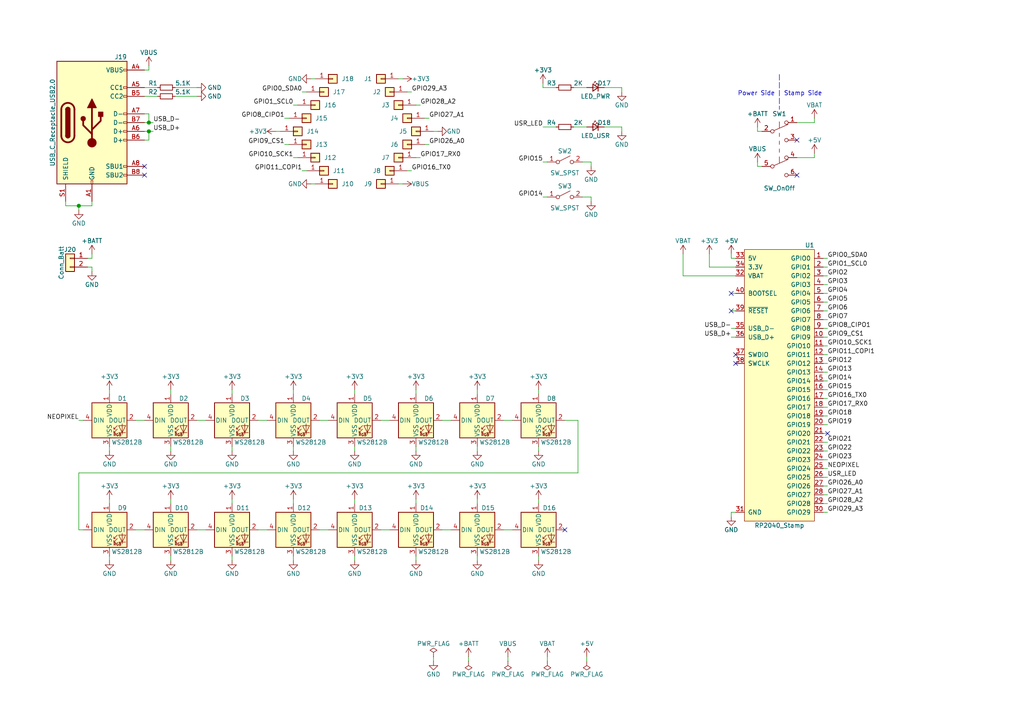
<source format=kicad_sch>
(kicad_sch (version 20211123) (generator eeschema)

  (uuid e63e39d7-6ac0-4ffd-8aa3-1841a4541b55)

  (paper "A4")

  (lib_symbols
    (symbol "Connector:USB_C_Receptacle_USB2.0" (pin_names (offset 1.016)) (in_bom yes) (on_board yes)
      (property "Reference" "J" (id 0) (at -10.16 19.05 0)
        (effects (font (size 1.27 1.27)) (justify left))
      )
      (property "Value" "USB_C_Receptacle_USB2.0" (id 1) (at 19.05 19.05 0)
        (effects (font (size 1.27 1.27)) (justify right))
      )
      (property "Footprint" "" (id 2) (at 3.81 0 0)
        (effects (font (size 1.27 1.27)) hide)
      )
      (property "Datasheet" "https://www.usb.org/sites/default/files/documents/usb_type-c.zip" (id 3) (at 3.81 0 0)
        (effects (font (size 1.27 1.27)) hide)
      )
      (property "ki_keywords" "usb universal serial bus type-C USB2.0" (id 4) (at 0 0 0)
        (effects (font (size 1.27 1.27)) hide)
      )
      (property "ki_description" "USB 2.0-only Type-C Receptacle connector" (id 5) (at 0 0 0)
        (effects (font (size 1.27 1.27)) hide)
      )
      (property "ki_fp_filters" "USB*C*Receptacle*" (id 6) (at 0 0 0)
        (effects (font (size 1.27 1.27)) hide)
      )
      (symbol "USB_C_Receptacle_USB2.0_0_0"
        (rectangle (start -0.254 -17.78) (end 0.254 -16.764)
          (stroke (width 0) (type default) (color 0 0 0 0))
          (fill (type none))
        )
        (rectangle (start 10.16 -14.986) (end 9.144 -15.494)
          (stroke (width 0) (type default) (color 0 0 0 0))
          (fill (type none))
        )
        (rectangle (start 10.16 -12.446) (end 9.144 -12.954)
          (stroke (width 0) (type default) (color 0 0 0 0))
          (fill (type none))
        )
        (rectangle (start 10.16 -4.826) (end 9.144 -5.334)
          (stroke (width 0) (type default) (color 0 0 0 0))
          (fill (type none))
        )
        (rectangle (start 10.16 -2.286) (end 9.144 -2.794)
          (stroke (width 0) (type default) (color 0 0 0 0))
          (fill (type none))
        )
        (rectangle (start 10.16 0.254) (end 9.144 -0.254)
          (stroke (width 0) (type default) (color 0 0 0 0))
          (fill (type none))
        )
        (rectangle (start 10.16 2.794) (end 9.144 2.286)
          (stroke (width 0) (type default) (color 0 0 0 0))
          (fill (type none))
        )
        (rectangle (start 10.16 7.874) (end 9.144 7.366)
          (stroke (width 0) (type default) (color 0 0 0 0))
          (fill (type none))
        )
        (rectangle (start 10.16 10.414) (end 9.144 9.906)
          (stroke (width 0) (type default) (color 0 0 0 0))
          (fill (type none))
        )
        (rectangle (start 10.16 15.494) (end 9.144 14.986)
          (stroke (width 0) (type default) (color 0 0 0 0))
          (fill (type none))
        )
      )
      (symbol "USB_C_Receptacle_USB2.0_0_1"
        (rectangle (start -10.16 17.78) (end 10.16 -17.78)
          (stroke (width 0.254) (type default) (color 0 0 0 0))
          (fill (type background))
        )
        (arc (start -8.89 -3.81) (mid -6.985 -5.715) (end -5.08 -3.81)
          (stroke (width 0.508) (type default) (color 0 0 0 0))
          (fill (type none))
        )
        (arc (start -7.62 -3.81) (mid -6.985 -4.445) (end -6.35 -3.81)
          (stroke (width 0.254) (type default) (color 0 0 0 0))
          (fill (type none))
        )
        (arc (start -7.62 -3.81) (mid -6.985 -4.445) (end -6.35 -3.81)
          (stroke (width 0.254) (type default) (color 0 0 0 0))
          (fill (type outline))
        )
        (rectangle (start -7.62 -3.81) (end -6.35 3.81)
          (stroke (width 0.254) (type default) (color 0 0 0 0))
          (fill (type outline))
        )
        (arc (start -6.35 3.81) (mid -6.985 4.445) (end -7.62 3.81)
          (stroke (width 0.254) (type default) (color 0 0 0 0))
          (fill (type none))
        )
        (arc (start -6.35 3.81) (mid -6.985 4.445) (end -7.62 3.81)
          (stroke (width 0.254) (type default) (color 0 0 0 0))
          (fill (type outline))
        )
        (arc (start -5.08 3.81) (mid -6.985 5.715) (end -8.89 3.81)
          (stroke (width 0.508) (type default) (color 0 0 0 0))
          (fill (type none))
        )
        (circle (center -2.54 1.143) (radius 0.635)
          (stroke (width 0.254) (type default) (color 0 0 0 0))
          (fill (type outline))
        )
        (circle (center 0 -5.842) (radius 1.27)
          (stroke (width 0) (type default) (color 0 0 0 0))
          (fill (type outline))
        )
        (polyline
          (pts
            (xy -8.89 -3.81)
            (xy -8.89 3.81)
          )
          (stroke (width 0.508) (type default) (color 0 0 0 0))
          (fill (type none))
        )
        (polyline
          (pts
            (xy -5.08 3.81)
            (xy -5.08 -3.81)
          )
          (stroke (width 0.508) (type default) (color 0 0 0 0))
          (fill (type none))
        )
        (polyline
          (pts
            (xy 0 -5.842)
            (xy 0 4.318)
          )
          (stroke (width 0.508) (type default) (color 0 0 0 0))
          (fill (type none))
        )
        (polyline
          (pts
            (xy 0 -3.302)
            (xy -2.54 -0.762)
            (xy -2.54 0.508)
          )
          (stroke (width 0.508) (type default) (color 0 0 0 0))
          (fill (type none))
        )
        (polyline
          (pts
            (xy 0 -2.032)
            (xy 2.54 0.508)
            (xy 2.54 1.778)
          )
          (stroke (width 0.508) (type default) (color 0 0 0 0))
          (fill (type none))
        )
        (polyline
          (pts
            (xy -1.27 4.318)
            (xy 0 6.858)
            (xy 1.27 4.318)
            (xy -1.27 4.318)
          )
          (stroke (width 0.254) (type default) (color 0 0 0 0))
          (fill (type outline))
        )
        (rectangle (start 1.905 1.778) (end 3.175 3.048)
          (stroke (width 0.254) (type default) (color 0 0 0 0))
          (fill (type outline))
        )
      )
      (symbol "USB_C_Receptacle_USB2.0_1_1"
        (pin passive line (at 0 -22.86 90) (length 5.08)
          (name "GND" (effects (font (size 1.27 1.27))))
          (number "A1" (effects (font (size 1.27 1.27))))
        )
        (pin passive line (at 0 -22.86 90) (length 5.08) hide
          (name "GND" (effects (font (size 1.27 1.27))))
          (number "A12" (effects (font (size 1.27 1.27))))
        )
        (pin passive line (at 15.24 15.24 180) (length 5.08)
          (name "VBUS" (effects (font (size 1.27 1.27))))
          (number "A4" (effects (font (size 1.27 1.27))))
        )
        (pin bidirectional line (at 15.24 10.16 180) (length 5.08)
          (name "CC1" (effects (font (size 1.27 1.27))))
          (number "A5" (effects (font (size 1.27 1.27))))
        )
        (pin bidirectional line (at 15.24 -2.54 180) (length 5.08)
          (name "D+" (effects (font (size 1.27 1.27))))
          (number "A6" (effects (font (size 1.27 1.27))))
        )
        (pin bidirectional line (at 15.24 2.54 180) (length 5.08)
          (name "D-" (effects (font (size 1.27 1.27))))
          (number "A7" (effects (font (size 1.27 1.27))))
        )
        (pin bidirectional line (at 15.24 -12.7 180) (length 5.08)
          (name "SBU1" (effects (font (size 1.27 1.27))))
          (number "A8" (effects (font (size 1.27 1.27))))
        )
        (pin passive line (at 15.24 15.24 180) (length 5.08) hide
          (name "VBUS" (effects (font (size 1.27 1.27))))
          (number "A9" (effects (font (size 1.27 1.27))))
        )
        (pin passive line (at 0 -22.86 90) (length 5.08) hide
          (name "GND" (effects (font (size 1.27 1.27))))
          (number "B1" (effects (font (size 1.27 1.27))))
        )
        (pin passive line (at 0 -22.86 90) (length 5.08) hide
          (name "GND" (effects (font (size 1.27 1.27))))
          (number "B12" (effects (font (size 1.27 1.27))))
        )
        (pin passive line (at 15.24 15.24 180) (length 5.08) hide
          (name "VBUS" (effects (font (size 1.27 1.27))))
          (number "B4" (effects (font (size 1.27 1.27))))
        )
        (pin bidirectional line (at 15.24 7.62 180) (length 5.08)
          (name "CC2" (effects (font (size 1.27 1.27))))
          (number "B5" (effects (font (size 1.27 1.27))))
        )
        (pin bidirectional line (at 15.24 -5.08 180) (length 5.08)
          (name "D+" (effects (font (size 1.27 1.27))))
          (number "B6" (effects (font (size 1.27 1.27))))
        )
        (pin bidirectional line (at 15.24 0 180) (length 5.08)
          (name "D-" (effects (font (size 1.27 1.27))))
          (number "B7" (effects (font (size 1.27 1.27))))
        )
        (pin bidirectional line (at 15.24 -15.24 180) (length 5.08)
          (name "SBU2" (effects (font (size 1.27 1.27))))
          (number "B8" (effects (font (size 1.27 1.27))))
        )
        (pin passive line (at 15.24 15.24 180) (length 5.08) hide
          (name "VBUS" (effects (font (size 1.27 1.27))))
          (number "B9" (effects (font (size 1.27 1.27))))
        )
        (pin passive line (at -7.62 -22.86 90) (length 5.08)
          (name "SHIELD" (effects (font (size 1.27 1.27))))
          (number "S1" (effects (font (size 1.27 1.27))))
        )
      )
    )
    (symbol "Connector_Generic:Conn_01x01" (pin_names (offset 1.016) hide) (in_bom yes) (on_board yes)
      (property "Reference" "J" (id 0) (at 0 2.54 0)
        (effects (font (size 1.27 1.27)))
      )
      (property "Value" "Conn_01x01" (id 1) (at 0 -2.54 0)
        (effects (font (size 1.27 1.27)))
      )
      (property "Footprint" "" (id 2) (at 0 0 0)
        (effects (font (size 1.27 1.27)) hide)
      )
      (property "Datasheet" "~" (id 3) (at 0 0 0)
        (effects (font (size 1.27 1.27)) hide)
      )
      (property "ki_keywords" "connector" (id 4) (at 0 0 0)
        (effects (font (size 1.27 1.27)) hide)
      )
      (property "ki_description" "Generic connector, single row, 01x01, script generated (kicad-library-utils/schlib/autogen/connector/)" (id 5) (at 0 0 0)
        (effects (font (size 1.27 1.27)) hide)
      )
      (property "ki_fp_filters" "Connector*:*_1x??_*" (id 6) (at 0 0 0)
        (effects (font (size 1.27 1.27)) hide)
      )
      (symbol "Conn_01x01_1_1"
        (rectangle (start -1.27 0.127) (end 0 -0.127)
          (stroke (width 0.1524) (type default) (color 0 0 0 0))
          (fill (type none))
        )
        (rectangle (start -1.27 1.27) (end 1.27 -1.27)
          (stroke (width 0.254) (type default) (color 0 0 0 0))
          (fill (type background))
        )
        (pin passive line (at -5.08 0 0) (length 3.81)
          (name "Pin_1" (effects (font (size 1.27 1.27))))
          (number "1" (effects (font (size 1.27 1.27))))
        )
      )
    )
    (symbol "Connector_Generic:Conn_01x02" (pin_names (offset 1.016) hide) (in_bom yes) (on_board yes)
      (property "Reference" "J" (id 0) (at 0 2.54 0)
        (effects (font (size 1.27 1.27)))
      )
      (property "Value" "Conn_01x02" (id 1) (at 0 -5.08 0)
        (effects (font (size 1.27 1.27)))
      )
      (property "Footprint" "" (id 2) (at 0 0 0)
        (effects (font (size 1.27 1.27)) hide)
      )
      (property "Datasheet" "~" (id 3) (at 0 0 0)
        (effects (font (size 1.27 1.27)) hide)
      )
      (property "ki_keywords" "connector" (id 4) (at 0 0 0)
        (effects (font (size 1.27 1.27)) hide)
      )
      (property "ki_description" "Generic connector, single row, 01x02, script generated (kicad-library-utils/schlib/autogen/connector/)" (id 5) (at 0 0 0)
        (effects (font (size 1.27 1.27)) hide)
      )
      (property "ki_fp_filters" "Connector*:*_1x??_*" (id 6) (at 0 0 0)
        (effects (font (size 1.27 1.27)) hide)
      )
      (symbol "Conn_01x02_1_1"
        (rectangle (start -1.27 -2.413) (end 0 -2.667)
          (stroke (width 0.1524) (type default) (color 0 0 0 0))
          (fill (type none))
        )
        (rectangle (start -1.27 0.127) (end 0 -0.127)
          (stroke (width 0.1524) (type default) (color 0 0 0 0))
          (fill (type none))
        )
        (rectangle (start -1.27 1.27) (end 1.27 -3.81)
          (stroke (width 0.254) (type default) (color 0 0 0 0))
          (fill (type background))
        )
        (pin passive line (at -5.08 0 0) (length 3.81)
          (name "Pin_1" (effects (font (size 1.27 1.27))))
          (number "1" (effects (font (size 1.27 1.27))))
        )
        (pin passive line (at -5.08 -2.54 0) (length 3.81)
          (name "Pin_2" (effects (font (size 1.27 1.27))))
          (number "2" (effects (font (size 1.27 1.27))))
        )
      )
    )
    (symbol "Device:LED_Small" (pin_numbers hide) (pin_names (offset 0.254) hide) (in_bom yes) (on_board yes)
      (property "Reference" "D" (id 0) (at -1.27 3.175 0)
        (effects (font (size 1.27 1.27)) (justify left))
      )
      (property "Value" "LED_Small" (id 1) (at -4.445 -2.54 0)
        (effects (font (size 1.27 1.27)) (justify left))
      )
      (property "Footprint" "" (id 2) (at 0 0 90)
        (effects (font (size 1.27 1.27)) hide)
      )
      (property "Datasheet" "~" (id 3) (at 0 0 90)
        (effects (font (size 1.27 1.27)) hide)
      )
      (property "ki_keywords" "LED diode light-emitting-diode" (id 4) (at 0 0 0)
        (effects (font (size 1.27 1.27)) hide)
      )
      (property "ki_description" "Light emitting diode, small symbol" (id 5) (at 0 0 0)
        (effects (font (size 1.27 1.27)) hide)
      )
      (property "ki_fp_filters" "LED* LED_SMD:* LED_THT:*" (id 6) (at 0 0 0)
        (effects (font (size 1.27 1.27)) hide)
      )
      (symbol "LED_Small_0_1"
        (polyline
          (pts
            (xy -0.762 -1.016)
            (xy -0.762 1.016)
          )
          (stroke (width 0.254) (type default) (color 0 0 0 0))
          (fill (type none))
        )
        (polyline
          (pts
            (xy 1.016 0)
            (xy -0.762 0)
          )
          (stroke (width 0) (type default) (color 0 0 0 0))
          (fill (type none))
        )
        (polyline
          (pts
            (xy 0.762 -1.016)
            (xy -0.762 0)
            (xy 0.762 1.016)
            (xy 0.762 -1.016)
          )
          (stroke (width 0.254) (type default) (color 0 0 0 0))
          (fill (type none))
        )
        (polyline
          (pts
            (xy 0 0.762)
            (xy -0.508 1.27)
            (xy -0.254 1.27)
            (xy -0.508 1.27)
            (xy -0.508 1.016)
          )
          (stroke (width 0) (type default) (color 0 0 0 0))
          (fill (type none))
        )
        (polyline
          (pts
            (xy 0.508 1.27)
            (xy 0 1.778)
            (xy 0.254 1.778)
            (xy 0 1.778)
            (xy 0 1.524)
          )
          (stroke (width 0) (type default) (color 0 0 0 0))
          (fill (type none))
        )
      )
      (symbol "LED_Small_1_1"
        (pin passive line (at -2.54 0 0) (length 1.778)
          (name "K" (effects (font (size 1.27 1.27))))
          (number "1" (effects (font (size 1.27 1.27))))
        )
        (pin passive line (at 2.54 0 180) (length 1.778)
          (name "A" (effects (font (size 1.27 1.27))))
          (number "2" (effects (font (size 1.27 1.27))))
        )
      )
    )
    (symbol "Device:R_Small" (pin_numbers hide) (pin_names (offset 0.254) hide) (in_bom yes) (on_board yes)
      (property "Reference" "R" (id 0) (at 0.762 0.508 0)
        (effects (font (size 1.27 1.27)) (justify left))
      )
      (property "Value" "R_Small" (id 1) (at 0.762 -1.016 0)
        (effects (font (size 1.27 1.27)) (justify left))
      )
      (property "Footprint" "" (id 2) (at 0 0 0)
        (effects (font (size 1.27 1.27)) hide)
      )
      (property "Datasheet" "~" (id 3) (at 0 0 0)
        (effects (font (size 1.27 1.27)) hide)
      )
      (property "ki_keywords" "R resistor" (id 4) (at 0 0 0)
        (effects (font (size 1.27 1.27)) hide)
      )
      (property "ki_description" "Resistor, small symbol" (id 5) (at 0 0 0)
        (effects (font (size 1.27 1.27)) hide)
      )
      (property "ki_fp_filters" "R_*" (id 6) (at 0 0 0)
        (effects (font (size 1.27 1.27)) hide)
      )
      (symbol "R_Small_0_1"
        (rectangle (start -0.762 1.778) (end 0.762 -1.778)
          (stroke (width 0.2032) (type default) (color 0 0 0 0))
          (fill (type none))
        )
      )
      (symbol "R_Small_1_1"
        (pin passive line (at 0 2.54 270) (length 0.762)
          (name "~" (effects (font (size 1.27 1.27))))
          (number "1" (effects (font (size 1.27 1.27))))
        )
        (pin passive line (at 0 -2.54 90) (length 0.762)
          (name "~" (effects (font (size 1.27 1.27))))
          (number "2" (effects (font (size 1.27 1.27))))
        )
      )
    )
    (symbol "LED:WS2812B" (pin_names (offset 0.254)) (in_bom yes) (on_board yes)
      (property "Reference" "D" (id 0) (at 5.08 5.715 0)
        (effects (font (size 1.27 1.27)) (justify right bottom))
      )
      (property "Value" "WS2812B" (id 1) (at 1.27 -5.715 0)
        (effects (font (size 1.27 1.27)) (justify left top))
      )
      (property "Footprint" "LED_SMD:LED_WS2812B_PLCC4_5.0x5.0mm_P3.2mm" (id 2) (at 1.27 -7.62 0)
        (effects (font (size 1.27 1.27)) (justify left top) hide)
      )
      (property "Datasheet" "https://cdn-shop.adafruit.com/datasheets/WS2812B.pdf" (id 3) (at 2.54 -9.525 0)
        (effects (font (size 1.27 1.27)) (justify left top) hide)
      )
      (property "ki_keywords" "RGB LED NeoPixel addressable" (id 4) (at 0 0 0)
        (effects (font (size 1.27 1.27)) hide)
      )
      (property "ki_description" "RGB LED with integrated controller" (id 5) (at 0 0 0)
        (effects (font (size 1.27 1.27)) hide)
      )
      (property "ki_fp_filters" "LED*WS2812*PLCC*5.0x5.0mm*P3.2mm*" (id 6) (at 0 0 0)
        (effects (font (size 1.27 1.27)) hide)
      )
      (symbol "WS2812B_0_0"
        (text "RGB" (at 2.286 -4.191 0)
          (effects (font (size 0.762 0.762)))
        )
      )
      (symbol "WS2812B_0_1"
        (polyline
          (pts
            (xy 1.27 -3.556)
            (xy 1.778 -3.556)
          )
          (stroke (width 0) (type default) (color 0 0 0 0))
          (fill (type none))
        )
        (polyline
          (pts
            (xy 1.27 -2.54)
            (xy 1.778 -2.54)
          )
          (stroke (width 0) (type default) (color 0 0 0 0))
          (fill (type none))
        )
        (polyline
          (pts
            (xy 4.699 -3.556)
            (xy 2.667 -3.556)
          )
          (stroke (width 0) (type default) (color 0 0 0 0))
          (fill (type none))
        )
        (polyline
          (pts
            (xy 2.286 -2.54)
            (xy 1.27 -3.556)
            (xy 1.27 -3.048)
          )
          (stroke (width 0) (type default) (color 0 0 0 0))
          (fill (type none))
        )
        (polyline
          (pts
            (xy 2.286 -1.524)
            (xy 1.27 -2.54)
            (xy 1.27 -2.032)
          )
          (stroke (width 0) (type default) (color 0 0 0 0))
          (fill (type none))
        )
        (polyline
          (pts
            (xy 3.683 -1.016)
            (xy 3.683 -3.556)
            (xy 3.683 -4.064)
          )
          (stroke (width 0) (type default) (color 0 0 0 0))
          (fill (type none))
        )
        (polyline
          (pts
            (xy 4.699 -1.524)
            (xy 2.667 -1.524)
            (xy 3.683 -3.556)
            (xy 4.699 -1.524)
          )
          (stroke (width 0) (type default) (color 0 0 0 0))
          (fill (type none))
        )
        (rectangle (start 5.08 5.08) (end -5.08 -5.08)
          (stroke (width 0.254) (type default) (color 0 0 0 0))
          (fill (type background))
        )
      )
      (symbol "WS2812B_1_1"
        (pin power_in line (at 0 7.62 270) (length 2.54)
          (name "VDD" (effects (font (size 1.27 1.27))))
          (number "1" (effects (font (size 1.27 1.27))))
        )
        (pin output line (at 7.62 0 180) (length 2.54)
          (name "DOUT" (effects (font (size 1.27 1.27))))
          (number "2" (effects (font (size 1.27 1.27))))
        )
        (pin power_in line (at 0 -7.62 90) (length 2.54)
          (name "VSS" (effects (font (size 1.27 1.27))))
          (number "3" (effects (font (size 1.27 1.27))))
        )
        (pin input line (at -7.62 0 0) (length 2.54)
          (name "DIN" (effects (font (size 1.27 1.27))))
          (number "4" (effects (font (size 1.27 1.27))))
        )
      )
    )
    (symbol "RP2040_Stamp:RP2040_Stamp" (pin_names (offset 1.016)) (in_bom yes) (on_board yes)
      (property "Reference" "U" (id 0) (at 0 43.18 0)
        (effects (font (size 1.27 1.27)))
      )
      (property "Value" "RP2040_Stamp" (id 1) (at 0 -38.1 0)
        (effects (font (size 1.27 1.27)))
      )
      (property "Footprint" "" (id 2) (at 33.02 -16.51 0)
        (effects (font (size 1.27 1.27)) hide)
      )
      (property "Datasheet" "" (id 3) (at 33.02 -16.51 0)
        (effects (font (size 1.27 1.27)) hide)
      )
      (symbol "RP2040_Stamp_0_0"
        (pin bidirectional line (at 12.7 39.37 180) (length 2.54)
          (name "GPIO0" (effects (font (size 1.27 1.27))))
          (number "1" (effects (font (size 1.27 1.27))))
        )
        (pin bidirectional line (at 12.7 16.51 180) (length 2.54)
          (name "GPIO9" (effects (font (size 1.27 1.27))))
          (number "10" (effects (font (size 1.27 1.27))))
        )
        (pin bidirectional line (at 12.7 13.97 180) (length 2.54)
          (name "GPIO10" (effects (font (size 1.27 1.27))))
          (number "11" (effects (font (size 1.27 1.27))))
        )
        (pin bidirectional line (at 12.7 11.43 180) (length 2.54)
          (name "GPIO11" (effects (font (size 1.27 1.27))))
          (number "12" (effects (font (size 1.27 1.27))))
        )
        (pin bidirectional line (at 12.7 8.89 180) (length 2.54)
          (name "GPIO12" (effects (font (size 1.27 1.27))))
          (number "13" (effects (font (size 1.27 1.27))))
        )
        (pin bidirectional line (at 12.7 6.35 180) (length 2.54)
          (name "GPIO13" (effects (font (size 1.27 1.27))))
          (number "14" (effects (font (size 1.27 1.27))))
        )
        (pin bidirectional line (at 12.7 3.81 180) (length 2.54)
          (name "GPIO14" (effects (font (size 1.27 1.27))))
          (number "15" (effects (font (size 1.27 1.27))))
        )
        (pin bidirectional line (at 12.7 1.27 180) (length 2.54)
          (name "GPIO15" (effects (font (size 1.27 1.27))))
          (number "16" (effects (font (size 1.27 1.27))))
        )
        (pin bidirectional line (at 12.7 -1.27 180) (length 2.54)
          (name "GPIO16" (effects (font (size 1.27 1.27))))
          (number "17" (effects (font (size 1.27 1.27))))
        )
        (pin bidirectional line (at 12.7 -3.81 180) (length 2.54)
          (name "GPIO17" (effects (font (size 1.27 1.27))))
          (number "18" (effects (font (size 1.27 1.27))))
        )
        (pin bidirectional line (at 12.7 -6.35 180) (length 2.54)
          (name "GPIO18" (effects (font (size 1.27 1.27))))
          (number "19" (effects (font (size 1.27 1.27))))
        )
        (pin bidirectional line (at 12.7 36.83 180) (length 2.54)
          (name "GPIO1" (effects (font (size 1.27 1.27))))
          (number "2" (effects (font (size 1.27 1.27))))
        )
        (pin bidirectional line (at 12.7 -8.89 180) (length 2.54)
          (name "GPIO19" (effects (font (size 1.27 1.27))))
          (number "20" (effects (font (size 1.27 1.27))))
        )
        (pin bidirectional line (at 12.7 -11.43 180) (length 2.54)
          (name "GPIO20" (effects (font (size 1.27 1.27))))
          (number "21" (effects (font (size 1.27 1.27))))
        )
        (pin bidirectional line (at 12.7 -13.97 180) (length 2.54)
          (name "GPIO21" (effects (font (size 1.27 1.27))))
          (number "22" (effects (font (size 1.27 1.27))))
        )
        (pin bidirectional line (at 12.7 -16.51 180) (length 2.54)
          (name "GPIO22" (effects (font (size 1.27 1.27))))
          (number "23" (effects (font (size 1.27 1.27))))
        )
        (pin bidirectional line (at 12.7 -19.05 180) (length 2.54)
          (name "GPIO23" (effects (font (size 1.27 1.27))))
          (number "24" (effects (font (size 1.27 1.27))))
        )
        (pin bidirectional line (at 12.7 -21.59 180) (length 2.54)
          (name "GPIO24" (effects (font (size 1.27 1.27))))
          (number "25" (effects (font (size 1.27 1.27))))
        )
        (pin bidirectional line (at 12.7 -24.13 180) (length 2.54)
          (name "GPIO25" (effects (font (size 1.27 1.27))))
          (number "26" (effects (font (size 1.27 1.27))))
        )
        (pin bidirectional line (at 12.7 -26.67 180) (length 2.54)
          (name "GPIO26" (effects (font (size 1.27 1.27))))
          (number "27" (effects (font (size 1.27 1.27))))
        )
        (pin bidirectional line (at 12.7 -29.21 180) (length 2.54)
          (name "GPIO27" (effects (font (size 1.27 1.27))))
          (number "28" (effects (font (size 1.27 1.27))))
        )
        (pin bidirectional line (at 12.7 -31.75 180) (length 2.54)
          (name "GPIO28" (effects (font (size 1.27 1.27))))
          (number "29" (effects (font (size 1.27 1.27))))
        )
        (pin bidirectional line (at 12.7 34.29 180) (length 2.54)
          (name "GPIO2" (effects (font (size 1.27 1.27))))
          (number "3" (effects (font (size 1.27 1.27))))
        )
        (pin bidirectional line (at 12.7 -34.29 180) (length 2.54)
          (name "GPIO29" (effects (font (size 1.27 1.27))))
          (number "30" (effects (font (size 1.27 1.27))))
        )
        (pin power_in line (at -12.7 -34.29 0) (length 2.54)
          (name "GND" (effects (font (size 1.27 1.27))))
          (number "31" (effects (font (size 1.27 1.27))))
        )
        (pin power_in line (at -12.7 34.29 0) (length 2.54)
          (name "VBAT" (effects (font (size 1.27 1.27))))
          (number "32" (effects (font (size 1.27 1.27))))
        )
        (pin power_in line (at -12.7 39.37 0) (length 2.54)
          (name "5V" (effects (font (size 1.27 1.27))))
          (number "33" (effects (font (size 1.27 1.27))))
        )
        (pin power_out line (at -12.7 36.83 0) (length 2.54)
          (name "3.3V" (effects (font (size 1.27 1.27))))
          (number "34" (effects (font (size 1.27 1.27))))
        )
        (pin bidirectional line (at -12.7 19.05 0) (length 2.54)
          (name "USB_D-" (effects (font (size 1.27 1.27))))
          (number "35" (effects (font (size 1.27 1.27))))
        )
        (pin bidirectional line (at -12.7 16.51 0) (length 2.54)
          (name "USB_D+" (effects (font (size 1.27 1.27))))
          (number "36" (effects (font (size 1.27 1.27))))
        )
        (pin bidirectional line (at -12.7 11.43 0) (length 2.54)
          (name "SWDIO" (effects (font (size 1.27 1.27))))
          (number "37" (effects (font (size 1.27 1.27))))
        )
        (pin input line (at -12.7 8.89 0) (length 2.54)
          (name "SWCLK" (effects (font (size 1.27 1.27))))
          (number "38" (effects (font (size 1.27 1.27))))
        )
        (pin bidirectional line (at -12.7 24.13 0) (length 2.54)
          (name "~{RESET}" (effects (font (size 1.27 1.27))))
          (number "39" (effects (font (size 1.27 1.27))))
        )
        (pin bidirectional line (at 12.7 31.75 180) (length 2.54)
          (name "GPIO3" (effects (font (size 1.27 1.27))))
          (number "4" (effects (font (size 1.27 1.27))))
        )
        (pin input line (at -12.7 29.21 0) (length 2.54)
          (name "BOOTSEL" (effects (font (size 1.27 1.27))))
          (number "40" (effects (font (size 1.27 1.27))))
        )
        (pin bidirectional line (at 12.7 29.21 180) (length 2.54)
          (name "GPIO4" (effects (font (size 1.27 1.27))))
          (number "5" (effects (font (size 1.27 1.27))))
        )
        (pin bidirectional line (at 12.7 26.67 180) (length 2.54)
          (name "GPIO5" (effects (font (size 1.27 1.27))))
          (number "6" (effects (font (size 1.27 1.27))))
        )
        (pin bidirectional line (at 12.7 24.13 180) (length 2.54)
          (name "GPIO6" (effects (font (size 1.27 1.27))))
          (number "7" (effects (font (size 1.27 1.27))))
        )
        (pin bidirectional line (at 12.7 21.59 180) (length 2.54)
          (name "GPIO7" (effects (font (size 1.27 1.27))))
          (number "8" (effects (font (size 1.27 1.27))))
        )
        (pin bidirectional line (at 12.7 19.05 180) (length 2.54)
          (name "GPIO8" (effects (font (size 1.27 1.27))))
          (number "9" (effects (font (size 1.27 1.27))))
        )
      )
      (symbol "RP2040_Stamp_0_1"
        (rectangle (start -10.16 41.91) (end 10.16 -36.83)
          (stroke (width 0) (type default) (color 0 0 0 0))
          (fill (type background))
        )
      )
    )
    (symbol "Switch:SW_Push_DPDT" (pin_names (offset 0) hide) (in_bom yes) (on_board yes)
      (property "Reference" "SW" (id 0) (at 0 8.89 0)
        (effects (font (size 1.27 1.27)))
      )
      (property "Value" "SW_Push_DPDT" (id 1) (at 0 -10.16 0)
        (effects (font (size 1.27 1.27)))
      )
      (property "Footprint" "" (id 2) (at 0 5.08 0)
        (effects (font (size 1.27 1.27)) hide)
      )
      (property "Datasheet" "~" (id 3) (at 0 5.08 0)
        (effects (font (size 1.27 1.27)) hide)
      )
      (property "ki_keywords" "switch dual-pole double-throw spdt ON-ON" (id 4) (at 0 0 0)
        (effects (font (size 1.27 1.27)) hide)
      )
      (property "ki_description" "Momentary Switch, dual pole double throw" (id 5) (at 0 0 0)
        (effects (font (size 1.27 1.27)) hide)
      )
      (symbol "SW_Push_DPDT_0_0"
        (circle (center -2.032 -5.08) (radius 0.508)
          (stroke (width 0) (type default) (color 0 0 0 0))
          (fill (type none))
        )
        (circle (center -2.032 5.08) (radius 0.508)
          (stroke (width 0) (type default) (color 0 0 0 0))
          (fill (type none))
        )
        (circle (center 2.032 -7.62) (radius 0.508)
          (stroke (width 0) (type default) (color 0 0 0 0))
          (fill (type none))
        )
        (circle (center 2.032 2.54) (radius 0.508)
          (stroke (width 0) (type default) (color 0 0 0 0))
          (fill (type none))
        )
      )
      (symbol "SW_Push_DPDT_0_1"
        (polyline
          (pts
            (xy -1.524 -4.826)
            (xy 2.54 -3.048)
          )
          (stroke (width 0) (type default) (color 0 0 0 0))
          (fill (type none))
        )
        (polyline
          (pts
            (xy -1.524 5.334)
            (xy 2.54 7.112)
          )
          (stroke (width 0) (type default) (color 0 0 0 0))
          (fill (type none))
        )
        (polyline
          (pts
            (xy 0 -2.286)
            (xy 0 -4.064)
          )
          (stroke (width 0) (type default) (color 0 0 0 0))
          (fill (type none))
        )
        (polyline
          (pts
            (xy 0 -1.016)
            (xy 0 0)
          )
          (stroke (width 0) (type default) (color 0 0 0 0))
          (fill (type none))
        )
        (polyline
          (pts
            (xy 0 1.27)
            (xy 0 2.286)
          )
          (stroke (width 0) (type default) (color 0 0 0 0))
          (fill (type none))
        )
        (polyline
          (pts
            (xy 0 3.556)
            (xy 0 4.572)
          )
          (stroke (width 0) (type default) (color 0 0 0 0))
          (fill (type none))
        )
        (polyline
          (pts
            (xy 0 7.874)
            (xy 0 6.096)
          )
          (stroke (width 0) (type default) (color 0 0 0 0))
          (fill (type none))
        )
        (circle (center 2.032 -2.54) (radius 0.508)
          (stroke (width 0) (type default) (color 0 0 0 0))
          (fill (type none))
        )
        (circle (center 2.032 7.62) (radius 0.508)
          (stroke (width 0) (type default) (color 0 0 0 0))
          (fill (type none))
        )
      )
      (symbol "SW_Push_DPDT_1_1"
        (pin passive line (at 5.08 7.62 180) (length 2.54)
          (name "A" (effects (font (size 1.27 1.27))))
          (number "1" (effects (font (size 1.27 1.27))))
        )
        (pin passive line (at -5.08 5.08 0) (length 2.54)
          (name "B" (effects (font (size 1.27 1.27))))
          (number "2" (effects (font (size 1.27 1.27))))
        )
        (pin passive line (at 5.08 2.54 180) (length 2.54)
          (name "C" (effects (font (size 1.27 1.27))))
          (number "3" (effects (font (size 1.27 1.27))))
        )
        (pin passive line (at 5.08 -2.54 180) (length 2.54)
          (name "A" (effects (font (size 1.27 1.27))))
          (number "4" (effects (font (size 1.27 1.27))))
        )
        (pin passive line (at -5.08 -5.08 0) (length 2.54)
          (name "B" (effects (font (size 1.27 1.27))))
          (number "5" (effects (font (size 1.27 1.27))))
        )
        (pin passive line (at 5.08 -7.62 180) (length 2.54)
          (name "C" (effects (font (size 1.27 1.27))))
          (number "6" (effects (font (size 1.27 1.27))))
        )
      )
    )
    (symbol "Switch:SW_SPST" (pin_names (offset 0) hide) (in_bom yes) (on_board yes)
      (property "Reference" "SW" (id 0) (at 0 3.175 0)
        (effects (font (size 1.27 1.27)))
      )
      (property "Value" "SW_SPST" (id 1) (at 0 -2.54 0)
        (effects (font (size 1.27 1.27)))
      )
      (property "Footprint" "" (id 2) (at 0 0 0)
        (effects (font (size 1.27 1.27)) hide)
      )
      (property "Datasheet" "~" (id 3) (at 0 0 0)
        (effects (font (size 1.27 1.27)) hide)
      )
      (property "ki_keywords" "switch lever" (id 4) (at 0 0 0)
        (effects (font (size 1.27 1.27)) hide)
      )
      (property "ki_description" "Single Pole Single Throw (SPST) switch" (id 5) (at 0 0 0)
        (effects (font (size 1.27 1.27)) hide)
      )
      (symbol "SW_SPST_0_0"
        (circle (center -2.032 0) (radius 0.508)
          (stroke (width 0) (type default) (color 0 0 0 0))
          (fill (type none))
        )
        (polyline
          (pts
            (xy -1.524 0.254)
            (xy 1.524 1.778)
          )
          (stroke (width 0) (type default) (color 0 0 0 0))
          (fill (type none))
        )
        (circle (center 2.032 0) (radius 0.508)
          (stroke (width 0) (type default) (color 0 0 0 0))
          (fill (type none))
        )
      )
      (symbol "SW_SPST_1_1"
        (pin passive line (at -5.08 0 0) (length 2.54)
          (name "A" (effects (font (size 1.27 1.27))))
          (number "1" (effects (font (size 1.27 1.27))))
        )
        (pin passive line (at 5.08 0 180) (length 2.54)
          (name "B" (effects (font (size 1.27 1.27))))
          (number "2" (effects (font (size 1.27 1.27))))
        )
      )
    )
    (symbol "power:+3.3V" (power) (pin_names (offset 0)) (in_bom yes) (on_board yes)
      (property "Reference" "#PWR" (id 0) (at 0 -3.81 0)
        (effects (font (size 1.27 1.27)) hide)
      )
      (property "Value" "+3.3V" (id 1) (at 0 3.556 0)
        (effects (font (size 1.27 1.27)))
      )
      (property "Footprint" "" (id 2) (at 0 0 0)
        (effects (font (size 1.27 1.27)) hide)
      )
      (property "Datasheet" "" (id 3) (at 0 0 0)
        (effects (font (size 1.27 1.27)) hide)
      )
      (property "ki_keywords" "power-flag" (id 4) (at 0 0 0)
        (effects (font (size 1.27 1.27)) hide)
      )
      (property "ki_description" "Power symbol creates a global label with name \"+3.3V\"" (id 5) (at 0 0 0)
        (effects (font (size 1.27 1.27)) hide)
      )
      (symbol "+3.3V_0_1"
        (polyline
          (pts
            (xy -0.762 1.27)
            (xy 0 2.54)
          )
          (stroke (width 0) (type default) (color 0 0 0 0))
          (fill (type none))
        )
        (polyline
          (pts
            (xy 0 0)
            (xy 0 2.54)
          )
          (stroke (width 0) (type default) (color 0 0 0 0))
          (fill (type none))
        )
        (polyline
          (pts
            (xy 0 2.54)
            (xy 0.762 1.27)
          )
          (stroke (width 0) (type default) (color 0 0 0 0))
          (fill (type none))
        )
      )
      (symbol "+3.3V_1_1"
        (pin power_in line (at 0 0 90) (length 0) hide
          (name "+3V3" (effects (font (size 1.27 1.27))))
          (number "1" (effects (font (size 1.27 1.27))))
        )
      )
    )
    (symbol "power:+5V" (power) (pin_names (offset 0)) (in_bom yes) (on_board yes)
      (property "Reference" "#PWR" (id 0) (at 0 -3.81 0)
        (effects (font (size 1.27 1.27)) hide)
      )
      (property "Value" "+5V" (id 1) (at 0 3.556 0)
        (effects (font (size 1.27 1.27)))
      )
      (property "Footprint" "" (id 2) (at 0 0 0)
        (effects (font (size 1.27 1.27)) hide)
      )
      (property "Datasheet" "" (id 3) (at 0 0 0)
        (effects (font (size 1.27 1.27)) hide)
      )
      (property "ki_keywords" "power-flag" (id 4) (at 0 0 0)
        (effects (font (size 1.27 1.27)) hide)
      )
      (property "ki_description" "Power symbol creates a global label with name \"+5V\"" (id 5) (at 0 0 0)
        (effects (font (size 1.27 1.27)) hide)
      )
      (symbol "+5V_0_1"
        (polyline
          (pts
            (xy -0.762 1.27)
            (xy 0 2.54)
          )
          (stroke (width 0) (type default) (color 0 0 0 0))
          (fill (type none))
        )
        (polyline
          (pts
            (xy 0 0)
            (xy 0 2.54)
          )
          (stroke (width 0) (type default) (color 0 0 0 0))
          (fill (type none))
        )
        (polyline
          (pts
            (xy 0 2.54)
            (xy 0.762 1.27)
          )
          (stroke (width 0) (type default) (color 0 0 0 0))
          (fill (type none))
        )
      )
      (symbol "+5V_1_1"
        (pin power_in line (at 0 0 90) (length 0) hide
          (name "+5V" (effects (font (size 1.27 1.27))))
          (number "1" (effects (font (size 1.27 1.27))))
        )
      )
    )
    (symbol "power:+BATT" (power) (pin_names (offset 0)) (in_bom yes) (on_board yes)
      (property "Reference" "#PWR" (id 0) (at 0 -3.81 0)
        (effects (font (size 1.27 1.27)) hide)
      )
      (property "Value" "+BATT" (id 1) (at 0 3.556 0)
        (effects (font (size 1.27 1.27)))
      )
      (property "Footprint" "" (id 2) (at 0 0 0)
        (effects (font (size 1.27 1.27)) hide)
      )
      (property "Datasheet" "" (id 3) (at 0 0 0)
        (effects (font (size 1.27 1.27)) hide)
      )
      (property "ki_keywords" "power-flag battery" (id 4) (at 0 0 0)
        (effects (font (size 1.27 1.27)) hide)
      )
      (property "ki_description" "Power symbol creates a global label with name \"+BATT\"" (id 5) (at 0 0 0)
        (effects (font (size 1.27 1.27)) hide)
      )
      (symbol "+BATT_0_1"
        (polyline
          (pts
            (xy -0.762 1.27)
            (xy 0 2.54)
          )
          (stroke (width 0) (type default) (color 0 0 0 0))
          (fill (type none))
        )
        (polyline
          (pts
            (xy 0 0)
            (xy 0 2.54)
          )
          (stroke (width 0) (type default) (color 0 0 0 0))
          (fill (type none))
        )
        (polyline
          (pts
            (xy 0 2.54)
            (xy 0.762 1.27)
          )
          (stroke (width 0) (type default) (color 0 0 0 0))
          (fill (type none))
        )
      )
      (symbol "+BATT_1_1"
        (pin power_in line (at 0 0 90) (length 0) hide
          (name "+BATT" (effects (font (size 1.27 1.27))))
          (number "1" (effects (font (size 1.27 1.27))))
        )
      )
    )
    (symbol "power:GND" (power) (pin_names (offset 0)) (in_bom yes) (on_board yes)
      (property "Reference" "#PWR" (id 0) (at 0 -6.35 0)
        (effects (font (size 1.27 1.27)) hide)
      )
      (property "Value" "GND" (id 1) (at 0 -3.81 0)
        (effects (font (size 1.27 1.27)))
      )
      (property "Footprint" "" (id 2) (at 0 0 0)
        (effects (font (size 1.27 1.27)) hide)
      )
      (property "Datasheet" "" (id 3) (at 0 0 0)
        (effects (font (size 1.27 1.27)) hide)
      )
      (property "ki_keywords" "power-flag" (id 4) (at 0 0 0)
        (effects (font (size 1.27 1.27)) hide)
      )
      (property "ki_description" "Power symbol creates a global label with name \"GND\" , ground" (id 5) (at 0 0 0)
        (effects (font (size 1.27 1.27)) hide)
      )
      (symbol "GND_0_1"
        (polyline
          (pts
            (xy 0 0)
            (xy 0 -1.27)
            (xy 1.27 -1.27)
            (xy 0 -2.54)
            (xy -1.27 -1.27)
            (xy 0 -1.27)
          )
          (stroke (width 0) (type default) (color 0 0 0 0))
          (fill (type none))
        )
      )
      (symbol "GND_1_1"
        (pin power_in line (at 0 0 270) (length 0) hide
          (name "GND" (effects (font (size 1.27 1.27))))
          (number "1" (effects (font (size 1.27 1.27))))
        )
      )
    )
    (symbol "power:PWR_FLAG" (power) (pin_numbers hide) (pin_names (offset 0) hide) (in_bom yes) (on_board yes)
      (property "Reference" "#FLG" (id 0) (at 0 1.905 0)
        (effects (font (size 1.27 1.27)) hide)
      )
      (property "Value" "PWR_FLAG" (id 1) (at 0 3.81 0)
        (effects (font (size 1.27 1.27)))
      )
      (property "Footprint" "" (id 2) (at 0 0 0)
        (effects (font (size 1.27 1.27)) hide)
      )
      (property "Datasheet" "~" (id 3) (at 0 0 0)
        (effects (font (size 1.27 1.27)) hide)
      )
      (property "ki_keywords" "power-flag" (id 4) (at 0 0 0)
        (effects (font (size 1.27 1.27)) hide)
      )
      (property "ki_description" "Special symbol for telling ERC where power comes from" (id 5) (at 0 0 0)
        (effects (font (size 1.27 1.27)) hide)
      )
      (symbol "PWR_FLAG_0_0"
        (pin power_out line (at 0 0 90) (length 0)
          (name "pwr" (effects (font (size 1.27 1.27))))
          (number "1" (effects (font (size 1.27 1.27))))
        )
      )
      (symbol "PWR_FLAG_0_1"
        (polyline
          (pts
            (xy 0 0)
            (xy 0 1.27)
            (xy -1.016 1.905)
            (xy 0 2.54)
            (xy 1.016 1.905)
            (xy 0 1.27)
          )
          (stroke (width 0) (type default) (color 0 0 0 0))
          (fill (type none))
        )
      )
    )
    (symbol "power:VBUS" (power) (pin_names (offset 0)) (in_bom yes) (on_board yes)
      (property "Reference" "#PWR" (id 0) (at 0 -3.81 0)
        (effects (font (size 1.27 1.27)) hide)
      )
      (property "Value" "VBUS" (id 1) (at 0 3.81 0)
        (effects (font (size 1.27 1.27)))
      )
      (property "Footprint" "" (id 2) (at 0 0 0)
        (effects (font (size 1.27 1.27)) hide)
      )
      (property "Datasheet" "" (id 3) (at 0 0 0)
        (effects (font (size 1.27 1.27)) hide)
      )
      (property "ki_keywords" "power-flag" (id 4) (at 0 0 0)
        (effects (font (size 1.27 1.27)) hide)
      )
      (property "ki_description" "Power symbol creates a global label with name \"VBUS\"" (id 5) (at 0 0 0)
        (effects (font (size 1.27 1.27)) hide)
      )
      (symbol "VBUS_0_1"
        (polyline
          (pts
            (xy -0.762 1.27)
            (xy 0 2.54)
          )
          (stroke (width 0) (type default) (color 0 0 0 0))
          (fill (type none))
        )
        (polyline
          (pts
            (xy 0 0)
            (xy 0 2.54)
          )
          (stroke (width 0) (type default) (color 0 0 0 0))
          (fill (type none))
        )
        (polyline
          (pts
            (xy 0 2.54)
            (xy 0.762 1.27)
          )
          (stroke (width 0) (type default) (color 0 0 0 0))
          (fill (type none))
        )
      )
      (symbol "VBUS_1_1"
        (pin power_in line (at 0 0 90) (length 0) hide
          (name "VBUS" (effects (font (size 1.27 1.27))))
          (number "1" (effects (font (size 1.27 1.27))))
        )
      )
    )
    (symbol "power_extra:VBAT" (power) (pin_names (offset 0)) (in_bom yes) (on_board yes)
      (property "Reference" "#PWR" (id 0) (at 0 -3.81 0)
        (effects (font (size 1.27 1.27)) hide)
      )
      (property "Value" "VBAT" (id 1) (at 0 3.556 0)
        (effects (font (size 1.27 1.27)))
      )
      (property "Footprint" "" (id 2) (at 0 0 0)
        (effects (font (size 1.27 1.27)) hide)
      )
      (property "Datasheet" "" (id 3) (at 0 0 0)
        (effects (font (size 1.27 1.27)) hide)
      )
      (symbol "VBAT_0_1"
        (polyline
          (pts
            (xy -0.762 1.27)
            (xy 0 2.54)
          )
          (stroke (width 0) (type default) (color 0 0 0 0))
          (fill (type none))
        )
        (polyline
          (pts
            (xy 0 0)
            (xy 0 2.54)
          )
          (stroke (width 0) (type default) (color 0 0 0 0))
          (fill (type none))
        )
        (polyline
          (pts
            (xy 0 2.54)
            (xy 0.762 1.27)
          )
          (stroke (width 0) (type default) (color 0 0 0 0))
          (fill (type none))
        )
      )
      (symbol "VBAT_1_1"
        (pin power_in line (at 0 0 90) (length 0) hide
          (name "VBAT" (effects (font (size 1.27 1.27))))
          (number "1" (effects (font (size 1.27 1.27))))
        )
      )
    )
  )

  (junction (at 43.18 35.56) (diameter 1.016) (color 0 0 0 0)
    (uuid 34c8de10-9ba6-420d-8d6d-c6236399d985)
  )
  (junction (at 22.86 59.69) (diameter 1.016) (color 0 0 0 0)
    (uuid 6386a5d2-ade9-4502-9bf4-464ead139622)
  )
  (junction (at 43.18 38.1) (diameter 1.016) (color 0 0 0 0)
    (uuid 6f9fd3fa-2977-4a5c-9acc-923bc27cedef)
  )

  (no_connect (at 212.09 90.17) (uuid 35f827b5-6089-4497-8838-9491fcd1b2f4))
  (no_connect (at 212.09 85.09) (uuid 35f827b5-6089-4497-8838-9491fcd1b2f4))
  (no_connect (at 213.36 105.41) (uuid 5bab0cef-451d-4fba-b622-fd413bfb8358))
  (no_connect (at 213.36 102.87) (uuid 5bab0cef-451d-4fba-b622-fd413bfb8359))
  (no_connect (at 41.91 50.8) (uuid 693e571b-d2ab-4f96-b05e-1c866d5d0257))
  (no_connect (at 231.14 40.64) (uuid aaacd3af-649e-4d13-b9bc-bac246e10f71))
  (no_connect (at 231.14 50.8) (uuid aaacd3af-649e-4d13-b9bc-bac246e10f72))
  (no_connect (at 240.03 125.73) (uuid c8fd2200-2bba-41d5-a88f-a1db265b500e))
  (no_connect (at 41.91 48.26) (uuid cf5c4043-10ff-44c4-98eb-37e7a7b354d5))
  (no_connect (at 163.83 153.67) (uuid ffc34a08-77ea-46a4-8344-eebcf679b721))

  (wire (pts (xy 22.86 59.69) (xy 26.67 59.69))
    (stroke (width 0) (type solid) (color 0 0 0 0))
    (uuid 02d8479a-5038-4631-ba1d-72b5d2f6b8d9)
  )
  (wire (pts (xy 25.4 77.47) (xy 26.67 77.47))
    (stroke (width 0) (type solid) (color 0 0 0 0))
    (uuid 03de9561-9f6c-4318-bc27-e20099cc0415)
  )
  (wire (pts (xy 213.36 74.93) (xy 212.09 74.93))
    (stroke (width 0) (type default) (color 0 0 0 0))
    (uuid 044349a1-54a7-4cd5-8f9a-f29d3e32bc64)
  )
  (wire (pts (xy 120.65 161.29) (xy 120.65 162.56))
    (stroke (width 0) (type default) (color 0 0 0 0))
    (uuid 064dbe81-02e7-4d5c-82c5-4bfead079eed)
  )
  (wire (pts (xy 22.86 59.69) (xy 22.86 60.96))
    (stroke (width 0) (type solid) (color 0 0 0 0))
    (uuid 068b47de-b101-420e-b5d4-4ea0f215caab)
  )
  (wire (pts (xy 213.36 77.47) (xy 205.74 77.47))
    (stroke (width 0) (type default) (color 0 0 0 0))
    (uuid 09752a18-bc35-4684-84ee-3b82fd1545ee)
  )
  (wire (pts (xy 43.18 35.56) (xy 44.45 35.56))
    (stroke (width 0) (type solid) (color 0 0 0 0))
    (uuid 0e50ebb8-6887-4c38-8d93-f0acec1161e6)
  )
  (wire (pts (xy 49.53 113.03) (xy 49.53 114.3))
    (stroke (width 0) (type default) (color 0 0 0 0))
    (uuid 0f43b8bb-ed9e-45b1-b30b-4f0cf809ce69)
  )
  (wire (pts (xy 41.91 27.94) (xy 45.72 27.94))
    (stroke (width 0) (type solid) (color 0 0 0 0))
    (uuid 1360193c-8316-4563-b18c-4869bc577b7d)
  )
  (wire (pts (xy 238.76 100.33) (xy 240.03 100.33))
    (stroke (width 0) (type default) (color 0 0 0 0))
    (uuid 15b1c6c6-09e0-4330-9c02-71ada557e378)
  )
  (wire (pts (xy 238.76 125.73) (xy 240.03 125.73))
    (stroke (width 0) (type default) (color 0 0 0 0))
    (uuid 1659d61f-02a8-4a4c-acb5-1bea3d527f9b)
  )
  (wire (pts (xy 138.43 161.29) (xy 138.43 162.56))
    (stroke (width 0) (type default) (color 0 0 0 0))
    (uuid 17a9e8cf-523e-4a15-83da-9ef6aa3eb108)
  )
  (wire (pts (xy 238.76 82.55) (xy 240.03 82.55))
    (stroke (width 0) (type default) (color 0 0 0 0))
    (uuid 19b265a0-82bd-4341-94db-c7dc3110a08e)
  )
  (wire (pts (xy 123.19 34.29) (xy 124.46 34.29))
    (stroke (width 0) (type default) (color 0 0 0 0))
    (uuid 1b5c3d09-f1f0-41c5-8e2d-707f6126d8be)
  )
  (wire (pts (xy 74.93 121.92) (xy 77.47 121.92))
    (stroke (width 0) (type default) (color 0 0 0 0))
    (uuid 1b782cae-11f0-42dc-ad13-ba5bbade0716)
  )
  (wire (pts (xy 168.91 57.15) (xy 171.45 57.15))
    (stroke (width 0) (type default) (color 0 0 0 0))
    (uuid 1ba0590e-ba3c-4005-974a-30d5fd97aa43)
  )
  (wire (pts (xy 238.76 143.51) (xy 240.03 143.51))
    (stroke (width 0) (type default) (color 0 0 0 0))
    (uuid 1c5fafde-7caa-447b-9158-361e1c4717e5)
  )
  (wire (pts (xy 238.76 107.95) (xy 240.03 107.95))
    (stroke (width 0) (type default) (color 0 0 0 0))
    (uuid 1e3540a2-41d6-4d64-b1c4-0bc9a60bf5d2)
  )
  (wire (pts (xy 175.26 36.83) (xy 180.34 36.83))
    (stroke (width 0) (type default) (color 0 0 0 0))
    (uuid 2056ccdc-3e70-43fc-80fd-87c5d36e2d0b)
  )
  (wire (pts (xy 82.55 41.91) (xy 83.82 41.91))
    (stroke (width 0) (type default) (color 0 0 0 0))
    (uuid 20adee10-9af3-478e-92fe-0dcfcd7712fa)
  )
  (wire (pts (xy 156.21 161.29) (xy 156.21 162.56))
    (stroke (width 0) (type default) (color 0 0 0 0))
    (uuid 222a5679-2d53-4fe3-b8b3-4646d1e38626)
  )
  (wire (pts (xy 238.76 140.97) (xy 240.03 140.97))
    (stroke (width 0) (type default) (color 0 0 0 0))
    (uuid 25325c45-58cd-4c34-8225-fc688fac8dcb)
  )
  (wire (pts (xy 238.76 80.01) (xy 240.03 80.01))
    (stroke (width 0) (type default) (color 0 0 0 0))
    (uuid 2619031b-51c2-4c01-83b3-f875e4556268)
  )
  (wire (pts (xy 39.37 153.67) (xy 41.91 153.67))
    (stroke (width 0) (type default) (color 0 0 0 0))
    (uuid 277a4914-638a-4692-82bc-9b0a3897a914)
  )
  (wire (pts (xy 41.91 40.64) (xy 43.18 40.64))
    (stroke (width 0) (type solid) (color 0 0 0 0))
    (uuid 27e726a2-36c6-4242-9855-537cc76445de)
  )
  (wire (pts (xy 50.8 25.4) (xy 57.15 25.4))
    (stroke (width 0) (type solid) (color 0 0 0 0))
    (uuid 2a28cf84-2ed3-467a-8abc-aa6c46784f39)
  )
  (wire (pts (xy 236.22 34.29) (xy 236.22 35.56))
    (stroke (width 0) (type default) (color 0 0 0 0))
    (uuid 2c9a6071-a957-4d75-8efa-042987486dbc)
  )
  (wire (pts (xy 168.91 46.99) (xy 171.45 46.99))
    (stroke (width 0) (type default) (color 0 0 0 0))
    (uuid 2df5cac7-d354-45d1-8601-3b32890a3309)
  )
  (wire (pts (xy 138.43 129.54) (xy 138.43 130.81))
    (stroke (width 0) (type default) (color 0 0 0 0))
    (uuid 2dffe8c0-99bb-4984-ac07-d29914ddb709)
  )
  (wire (pts (xy 41.91 38.1) (xy 43.18 38.1))
    (stroke (width 0) (type solid) (color 0 0 0 0))
    (uuid 31b65fdf-fa59-49c3-bc52-3e0e10f89736)
  )
  (wire (pts (xy 147.32 190.5) (xy 147.32 191.77))
    (stroke (width 0) (type default) (color 0 0 0 0))
    (uuid 3218179e-b6e0-453b-82e0-507130dcf33c)
  )
  (wire (pts (xy 92.71 121.92) (xy 95.25 121.92))
    (stroke (width 0) (type default) (color 0 0 0 0))
    (uuid 32198aee-b3a1-43b6-86b6-d59a912d0744)
  )
  (wire (pts (xy 135.89 190.5) (xy 135.89 191.77))
    (stroke (width 0) (type default) (color 0 0 0 0))
    (uuid 32b6aa27-4e00-4c26-b0e4-7fbc35646d9c)
  )
  (wire (pts (xy 85.09 113.03) (xy 85.09 114.3))
    (stroke (width 0) (type default) (color 0 0 0 0))
    (uuid 3353d0fc-ef2a-44b8-b1cb-6041526bce1d)
  )
  (wire (pts (xy 90.17 53.34) (xy 91.44 53.34))
    (stroke (width 0) (type default) (color 0 0 0 0))
    (uuid 341be157-16c5-482a-b2fb-b333f7b831f6)
  )
  (wire (pts (xy 236.22 44.45) (xy 236.22 45.72))
    (stroke (width 0) (type default) (color 0 0 0 0))
    (uuid 34349823-d3c6-471c-9ef2-0b964144c212)
  )
  (wire (pts (xy 166.37 25.4) (xy 170.18 25.4))
    (stroke (width 0) (type default) (color 0 0 0 0))
    (uuid 36ad3ec5-5ea5-4103-aac3-5692cc6aa9cf)
  )
  (wire (pts (xy 156.21 144.78) (xy 156.21 146.05))
    (stroke (width 0) (type default) (color 0 0 0 0))
    (uuid 37b3193b-d794-47ad-b88c-bd43f75d0c27)
  )
  (wire (pts (xy 238.76 120.65) (xy 240.03 120.65))
    (stroke (width 0) (type default) (color 0 0 0 0))
    (uuid 381f4c0d-9543-4911-8da2-34e065cd7bd2)
  )
  (wire (pts (xy 85.09 161.29) (xy 85.09 162.56))
    (stroke (width 0) (type default) (color 0 0 0 0))
    (uuid 38546b4f-8ff8-4cde-a9d8-f2f588d12c05)
  )
  (wire (pts (xy 49.53 161.29) (xy 49.53 162.56))
    (stroke (width 0) (type default) (color 0 0 0 0))
    (uuid 38c938bb-b00c-481a-ac68-f1a6a5368e05)
  )
  (wire (pts (xy 231.14 35.56) (xy 236.22 35.56))
    (stroke (width 0) (type default) (color 0 0 0 0))
    (uuid 3af384ff-ad7a-4340-8457-f92b309f11e0)
  )
  (wire (pts (xy 31.75 144.78) (xy 31.75 146.05))
    (stroke (width 0) (type default) (color 0 0 0 0))
    (uuid 3ca5cee2-7683-4468-996e-b467554a90ca)
  )
  (wire (pts (xy 238.76 128.27) (xy 240.03 128.27))
    (stroke (width 0) (type default) (color 0 0 0 0))
    (uuid 3ed38c40-ea88-45f2-9b4c-a2f552ef1f4b)
  )
  (wire (pts (xy 238.76 138.43) (xy 240.03 138.43))
    (stroke (width 0) (type default) (color 0 0 0 0))
    (uuid 3ed5ba22-8c18-4d41-b155-cdb4a886cf14)
  )
  (wire (pts (xy 238.76 95.25) (xy 240.03 95.25))
    (stroke (width 0) (type default) (color 0 0 0 0))
    (uuid 3ee54b5b-0d1e-4c9e-8346-4670a46e192c)
  )
  (wire (pts (xy 123.19 41.91) (xy 124.46 41.91))
    (stroke (width 0) (type default) (color 0 0 0 0))
    (uuid 3f577cb5-2d90-494b-9797-e703961900a7)
  )
  (wire (pts (xy 90.17 22.86) (xy 91.44 22.86))
    (stroke (width 0) (type default) (color 0 0 0 0))
    (uuid 4071e163-1a22-4318-b780-0954f36f58da)
  )
  (wire (pts (xy 31.75 129.54) (xy 31.75 130.81))
    (stroke (width 0) (type default) (color 0 0 0 0))
    (uuid 45099ef8-b470-4f34-a90e-0a936a6b6d10)
  )
  (wire (pts (xy 219.71 48.26) (xy 220.98 48.26))
    (stroke (width 0) (type default) (color 0 0 0 0))
    (uuid 45a45cc1-1be4-442b-9082-3c76582ded42)
  )
  (wire (pts (xy 157.48 46.99) (xy 158.75 46.99))
    (stroke (width 0) (type default) (color 0 0 0 0))
    (uuid 4606ed78-32c7-4352-8bee-519a83c41a56)
  )
  (wire (pts (xy 115.57 22.86) (xy 116.84 22.86))
    (stroke (width 0) (type default) (color 0 0 0 0))
    (uuid 4652596e-acdd-470e-abb8-6230d90fc2f0)
  )
  (wire (pts (xy 24.13 153.67) (xy 22.86 153.67))
    (stroke (width 0) (type default) (color 0 0 0 0))
    (uuid 46e1de17-3751-4c05-a030-34b0098a20eb)
  )
  (wire (pts (xy 120.65 30.48) (xy 121.92 30.48))
    (stroke (width 0) (type default) (color 0 0 0 0))
    (uuid 48b011ff-fab8-40e7-8a68-b4ef447d06ca)
  )
  (wire (pts (xy 157.48 36.83) (xy 161.29 36.83))
    (stroke (width 0) (type default) (color 0 0 0 0))
    (uuid 4c774faf-66e2-4dea-b45a-e30f6e0fee24)
  )
  (wire (pts (xy 171.45 57.15) (xy 171.45 58.42))
    (stroke (width 0) (type default) (color 0 0 0 0))
    (uuid 4cbbe3f1-88b5-4cc6-82cb-6fb8d843e93e)
  )
  (wire (pts (xy 170.18 190.5) (xy 170.18 191.77))
    (stroke (width 0) (type default) (color 0 0 0 0))
    (uuid 4d96a874-a245-4af9-b4b7-a1c7b247efcd)
  )
  (wire (pts (xy 102.87 144.78) (xy 102.87 146.05))
    (stroke (width 0) (type default) (color 0 0 0 0))
    (uuid 4f420387-7207-4f95-9315-c3ed841304ed)
  )
  (wire (pts (xy 231.14 45.72) (xy 236.22 45.72))
    (stroke (width 0) (type default) (color 0 0 0 0))
    (uuid 4fbbea6b-476f-4198-a230-eb0ef7aa41c8)
  )
  (wire (pts (xy 50.8 27.94) (xy 57.15 27.94))
    (stroke (width 0) (type solid) (color 0 0 0 0))
    (uuid 52cd218c-fb33-412c-b765-a6681d158906)
  )
  (wire (pts (xy 85.09 45.72) (xy 86.36 45.72))
    (stroke (width 0) (type default) (color 0 0 0 0))
    (uuid 560fc94e-782d-450c-bd09-41c7eeae033c)
  )
  (wire (pts (xy 146.05 153.67) (xy 148.59 153.67))
    (stroke (width 0) (type default) (color 0 0 0 0))
    (uuid 5664d8e5-ae59-492e-bad3-480a14ed7a68)
  )
  (wire (pts (xy 49.53 129.54) (xy 49.53 130.81))
    (stroke (width 0) (type default) (color 0 0 0 0))
    (uuid 56de0579-054e-48b7-addd-fc28242ddd35)
  )
  (wire (pts (xy 238.76 102.87) (xy 240.03 102.87))
    (stroke (width 0) (type default) (color 0 0 0 0))
    (uuid 582f8cfb-e0e1-4ff1-942a-f535fbb9a3e9)
  )
  (wire (pts (xy 175.26 25.4) (xy 180.34 25.4))
    (stroke (width 0) (type default) (color 0 0 0 0))
    (uuid 59c03a7d-3f78-43d6-ad65-12854ebeaec8)
  )
  (wire (pts (xy 85.09 144.78) (xy 85.09 146.05))
    (stroke (width 0) (type default) (color 0 0 0 0))
    (uuid 5c4dc7bf-947a-4eb1-9a66-f6338578b924)
  )
  (wire (pts (xy 163.83 121.92) (xy 167.64 121.92))
    (stroke (width 0) (type default) (color 0 0 0 0))
    (uuid 5d96378c-d824-4b24-8227-056968f5c9b4)
  )
  (wire (pts (xy 138.43 144.78) (xy 138.43 146.05))
    (stroke (width 0) (type default) (color 0 0 0 0))
    (uuid 5f50ecb2-9d8d-4c47-9935-4e7ea0f82dfc)
  )
  (wire (pts (xy 67.31 129.54) (xy 67.31 130.81))
    (stroke (width 0) (type default) (color 0 0 0 0))
    (uuid 62fe2af2-7455-4a88-88d4-8788541bf0fe)
  )
  (wire (pts (xy 102.87 113.03) (xy 102.87 114.3))
    (stroke (width 0) (type default) (color 0 0 0 0))
    (uuid 668b02e0-6d65-4bd5-abac-2463b7559f01)
  )
  (wire (pts (xy 238.76 105.41) (xy 240.03 105.41))
    (stroke (width 0) (type default) (color 0 0 0 0))
    (uuid 6783b089-6662-40cb-b42d-adb665d39894)
  )
  (wire (pts (xy 238.76 118.11) (xy 240.03 118.11))
    (stroke (width 0) (type default) (color 0 0 0 0))
    (uuid 67b18d01-1b4a-46c6-8859-7a8a68585366)
  )
  (wire (pts (xy 115.57 53.34) (xy 116.84 53.34))
    (stroke (width 0) (type default) (color 0 0 0 0))
    (uuid 6b60dc76-df0d-4de4-93ef-5011fc772613)
  )
  (wire (pts (xy 157.48 24.13) (xy 157.48 25.4))
    (stroke (width 0) (type default) (color 0 0 0 0))
    (uuid 6da22928-56d4-4583-9d46-1f7c4b999cb3)
  )
  (wire (pts (xy 74.93 153.67) (xy 77.47 153.67))
    (stroke (width 0) (type default) (color 0 0 0 0))
    (uuid 71a47bc9-cbcf-4490-9d12-b93c6208184b)
  )
  (wire (pts (xy 87.63 49.53) (xy 88.9 49.53))
    (stroke (width 0) (type default) (color 0 0 0 0))
    (uuid 7217567e-c70b-4b05-a50b-74aab2320d36)
  )
  (wire (pts (xy 180.34 36.83) (xy 180.34 38.1))
    (stroke (width 0) (type default) (color 0 0 0 0))
    (uuid 733fc3da-e9cc-4149-8c0f-4d1dbe4e5bed)
  )
  (wire (pts (xy 110.49 121.92) (xy 113.03 121.92))
    (stroke (width 0) (type default) (color 0 0 0 0))
    (uuid 754ee0b2-5941-4cea-82bd-eb4d2cce394d)
  )
  (wire (pts (xy 19.05 59.69) (xy 22.86 59.69))
    (stroke (width 0) (type solid) (color 0 0 0 0))
    (uuid 76404ec8-d83c-4d66-8216-cdd3e3d9c9ea)
  )
  (wire (pts (xy 212.09 97.79) (xy 213.36 97.79))
    (stroke (width 0) (type default) (color 0 0 0 0))
    (uuid 766563a3-f8fc-4137-b4f6-8c1c8d996792)
  )
  (wire (pts (xy 57.15 153.67) (xy 59.69 153.67))
    (stroke (width 0) (type default) (color 0 0 0 0))
    (uuid 770a6991-2600-4276-a86b-0d66ea4184f2)
  )
  (wire (pts (xy 212.09 73.66) (xy 212.09 74.93))
    (stroke (width 0) (type default) (color 0 0 0 0))
    (uuid 7afdc989-c3c4-4cb1-a76e-2cb28fe2358f)
  )
  (wire (pts (xy 161.29 25.4) (xy 157.48 25.4))
    (stroke (width 0) (type default) (color 0 0 0 0))
    (uuid 7ba704de-8913-4ef3-bc9a-8ee759424778)
  )
  (wire (pts (xy 43.18 33.02) (xy 43.18 35.56))
    (stroke (width 0) (type solid) (color 0 0 0 0))
    (uuid 7c4548a6-a5e1-4b67-9da1-60cbf062cbfc)
  )
  (wire (pts (xy 25.4 74.93) (xy 26.67 74.93))
    (stroke (width 0) (type solid) (color 0 0 0 0))
    (uuid 7e885cb6-411f-4a7b-b454-4c1f87c452d4)
  )
  (wire (pts (xy 166.37 36.83) (xy 170.18 36.83))
    (stroke (width 0) (type default) (color 0 0 0 0))
    (uuid 7fc7a702-c365-4510-a739-210be590dd29)
  )
  (wire (pts (xy 238.76 85.09) (xy 240.03 85.09))
    (stroke (width 0) (type default) (color 0 0 0 0))
    (uuid 7fe14128-6d2d-49c6-b2d3-9e8b1f08cf73)
  )
  (wire (pts (xy 238.76 110.49) (xy 240.03 110.49))
    (stroke (width 0) (type default) (color 0 0 0 0))
    (uuid 875df9aa-20d6-4756-a44d-8fa2b52ee772)
  )
  (wire (pts (xy 238.76 90.17) (xy 240.03 90.17))
    (stroke (width 0) (type default) (color 0 0 0 0))
    (uuid 879ac4c0-3d70-41f3-9341-1b3c16fcc057)
  )
  (wire (pts (xy 238.76 146.05) (xy 240.03 146.05))
    (stroke (width 0) (type default) (color 0 0 0 0))
    (uuid 87ba265f-3880-4768-ab7b-7c1604121a19)
  )
  (wire (pts (xy 238.76 74.93) (xy 240.03 74.93))
    (stroke (width 0) (type default) (color 0 0 0 0))
    (uuid 88a89797-6c6c-4999-9627-5b3235e2dd6d)
  )
  (wire (pts (xy 118.11 49.53) (xy 119.38 49.53))
    (stroke (width 0) (type default) (color 0 0 0 0))
    (uuid 894a1aee-12e6-493f-9234-49256f1ba111)
  )
  (wire (pts (xy 238.76 97.79) (xy 240.03 97.79))
    (stroke (width 0) (type default) (color 0 0 0 0))
    (uuid 8a70d609-c408-4215-b59c-29c4561a27b3)
  )
  (wire (pts (xy 22.86 121.92) (xy 24.13 121.92))
    (stroke (width 0) (type default) (color 0 0 0 0))
    (uuid 8bea807e-3ef2-4be7-b8a7-6e010df74e11)
  )
  (wire (pts (xy 67.31 161.29) (xy 67.31 162.56))
    (stroke (width 0) (type default) (color 0 0 0 0))
    (uuid 8ccef8da-3bf2-42d5-882c-51cd198b66f7)
  )
  (wire (pts (xy 212.09 90.17) (xy 213.36 90.17))
    (stroke (width 0) (type default) (color 0 0 0 0))
    (uuid 8d2a5813-685e-4057-ab0b-7e6249ddd6d3)
  )
  (wire (pts (xy 238.76 148.59) (xy 240.03 148.59))
    (stroke (width 0) (type default) (color 0 0 0 0))
    (uuid 8ede35e6-32ef-4224-b9c3-f3dbcd495659)
  )
  (wire (pts (xy 67.31 144.78) (xy 67.31 146.05))
    (stroke (width 0) (type default) (color 0 0 0 0))
    (uuid 919157cf-f3d2-4cb0-a017-178db57ce45d)
  )
  (wire (pts (xy 31.75 161.29) (xy 31.75 162.56))
    (stroke (width 0) (type default) (color 0 0 0 0))
    (uuid 92fd9b7b-2bde-471d-b3ee-91baacc66914)
  )
  (wire (pts (xy 39.37 121.92) (xy 41.91 121.92))
    (stroke (width 0) (type default) (color 0 0 0 0))
    (uuid 970f3d12-5db3-4203-a1ce-2114291a5d2e)
  )
  (wire (pts (xy 85.09 129.54) (xy 85.09 130.81))
    (stroke (width 0) (type default) (color 0 0 0 0))
    (uuid 979cb235-e50e-410a-b85f-545dcd71f86a)
  )
  (wire (pts (xy 167.64 137.16) (xy 167.64 121.92))
    (stroke (width 0) (type default) (color 0 0 0 0))
    (uuid 9947250b-9c7b-49d8-b0bb-537494759b81)
  )
  (wire (pts (xy 138.43 113.03) (xy 138.43 114.3))
    (stroke (width 0) (type default) (color 0 0 0 0))
    (uuid 99b51399-7f87-492f-9df8-fb27bf11d206)
  )
  (wire (pts (xy 238.76 135.89) (xy 240.03 135.89))
    (stroke (width 0) (type default) (color 0 0 0 0))
    (uuid 9a075cd5-57df-46e7-b75c-1210e7816f84)
  )
  (wire (pts (xy 120.65 113.03) (xy 120.65 114.3))
    (stroke (width 0) (type default) (color 0 0 0 0))
    (uuid 9a6af9c9-04d3-40fc-9c57-a56de2da78ce)
  )
  (wire (pts (xy 67.31 113.03) (xy 67.31 114.3))
    (stroke (width 0) (type default) (color 0 0 0 0))
    (uuid 9c74f755-6da3-425e-ac81-9c90b4bef476)
  )
  (wire (pts (xy 19.05 58.42) (xy 19.05 59.69))
    (stroke (width 0) (type solid) (color 0 0 0 0))
    (uuid 9cb7e041-656b-4816-9793-d80c694a2fa3)
  )
  (wire (pts (xy 238.76 133.35) (xy 240.03 133.35))
    (stroke (width 0) (type default) (color 0 0 0 0))
    (uuid 9f3afd7f-04cc-429e-8e85-c57343c59996)
  )
  (wire (pts (xy 41.91 33.02) (xy 43.18 33.02))
    (stroke (width 0) (type solid) (color 0 0 0 0))
    (uuid 9fa7e9b2-eb28-4d0c-b292-2fc6e871cb2c)
  )
  (wire (pts (xy 238.76 92.71) (xy 240.03 92.71))
    (stroke (width 0) (type default) (color 0 0 0 0))
    (uuid a484279e-332b-4c9a-86bb-185291a43e73)
  )
  (wire (pts (xy 43.18 40.64) (xy 43.18 38.1))
    (stroke (width 0) (type solid) (color 0 0 0 0))
    (uuid a6fdff50-32ed-4184-98af-a98e99f3f908)
  )
  (wire (pts (xy 213.36 148.59) (xy 212.09 148.59))
    (stroke (width 0) (type default) (color 0 0 0 0))
    (uuid a7c593f3-727e-4cd0-a9f6-7a0cfbc8dadf)
  )
  (wire (pts (xy 219.71 36.83) (xy 219.71 38.1))
    (stroke (width 0) (type default) (color 0 0 0 0))
    (uuid a7d3516b-8cdd-4356-a850-a2dab006230b)
  )
  (wire (pts (xy 22.86 153.67) (xy 22.86 137.16))
    (stroke (width 0) (type default) (color 0 0 0 0))
    (uuid ab3b383a-cea0-42c2-8e91-5f1c7df022d0)
  )
  (wire (pts (xy 43.18 19.05) (xy 43.18 20.32))
    (stroke (width 0) (type solid) (color 0 0 0 0))
    (uuid ac11397c-f39d-4fe6-8aae-e3dbec2a2c2d)
  )
  (wire (pts (xy 26.67 77.47) (xy 26.67 78.74))
    (stroke (width 0) (type solid) (color 0 0 0 0))
    (uuid adfa1f1c-81bc-4312-aa85-b996995f2cd4)
  )
  (wire (pts (xy 213.36 80.01) (xy 198.12 80.01))
    (stroke (width 0) (type default) (color 0 0 0 0))
    (uuid af88aec5-ff4e-4515-b21e-e16d7d1e5d8a)
  )
  (wire (pts (xy 87.63 26.67) (xy 88.9 26.67))
    (stroke (width 0) (type default) (color 0 0 0 0))
    (uuid b1c558ef-a76e-4139-a616-60535190f37e)
  )
  (wire (pts (xy 238.76 113.03) (xy 240.03 113.03))
    (stroke (width 0) (type default) (color 0 0 0 0))
    (uuid b363bf9c-d70f-4928-9202-6734f2da602a)
  )
  (wire (pts (xy 41.91 35.56) (xy 43.18 35.56))
    (stroke (width 0) (type solid) (color 0 0 0 0))
    (uuid b37265ee-d4ad-4e95-8310-1b4483948496)
  )
  (wire (pts (xy 120.65 144.78) (xy 120.65 146.05))
    (stroke (width 0) (type default) (color 0 0 0 0))
    (uuid b515ba42-8601-4177-a083-1bc0d3a93472)
  )
  (wire (pts (xy 22.86 137.16) (xy 167.64 137.16))
    (stroke (width 0) (type default) (color 0 0 0 0))
    (uuid b685d999-f62e-4f13-ac95-5db0a0accb5c)
  )
  (wire (pts (xy 238.76 130.81) (xy 240.03 130.81))
    (stroke (width 0) (type default) (color 0 0 0 0))
    (uuid b8d10802-744c-4c4c-89b0-a67a1edea300)
  )
  (wire (pts (xy 180.34 25.4) (xy 180.34 26.67))
    (stroke (width 0) (type default) (color 0 0 0 0))
    (uuid b95e23cc-feaf-4677-bf0d-f44827ec5c58)
  )
  (wire (pts (xy 238.76 87.63) (xy 240.03 87.63))
    (stroke (width 0) (type default) (color 0 0 0 0))
    (uuid ba726003-e7d1-4ad5-aad0-7a9474b1848d)
  )
  (wire (pts (xy 156.21 129.54) (xy 156.21 130.81))
    (stroke (width 0) (type default) (color 0 0 0 0))
    (uuid bc0489a3-cd59-4d4b-9e5d-858d34d8ec3b)
  )
  (wire (pts (xy 125.73 38.1) (xy 127 38.1))
    (stroke (width 0) (type default) (color 0 0 0 0))
    (uuid bc52dad3-7fe7-4b0f-bb82-a72c734c798e)
  )
  (wire (pts (xy 212.09 95.25) (xy 213.36 95.25))
    (stroke (width 0) (type default) (color 0 0 0 0))
    (uuid bdd8b72f-ae06-4996-b33c-af87ea7906c2)
  )
  (wire (pts (xy 205.74 73.66) (xy 205.74 77.47))
    (stroke (width 0) (type default) (color 0 0 0 0))
    (uuid be73897b-51f8-4106-a913-d0f50f3ea619)
  )
  (wire (pts (xy 43.18 38.1) (xy 44.45 38.1))
    (stroke (width 0) (type solid) (color 0 0 0 0))
    (uuid bf00e9f9-890d-4160-a4a7-8b2d17f73821)
  )
  (wire (pts (xy 238.76 77.47) (xy 240.03 77.47))
    (stroke (width 0) (type default) (color 0 0 0 0))
    (uuid c2df0086-593b-49ec-89f0-cb87851977e2)
  )
  (wire (pts (xy 102.87 161.29) (xy 102.87 162.56))
    (stroke (width 0) (type default) (color 0 0 0 0))
    (uuid c3326bb9-3240-443c-ad0c-c11a037637bb)
  )
  (wire (pts (xy 85.09 30.48) (xy 86.36 30.48))
    (stroke (width 0) (type default) (color 0 0 0 0))
    (uuid c3e04146-61ec-4ea9-8616-8fc6ccc6af74)
  )
  (wire (pts (xy 26.67 73.66) (xy 26.67 74.93))
    (stroke (width 0) (type solid) (color 0 0 0 0))
    (uuid c498438c-6ae3-4405-8297-9a20df84cb85)
  )
  (wire (pts (xy 128.27 121.92) (xy 130.81 121.92))
    (stroke (width 0) (type default) (color 0 0 0 0))
    (uuid c5d67839-4777-45dd-9641-4c04e45579f7)
  )
  (wire (pts (xy 212.09 85.09) (xy 213.36 85.09))
    (stroke (width 0) (type default) (color 0 0 0 0))
    (uuid c6c4e32e-cc38-4c71-8133-b414d40dbfcc)
  )
  (wire (pts (xy 41.91 20.32) (xy 43.18 20.32))
    (stroke (width 0) (type solid) (color 0 0 0 0))
    (uuid c7e7fbf7-cd72-4798-a625-5edc429ddea0)
  )
  (wire (pts (xy 128.27 153.67) (xy 130.81 153.67))
    (stroke (width 0) (type default) (color 0 0 0 0))
    (uuid cd9f7193-c134-4e35-b550-bcfe2155c88e)
  )
  (wire (pts (xy 219.71 38.1) (xy 220.98 38.1))
    (stroke (width 0) (type default) (color 0 0 0 0))
    (uuid cde58f36-6d87-4114-a06f-a6b492f1af3b)
  )
  (wire (pts (xy 238.76 123.19) (xy 240.03 123.19))
    (stroke (width 0) (type default) (color 0 0 0 0))
    (uuid ce4b0e35-9f1f-4d7c-a30a-e21b58b66e21)
  )
  (polyline (pts (xy 226.06 21.59) (xy 226.06 31.75))
    (stroke (width 0) (type default) (color 0 0 0 0))
    (uuid ced47320-e880-4694-95dd-11f82bc597d5)
  )

  (wire (pts (xy 49.53 144.78) (xy 49.53 146.05))
    (stroke (width 0) (type default) (color 0 0 0 0))
    (uuid d348c6a5-d0a3-4779-af6c-408ef5da93f9)
  )
  (wire (pts (xy 238.76 115.57) (xy 240.03 115.57))
    (stroke (width 0) (type default) (color 0 0 0 0))
    (uuid d5cce5e8-2fa1-4577-ab52-3ebf3677fabe)
  )
  (wire (pts (xy 125.73 190.5) (xy 125.73 191.77))
    (stroke (width 0) (type default) (color 0 0 0 0))
    (uuid d67a828d-8db9-4df3-82aa-b30b1207c103)
  )
  (wire (pts (xy 156.21 113.03) (xy 156.21 114.3))
    (stroke (width 0) (type default) (color 0 0 0 0))
    (uuid d8f6e2bf-25db-4f8b-8b1e-46937b76dbfd)
  )
  (wire (pts (xy 92.71 153.67) (xy 95.25 153.67))
    (stroke (width 0) (type default) (color 0 0 0 0))
    (uuid d93472d0-0bb3-4859-a3e3-4c6798f87b52)
  )
  (wire (pts (xy 110.49 153.67) (xy 113.03 153.67))
    (stroke (width 0) (type default) (color 0 0 0 0))
    (uuid db79fb29-2771-4f8b-ab3e-4285b725096b)
  )
  (wire (pts (xy 198.12 73.66) (xy 198.12 80.01))
    (stroke (width 0) (type default) (color 0 0 0 0))
    (uuid ddca6aa3-f063-4858-9482-d359ba8ff84b)
  )
  (wire (pts (xy 212.09 148.59) (xy 212.09 149.86))
    (stroke (width 0) (type default) (color 0 0 0 0))
    (uuid df030086-dfbf-4e2f-b1b7-96087f6ef4a7)
  )
  (wire (pts (xy 57.15 121.92) (xy 59.69 121.92))
    (stroke (width 0) (type default) (color 0 0 0 0))
    (uuid dff41012-2ca5-46fa-8e52-3b24e923dcd0)
  )
  (wire (pts (xy 120.65 45.72) (xy 121.92 45.72))
    (stroke (width 0) (type default) (color 0 0 0 0))
    (uuid e029d990-3536-44bf-9762-366f3d0d74d0)
  )
  (wire (pts (xy 118.11 26.67) (xy 119.38 26.67))
    (stroke (width 0) (type default) (color 0 0 0 0))
    (uuid e0d8b87f-569b-4b71-86e4-3782a8d6e1c0)
  )
  (wire (pts (xy 146.05 121.92) (xy 148.59 121.92))
    (stroke (width 0) (type default) (color 0 0 0 0))
    (uuid e3078de1-c07a-450a-8073-668e3d7a98d0)
  )
  (wire (pts (xy 31.75 113.03) (xy 31.75 114.3))
    (stroke (width 0) (type default) (color 0 0 0 0))
    (uuid e3433533-3c75-4c09-9fd7-b400a02b8643)
  )
  (wire (pts (xy 82.55 34.29) (xy 83.82 34.29))
    (stroke (width 0) (type default) (color 0 0 0 0))
    (uuid e4f7b548-9932-46d6-bc9a-d72f558ce034)
  )
  (wire (pts (xy 157.48 57.15) (xy 158.75 57.15))
    (stroke (width 0) (type default) (color 0 0 0 0))
    (uuid f35081e5-4d9d-4810-959a-e8417546c827)
  )
  (wire (pts (xy 219.71 46.99) (xy 219.71 48.26))
    (stroke (width 0) (type default) (color 0 0 0 0))
    (uuid f350ad51-1fcb-43eb-b65a-154b8eaf0278)
  )
  (wire (pts (xy 171.45 46.99) (xy 171.45 48.26))
    (stroke (width 0) (type default) (color 0 0 0 0))
    (uuid f5d3e87b-336f-4f9e-a70f-dcddd04e0227)
  )
  (wire (pts (xy 120.65 129.54) (xy 120.65 130.81))
    (stroke (width 0) (type default) (color 0 0 0 0))
    (uuid f8d410f5-1c94-4655-bf7e-28800c4b4a9f)
  )
  (wire (pts (xy 41.91 25.4) (xy 45.72 25.4))
    (stroke (width 0) (type solid) (color 0 0 0 0))
    (uuid fa35b791-c99f-4026-8b39-c6fd226dc6b8)
  )
  (wire (pts (xy 158.75 190.5) (xy 158.75 191.77))
    (stroke (width 0) (type default) (color 0 0 0 0))
    (uuid fd862c22-e888-4043-bd92-0e3af4d8f15c)
  )
  (wire (pts (xy 80.01 38.1) (xy 81.28 38.1))
    (stroke (width 0) (type default) (color 0 0 0 0))
    (uuid fe1a1513-0b9a-4ba1-95f9-931fcafde99e)
  )
  (wire (pts (xy 26.67 59.69) (xy 26.67 58.42))
    (stroke (width 0) (type solid) (color 0 0 0 0))
    (uuid fe8c3d2b-92a1-40da-8509-6648c8dc9550)
  )
  (wire (pts (xy 102.87 129.54) (xy 102.87 130.81))
    (stroke (width 0) (type default) (color 0 0 0 0))
    (uuid ff421d27-8c87-454d-8b04-67800ae59f18)
  )

  (text "Stamp Side" (at 227.33 27.94 0)
    (effects (font (size 1.27 1.27)) (justify left bottom))
    (uuid 3667384a-212d-4268-88cc-2036b1f01e58)
  )
  (text "Power Side" (at 224.79 27.94 180)
    (effects (font (size 1.27 1.27)) (justify right bottom))
    (uuid e1e7f8d7-87c0-4e65-8e9f-0c5265eefa1c)
  )

  (label "GPIO10_SCK1" (at 240.03 100.33 0)
    (effects (font (size 1.27 1.27)) (justify left bottom))
    (uuid 01d7c5a2-59ea-4de9-8e28-9b98cbdbcf5a)
  )
  (label "GPIO15" (at 157.48 46.99 180)
    (effects (font (size 1.27 1.27)) (justify right bottom))
    (uuid 03c1f3d4-ac0b-4158-a619-3fffab45897c)
  )
  (label "GPIO11_COPI1" (at 87.63 49.53 180)
    (effects (font (size 1.27 1.27)) (justify right bottom))
    (uuid 09a4db91-a30f-4ab4-99bc-5a651d9ab276)
  )
  (label "GPIO1_SCL0" (at 240.03 77.47 0)
    (effects (font (size 1.27 1.27)) (justify left bottom))
    (uuid 0dcb9c45-d8ae-4172-968f-30483d5a96b5)
  )
  (label "GPIO29_A3" (at 240.03 148.59 0)
    (effects (font (size 1.27 1.27)) (justify left bottom))
    (uuid 14ee896f-9e07-496d-9f8a-7a26a447a549)
  )
  (label "GPIO17_RX0" (at 121.92 45.72 0)
    (effects (font (size 1.27 1.27)) (justify left bottom))
    (uuid 1aadb3cb-36df-4783-9436-6726acda79f1)
  )
  (label "GPIO16_TX0" (at 119.38 49.53 0)
    (effects (font (size 1.27 1.27)) (justify left bottom))
    (uuid 243d1b13-355d-4aa3-8cf8-d54950f99f8e)
  )
  (label "GPIO7" (at 240.03 92.71 0)
    (effects (font (size 1.27 1.27)) (justify left bottom))
    (uuid 29cb6cd0-968b-43c2-ad0e-ee489f24f74b)
  )
  (label "GPIO9_CS1" (at 240.03 97.79 0)
    (effects (font (size 1.27 1.27)) (justify left bottom))
    (uuid 3260f9ee-aa5e-4b03-9500-c9e826daa063)
  )
  (label "GPIO5" (at 240.03 87.63 0)
    (effects (font (size 1.27 1.27)) (justify left bottom))
    (uuid 32889179-828a-454f-b12a-ef90ee42a9da)
  )
  (label "GPIO26_A0" (at 124.46 41.91 0)
    (effects (font (size 1.27 1.27)) (justify left bottom))
    (uuid 334bb664-9903-4509-ab0f-22f4bd841d86)
  )
  (label "GPIO19" (at 240.03 123.19 0)
    (effects (font (size 1.27 1.27)) (justify left bottom))
    (uuid 350e39da-3d0d-423c-978d-d027c15fb3b9)
  )
  (label "GPIO26_A0" (at 240.03 140.97 0)
    (effects (font (size 1.27 1.27)) (justify left bottom))
    (uuid 3668722c-6c5d-42d9-aeec-ad40cdf436b4)
  )
  (label "GPIO29_A3" (at 119.38 26.67 0)
    (effects (font (size 1.27 1.27)) (justify left bottom))
    (uuid 3b1daedd-77ce-42ac-bd96-6bf0dfcf1832)
  )
  (label "GPIO27_A1" (at 124.46 34.29 0)
    (effects (font (size 1.27 1.27)) (justify left bottom))
    (uuid 3d733b25-5cee-4d59-9cb7-1953bb39af72)
  )
  (label "USR_LED" (at 157.48 36.83 180)
    (effects (font (size 1.27 1.27)) (justify right bottom))
    (uuid 3d85543a-2049-4b26-99e8-e2a7efe8f051)
  )
  (label "USB_D-" (at 44.45 35.56 0)
    (effects (font (size 1.27 1.27)) (justify left bottom))
    (uuid 3e453e66-f522-45cb-804d-1e46895bfb7b)
  )
  (label "USB_D+" (at 212.09 97.79 180)
    (effects (font (size 1.27 1.27)) (justify right bottom))
    (uuid 4742f91a-a425-4926-bbab-20ed86a44152)
  )
  (label "USB_D-" (at 212.09 95.25 180)
    (effects (font (size 1.27 1.27)) (justify right bottom))
    (uuid 4a54d5d5-5ab7-480f-a23d-a3d8779cd5d7)
  )
  (label "GPIO8_CIPO1" (at 240.03 95.25 0)
    (effects (font (size 1.27 1.27)) (justify left bottom))
    (uuid 4e21eba9-ee83-4f95-8707-93bc22a8be1f)
  )
  (label "USR_LED" (at 240.03 138.43 0)
    (effects (font (size 1.27 1.27)) (justify left bottom))
    (uuid 507004fd-8d2a-4a4a-8abb-1a9a8b48184b)
  )
  (label "GPIO13" (at 240.03 107.95 0)
    (effects (font (size 1.27 1.27)) (justify left bottom))
    (uuid 594a5928-ec1d-4a9e-ac8c-9737044b7fae)
  )
  (label "GPIO28_A2" (at 121.92 30.48 0)
    (effects (font (size 1.27 1.27)) (justify left bottom))
    (uuid 59cad3d0-57cc-4c78-b564-d7835436f149)
  )
  (label "GPIO22" (at 240.03 130.81 0)
    (effects (font (size 1.27 1.27)) (justify left bottom))
    (uuid 5a699311-648e-4b3c-975e-25492c9fe469)
  )
  (label "GPIO0_SDA0" (at 87.63 26.67 180)
    (effects (font (size 1.27 1.27)) (justify right bottom))
    (uuid 5d7beb55-47e9-430d-8024-736f104fb890)
  )
  (label "NEOPIXEL" (at 22.86 121.92 180)
    (effects (font (size 1.27 1.27)) (justify right bottom))
    (uuid 5fffa90a-2139-47b6-a375-64b2f00819e0)
  )
  (label "GPIO21" (at 240.03 128.27 0)
    (effects (font (size 1.27 1.27)) (justify left bottom))
    (uuid 646f58a7-b79a-44ee-b4ef-bcf5cd33c48a)
  )
  (label "USB_D+" (at 44.45 38.1 0)
    (effects (font (size 1.27 1.27)) (justify left bottom))
    (uuid 7246505b-e54b-4974-bd65-55c22aa20b47)
  )
  (label "GPIO0_SDA0" (at 240.03 74.93 0)
    (effects (font (size 1.27 1.27)) (justify left bottom))
    (uuid 7c696931-d3b1-42b1-8fbf-da30126d66ae)
  )
  (label "GPIO17_RX0" (at 240.03 118.11 0)
    (effects (font (size 1.27 1.27)) (justify left bottom))
    (uuid 7f6ae883-7245-49b5-8ede-318eae042c1b)
  )
  (label "GPIO27_A1" (at 240.03 143.51 0)
    (effects (font (size 1.27 1.27)) (justify left bottom))
    (uuid 82b4bbdb-588a-43a8-a361-fb131ee0fb2e)
  )
  (label "GPIO4" (at 240.03 85.09 0)
    (effects (font (size 1.27 1.27)) (justify left bottom))
    (uuid 83b2f133-b9fc-46e2-a71e-cd3d36dd8cf4)
  )
  (label "GPIO15" (at 240.03 113.03 0)
    (effects (font (size 1.27 1.27)) (justify left bottom))
    (uuid 963ad55e-dabf-4a7c-887f-38ff8126c365)
  )
  (label "GPIO14" (at 240.03 110.49 0)
    (effects (font (size 1.27 1.27)) (justify left bottom))
    (uuid 9acc0c2a-7788-4ff5-b6d6-ec1cc883cf74)
  )
  (label "GPIO14" (at 157.48 57.15 180)
    (effects (font (size 1.27 1.27)) (justify right bottom))
    (uuid 9c53a8ef-333f-4189-99c7-ddf4d97bcde5)
  )
  (label "NEOPIXEL" (at 240.03 135.89 0)
    (effects (font (size 1.27 1.27)) (justify left bottom))
    (uuid a197a968-629d-4619-ab6c-ece54df82e14)
  )
  (label "GPIO11_COPI1" (at 240.03 102.87 0)
    (effects (font (size 1.27 1.27)) (justify left bottom))
    (uuid afdfa2c1-bb72-4058-aa99-c2631b6468d4)
  )
  (label "GPIO2" (at 240.03 80.01 0)
    (effects (font (size 1.27 1.27)) (justify left bottom))
    (uuid b0386b0c-03c0-4571-a424-ca6c3562fd18)
  )
  (label "GPIO10_SCK1" (at 85.09 45.72 180)
    (effects (font (size 1.27 1.27)) (justify right bottom))
    (uuid b228d5e6-ebfa-4c1d-b90e-98c5ccbf3cff)
  )
  (label "GPIO16_TX0" (at 240.03 115.57 0)
    (effects (font (size 1.27 1.27)) (justify left bottom))
    (uuid bd00d5d3-c585-4956-9700-3b550e52db6a)
  )
  (label "GPIO9_CS1" (at 82.55 41.91 180)
    (effects (font (size 1.27 1.27)) (justify right bottom))
    (uuid c88ce18b-381f-426c-87cd-9c79042fc84a)
  )
  (label "GPIO1_SCL0" (at 85.09 30.48 180)
    (effects (font (size 1.27 1.27)) (justify right bottom))
    (uuid cfd8b0ca-0aa1-4b95-8929-ff23a00b1715)
  )
  (label "GPIO6" (at 240.03 90.17 0)
    (effects (font (size 1.27 1.27)) (justify left bottom))
    (uuid d4dcea1d-17cb-42ed-9592-0aee5235df39)
  )
  (label "GPIO28_A2" (at 240.03 146.05 0)
    (effects (font (size 1.27 1.27)) (justify left bottom))
    (uuid d79e1110-49af-4bcd-8c9e-9c1c03535006)
  )
  (label "GPIO8_CIPO1" (at 82.55 34.29 180)
    (effects (font (size 1.27 1.27)) (justify right bottom))
    (uuid e1c39ac1-b8d8-417a-ab47-6fc42d560ebc)
  )
  (label "GPIO23" (at 240.03 133.35 0)
    (effects (font (size 1.27 1.27)) (justify left bottom))
    (uuid e3f90d9b-96c4-48de-8ab4-504b4308b050)
  )
  (label "GPIO12" (at 240.03 105.41 0)
    (effects (font (size 1.27 1.27)) (justify left bottom))
    (uuid f1c12a28-96bd-45d0-9638-4722f8c76d96)
  )
  (label "GPIO3" (at 240.03 82.55 0)
    (effects (font (size 1.27 1.27)) (justify left bottom))
    (uuid f8667a5f-2bae-4419-a8a7-55a595fd2115)
  )
  (label "GPIO18" (at 240.03 120.65 0)
    (effects (font (size 1.27 1.27)) (justify left bottom))
    (uuid ff3e1e3b-2020-47ce-9401-7fc3b21c9355)
  )

  (symbol (lib_id "LED:WS2812B") (at 120.65 153.67 0) (unit 1)
    (in_bom yes) (on_board yes)
    (uuid 00a3dad7-8636-49b0-bbd4-0e4aa1b5219b)
    (property "Reference" "D14" (id 0) (at 125.73 147.32 0)
      (effects (font (size 1.27 1.27)) (justify right))
    )
    (property "Value" "WS2812B" (id 1) (at 125.73 160.02 0))
    (property "Footprint" "LED_SMD_Extra:LED_WS2812B_PLCC4_3.5x3.5mm_P1.78mm" (id 2) (at 121.92 161.29 0)
      (effects (font (size 1.27 1.27)) (justify left top) hide)
    )
    (property "Datasheet" "https://www.tme.eu/Document/01c0100fee68667af99767edc3a7fee2/WS2812B-MINI.pdf" (id 3) (at 123.19 163.195 0)
      (effects (font (size 1.27 1.27)) (justify left top) hide)
    )
    (pin "1" (uuid 147b0aa8-0a32-4862-8483-ff478e7c9c00))
    (pin "2" (uuid 3e8c1150-93ca-4728-9e12-f38d8eb69260))
    (pin "3" (uuid 63388229-9d20-4695-adfb-faf853505083))
    (pin "4" (uuid 24b2bb3a-c633-4213-8a10-f014e5f94067))
  )

  (symbol (lib_id "Connector_Generic:Conn_01x01") (at 110.49 22.86 180) (unit 1)
    (in_bom yes) (on_board yes)
    (uuid 05853bf4-709f-41b7-b063-86a0d5861aa4)
    (property "Reference" "J1" (id 0) (at 107.95 22.86 0)
      (effects (font (size 1.27 1.27)) (justify left))
    )
    (property "Value" "Conn_01x01" (id 1) (at 107.95 21.5901 0)
      (effects (font (size 1.27 1.27)) (justify left) hide)
    )
    (property "Footprint" "rp2040_stamp_round:MountingHole_3.2mm_M3_Pad_Polygon" (id 2) (at 110.49 22.86 0)
      (effects (font (size 1.27 1.27)) hide)
    )
    (property "Datasheet" "~" (id 3) (at 110.49 22.86 0)
      (effects (font (size 1.27 1.27)) hide)
    )
    (pin "1" (uuid 94412c46-f9be-4bc2-ba14-0943a11adc09))
  )

  (symbol (lib_id "LED:WS2812B") (at 31.75 153.67 0) (unit 1)
    (in_bom yes) (on_board yes)
    (uuid 0862ca0b-c6d4-4b04-9390-13f4afa9004f)
    (property "Reference" "D9" (id 0) (at 36.83 147.32 0)
      (effects (font (size 1.27 1.27)) (justify right))
    )
    (property "Value" "WS2812B" (id 1) (at 36.83 160.02 0))
    (property "Footprint" "LED_SMD_Extra:LED_WS2812B_PLCC4_3.5x3.5mm_P1.78mm" (id 2) (at 33.02 161.29 0)
      (effects (font (size 1.27 1.27)) (justify left top) hide)
    )
    (property "Datasheet" "https://www.tme.eu/Document/01c0100fee68667af99767edc3a7fee2/WS2812B-MINI.pdf" (id 3) (at 34.29 163.195 0)
      (effects (font (size 1.27 1.27)) (justify left top) hide)
    )
    (pin "1" (uuid 3bee70c9-2f50-4eb6-9a8f-df584e12a895))
    (pin "2" (uuid 9f044747-14aa-4db6-bc6e-ebc15adb183b))
    (pin "3" (uuid 108cea2d-0d13-46af-bdfb-e7737c618252))
    (pin "4" (uuid c1d3a9e5-e201-4b05-a3ff-a1056dc0a25f))
  )

  (symbol (lib_id "power:GND") (at 171.45 48.26 0) (unit 1)
    (in_bom yes) (on_board yes)
    (uuid 08e03f3b-a61a-436f-81cb-b1d5be5b7185)
    (property "Reference" "#PWR0107" (id 0) (at 171.45 54.61 0)
      (effects (font (size 1.27 1.27)) hide)
    )
    (property "Value" "GND" (id 1) (at 171.45 52.07 0))
    (property "Footprint" "" (id 2) (at 171.45 48.26 0))
    (property "Datasheet" "" (id 3) (at 171.45 48.26 0))
    (pin "1" (uuid d61d35e9-ae5d-4248-aadd-6607f8e44d93))
  )

  (symbol (lib_id "power:+BATT") (at 26.67 73.66 0) (unit 1)
    (in_bom yes) (on_board yes) (fields_autoplaced)
    (uuid 0eaae487-33e6-48aa-915d-c6f7b328144e)
    (property "Reference" "#PWR041" (id 0) (at 27.94 72.39 0)
      (effects (font (size 1.27 1.27)) hide)
    )
    (property "Value" "+BATT" (id 1) (at 26.67 69.85 0))
    (property "Footprint" "" (id 2) (at 26.67 73.66 0)
      (effects (font (size 1.27 1.27)) hide)
    )
    (property "Datasheet" "" (id 3) (at 26.67 73.66 0)
      (effects (font (size 1.27 1.27)) hide)
    )
    (pin "1" (uuid 5c85cf35-9cbd-4ecc-8301-ca52be0050ed))
  )

  (symbol (lib_id "power:+3.3V") (at 85.09 144.78 0) (unit 1)
    (in_bom yes) (on_board yes)
    (uuid 14e6f865-9c0a-49ea-b81b-07711ade0119)
    (property "Reference" "#PWR020" (id 0) (at 85.09 148.59 0)
      (effects (font (size 1.27 1.27)) hide)
    )
    (property "Value" "+3.3V" (id 1) (at 85.09 140.97 0))
    (property "Footprint" "" (id 2) (at 85.09 144.78 0)
      (effects (font (size 1.27 1.27)) hide)
    )
    (property "Datasheet" "" (id 3) (at 85.09 144.78 0)
      (effects (font (size 1.27 1.27)) hide)
    )
    (pin "1" (uuid 2e825c67-131a-44b6-87f5-52a456f1b1fa))
  )

  (symbol (lib_id "Connector_Generic:Conn_01x01") (at 91.44 45.72 0) (unit 1)
    (in_bom yes) (on_board yes)
    (uuid 18d1aec2-9add-4c28-b4f1-a8559e79fcb5)
    (property "Reference" "J12" (id 0) (at 93.98 45.72 0)
      (effects (font (size 1.27 1.27)) (justify left))
    )
    (property "Value" "Conn_01x01" (id 1) (at 93.98 46.9899 0)
      (effects (font (size 1.27 1.27)) (justify left) hide)
    )
    (property "Footprint" "rp2040_stamp_round:MountingHole_3.2mm_M3_Pad_Polygon" (id 2) (at 91.44 45.72 0)
      (effects (font (size 1.27 1.27)) hide)
    )
    (property "Datasheet" "~" (id 3) (at 91.44 45.72 0)
      (effects (font (size 1.27 1.27)) hide)
    )
    (pin "1" (uuid 524f4466-f3da-4872-b0d1-751fc4614df5))
  )

  (symbol (lib_id "Connector_Generic:Conn_01x01") (at 88.9 34.29 0) (unit 1)
    (in_bom yes) (on_board yes)
    (uuid 19e72e56-aa5e-4296-8598-5976ddedf2d1)
    (property "Reference" "J15" (id 0) (at 91.44 34.29 0)
      (effects (font (size 1.27 1.27)) (justify left))
    )
    (property "Value" "Conn_01x01" (id 1) (at 91.44 35.5599 0)
      (effects (font (size 1.27 1.27)) (justify left) hide)
    )
    (property "Footprint" "rp2040_stamp_round:MountingHole_3.2mm_M3_Pad_Polygon" (id 2) (at 88.9 34.29 0)
      (effects (font (size 1.27 1.27)) hide)
    )
    (property "Datasheet" "~" (id 3) (at 88.9 34.29 0)
      (effects (font (size 1.27 1.27)) hide)
    )
    (pin "1" (uuid e7f7eeda-ab49-4e2c-99e1-cf42ac1229f4))
  )

  (symbol (lib_id "power:+3.3V") (at 156.21 144.78 0) (unit 1)
    (in_bom yes) (on_board yes)
    (uuid 1ae3ca1f-d514-4b28-ac28-1227c46a0915)
    (property "Reference" "#PWR024" (id 0) (at 156.21 148.59 0)
      (effects (font (size 1.27 1.27)) hide)
    )
    (property "Value" "+3.3V" (id 1) (at 156.21 140.97 0))
    (property "Footprint" "" (id 2) (at 156.21 144.78 0)
      (effects (font (size 1.27 1.27)) hide)
    )
    (property "Datasheet" "" (id 3) (at 156.21 144.78 0)
      (effects (font (size 1.27 1.27)) hide)
    )
    (pin "1" (uuid b8278681-904d-4ce5-a7e6-792740647337))
  )

  (symbol (lib_id "power:VBUS") (at 147.32 190.5 0) (unit 1)
    (in_bom yes) (on_board yes) (fields_autoplaced)
    (uuid 1d34887a-d63f-4e37-a000-011ea9c40c75)
    (property "Reference" "#PWR0109" (id 0) (at 148.59 189.23 0)
      (effects (font (size 1.27 1.27)) hide)
    )
    (property "Value" "VBUS" (id 1) (at 147.32 186.69 0))
    (property "Footprint" "" (id 2) (at 147.32 190.5 0)
      (effects (font (size 1.27 1.27)) hide)
    )
    (property "Datasheet" "" (id 3) (at 147.32 190.5 0)
      (effects (font (size 1.27 1.27)) hide)
    )
    (pin "1" (uuid db678dbe-75f5-4f5b-aa77-b67a08a92650))
  )

  (symbol (lib_id "Connector_Generic:Conn_01x01") (at 113.03 26.67 180) (unit 1)
    (in_bom yes) (on_board yes)
    (uuid 1e1c966f-6277-4c06-8141-8023ac702f6c)
    (property "Reference" "J2" (id 0) (at 110.49 26.67 0)
      (effects (font (size 1.27 1.27)) (justify left))
    )
    (property "Value" "Conn_01x01" (id 1) (at 110.49 25.4001 0)
      (effects (font (size 1.27 1.27)) (justify left) hide)
    )
    (property "Footprint" "rp2040_stamp_round:MountingHole_3.2mm_M3_Pad_Polygon" (id 2) (at 113.03 26.67 0)
      (effects (font (size 1.27 1.27)) hide)
    )
    (property "Datasheet" "~" (id 3) (at 113.03 26.67 0)
      (effects (font (size 1.27 1.27)) hide)
    )
    (pin "1" (uuid 6021050f-3bde-491a-829d-5eb87f75bae8))
  )

  (symbol (lib_id "LED:WS2812B") (at 138.43 153.67 0) (unit 1)
    (in_bom yes) (on_board yes)
    (uuid 20f53d56-f704-49b2-beae-3feeec0a436b)
    (property "Reference" "D15" (id 0) (at 143.51 147.32 0)
      (effects (font (size 1.27 1.27)) (justify right))
    )
    (property "Value" "WS2812B" (id 1) (at 143.51 160.02 0))
    (property "Footprint" "LED_SMD_Extra:LED_WS2812B_PLCC4_3.5x3.5mm_P1.78mm" (id 2) (at 139.7 161.29 0)
      (effects (font (size 1.27 1.27)) (justify left top) hide)
    )
    (property "Datasheet" "https://www.tme.eu/Document/01c0100fee68667af99767edc3a7fee2/WS2812B-MINI.pdf" (id 3) (at 140.97 163.195 0)
      (effects (font (size 1.27 1.27)) (justify left top) hide)
    )
    (pin "1" (uuid a3019dce-ce39-4ef5-9115-cb2e17e5d12d))
    (pin "2" (uuid 6f94c5e3-42b9-4a50-a345-6ba83f73d9d2))
    (pin "3" (uuid 04d94609-f35f-4f56-8de7-0e74fddfb0b1))
    (pin "4" (uuid d72d782a-d0b8-491c-90fe-00331b5a566b))
  )

  (symbol (lib_id "Connector_Generic:Conn_01x02") (at 20.32 74.93 0) (mirror y) (unit 1)
    (in_bom yes) (on_board yes)
    (uuid 217c0264-bf4d-477d-b616-f13e0625f263)
    (property "Reference" "J20" (id 0) (at 20.32 72.39 0))
    (property "Value" "Conn_Batt" (id 1) (at 17.78 76.2 90))
    (property "Footprint" "Connector_JST:JST_PH_S2B-PH-SM4-TB_1x02-1MP_P2.00mm_Horizontal" (id 2) (at 20.32 74.93 0)
      (effects (font (size 1.27 1.27)) hide)
    )
    (property "Datasheet" "~" (id 3) (at 20.32 74.93 0)
      (effects (font (size 1.27 1.27)) hide)
    )
    (property "LCSC" "C47647" (id 4) (at 20.32 74.93 0)
      (effects (font (size 1.27 1.27)) hide)
    )
    (pin "1" (uuid 1731a2eb-0d6e-429d-91f2-c1d3cc2142ba))
    (pin "2" (uuid 50bfdc68-1149-4363-9dbd-eb0ca650ab2c))
  )

  (symbol (lib_id "power:PWR_FLAG") (at 170.18 191.77 180) (unit 1)
    (in_bom yes) (on_board yes)
    (uuid 2338443e-f41e-46a5-b78f-9ab069327ebb)
    (property "Reference" "#FLG0105" (id 0) (at 170.18 193.675 0)
      (effects (font (size 1.27 1.27)) hide)
    )
    (property "Value" "PWR_FLAG" (id 1) (at 170.18 195.58 0))
    (property "Footprint" "" (id 2) (at 170.18 191.77 0)
      (effects (font (size 1.27 1.27)) hide)
    )
    (property "Datasheet" "~" (id 3) (at 170.18 191.77 0)
      (effects (font (size 1.27 1.27)) hide)
    )
    (pin "1" (uuid eff2ac67-228f-4a9c-bd07-382ceb7e0a45))
  )

  (symbol (lib_id "Connector_Generic:Conn_01x01") (at 115.57 30.48 180) (unit 1)
    (in_bom yes) (on_board yes)
    (uuid 26000ebc-524e-41a5-b002-5766ffb8ade2)
    (property "Reference" "J3" (id 0) (at 113.03 30.48 0)
      (effects (font (size 1.27 1.27)) (justify left))
    )
    (property "Value" "Conn_01x01" (id 1) (at 113.03 29.2101 0)
      (effects (font (size 1.27 1.27)) (justify left) hide)
    )
    (property "Footprint" "rp2040_stamp_round:MountingHole_3.2mm_M3_Pad_Polygon" (id 2) (at 115.57 30.48 0)
      (effects (font (size 1.27 1.27)) hide)
    )
    (property "Datasheet" "~" (id 3) (at 115.57 30.48 0)
      (effects (font (size 1.27 1.27)) hide)
    )
    (pin "1" (uuid 048555b7-5a49-47e2-b758-0bf1d8d416e6))
  )

  (symbol (lib_id "power:GND") (at 127 38.1 90) (unit 1)
    (in_bom yes) (on_board yes)
    (uuid 295fdb60-ddac-4d10-8824-bf466c1d8d89)
    (property "Reference" "#PWR0101" (id 0) (at 133.35 38.1 0)
      (effects (font (size 1.27 1.27)) hide)
    )
    (property "Value" "GND" (id 1) (at 129.54 38.1 90)
      (effects (font (size 1.27 1.27)) (justify right))
    )
    (property "Footprint" "" (id 2) (at 127 38.1 0)
      (effects (font (size 1.27 1.27)) hide)
    )
    (property "Datasheet" "" (id 3) (at 127 38.1 0)
      (effects (font (size 1.27 1.27)) hide)
    )
    (pin "1" (uuid 24b1b08f-31b6-4b1d-88ab-6f104e9ed455))
  )

  (symbol (lib_id "power:GND") (at 171.45 58.42 0) (unit 1)
    (in_bom yes) (on_board yes)
    (uuid 29d6e733-735d-4e2f-b6aa-eb0ba89bf355)
    (property "Reference" "#PWR0108" (id 0) (at 171.45 64.77 0)
      (effects (font (size 1.27 1.27)) hide)
    )
    (property "Value" "GND" (id 1) (at 171.45 62.23 0))
    (property "Footprint" "" (id 2) (at 171.45 58.42 0))
    (property "Datasheet" "" (id 3) (at 171.45 58.42 0))
    (pin "1" (uuid eb4d0bdf-4a8b-45ef-8d89-b688f3d76837))
  )

  (symbol (lib_id "LED:WS2812B") (at 67.31 121.92 0) (unit 1)
    (in_bom yes) (on_board yes)
    (uuid 2a26625a-375a-4582-8bfa-eec3f831fedd)
    (property "Reference" "D3" (id 0) (at 72.39 115.57 0)
      (effects (font (size 1.27 1.27)) (justify right))
    )
    (property "Value" "WS2812B" (id 1) (at 72.39 128.27 0))
    (property "Footprint" "LED_SMD_Extra:LED_WS2812B_PLCC4_3.5x3.5mm_P1.78mm" (id 2) (at 68.58 129.54 0)
      (effects (font (size 1.27 1.27)) (justify left top) hide)
    )
    (property "Datasheet" "https://www.tme.eu/Document/01c0100fee68667af99767edc3a7fee2/WS2812B-MINI.pdf" (id 3) (at 69.85 131.445 0)
      (effects (font (size 1.27 1.27)) (justify left top) hide)
    )
    (pin "1" (uuid 40b6fa37-38d0-4f4b-8099-8a4c0cf857e5))
    (pin "2" (uuid 40356cff-d8ec-4cb2-8209-ccc7444ab33e))
    (pin "3" (uuid 6afe8c9e-0a90-4f9c-bd33-f71ea3f3b887))
    (pin "4" (uuid 3c0b5496-4434-4a20-8ed4-8b1917dcd203))
  )

  (symbol (lib_id "power:GND") (at 57.15 27.94 90) (unit 1)
    (in_bom yes) (on_board yes)
    (uuid 36400cd5-66c6-4253-9bcf-64f2dc99b8f6)
    (property "Reference" "#PWR035" (id 0) (at 63.5 27.94 0)
      (effects (font (size 1.27 1.27)) hide)
    )
    (property "Value" "GND" (id 1) (at 62.23 27.94 90))
    (property "Footprint" "" (id 2) (at 57.15 27.94 0))
    (property "Datasheet" "" (id 3) (at 57.15 27.94 0))
    (pin "1" (uuid 1d4f769e-829d-40a0-8865-2c0f725bb777))
  )

  (symbol (lib_id "Switch:SW_Push_DPDT") (at 226.06 43.18 0) (unit 1)
    (in_bom yes) (on_board yes)
    (uuid 38346f4c-f4a2-41c3-a3b7-61fae7a62ac8)
    (property "Reference" "SW1" (id 0) (at 226.06 33.02 0))
    (property "Value" "SW_OnOff" (id 1) (at 226.06 54.61 0))
    (property "Footprint" "Button_Switch_SMD:SW_DPDT_CK_JS202011JCQN" (id 2) (at 226.06 38.1 0)
      (effects (font (size 1.27 1.27)) hide)
    )
    (property "Datasheet" "~" (id 3) (at 226.06 38.1 0)
      (effects (font (size 1.27 1.27)) hide)
    )
    (pin "1" (uuid 5c85e17c-861b-4894-9938-940653f46cf0))
    (pin "2" (uuid 718d2cf8-999f-431a-b84b-21efd9c6b463))
    (pin "3" (uuid 88b049fe-2d66-4138-ac01-12a21979888b))
    (pin "4" (uuid 4e62005a-7f50-4b70-b6f0-cbe789d0848f))
    (pin "5" (uuid 48f22da3-9937-426c-ad4f-db3b4c1636dc))
    (pin "6" (uuid 66da52a1-ed93-4839-b296-42dfa2cf8260))
  )

  (symbol (lib_id "LED:WS2812B") (at 156.21 153.67 0) (unit 1)
    (in_bom yes) (on_board yes)
    (uuid 38aa3f2e-9fe0-4dd8-b2b2-26118781650d)
    (property "Reference" "D16" (id 0) (at 161.29 147.32 0)
      (effects (font (size 1.27 1.27)) (justify right))
    )
    (property "Value" "WS2812B" (id 1) (at 161.29 160.02 0))
    (property "Footprint" "LED_SMD_Extra:LED_WS2812B_PLCC4_3.5x3.5mm_P1.78mm" (id 2) (at 157.48 161.29 0)
      (effects (font (size 1.27 1.27)) (justify left top) hide)
    )
    (property "Datasheet" "https://www.tme.eu/Document/01c0100fee68667af99767edc3a7fee2/WS2812B-MINI.pdf" (id 3) (at 158.75 163.195 0)
      (effects (font (size 1.27 1.27)) (justify left top) hide)
    )
    (pin "1" (uuid fe26bf47-3b96-4f1c-b3cf-ee130bf29a19))
    (pin "2" (uuid 7b73ebe1-1372-43ec-9ca1-9f5cd354d447))
    (pin "3" (uuid 4a42a82a-54f4-4304-ba00-f2c10c74467a))
    (pin "4" (uuid cf8d1ea9-7b17-4843-b617-859a3e18f9e1))
  )

  (symbol (lib_id "power:GND") (at 156.21 130.81 0) (unit 1)
    (in_bom yes) (on_board yes)
    (uuid 38c5c645-6bf7-4b91-9270-49844dc59ae1)
    (property "Reference" "#PWR016" (id 0) (at 156.21 137.16 0)
      (effects (font (size 1.27 1.27)) hide)
    )
    (property "Value" "GND" (id 1) (at 156.21 134.62 0))
    (property "Footprint" "" (id 2) (at 156.21 130.81 0)
      (effects (font (size 1.27 1.27)) hide)
    )
    (property "Datasheet" "" (id 3) (at 156.21 130.81 0)
      (effects (font (size 1.27 1.27)) hide)
    )
    (pin "1" (uuid de37a591-a3ea-4a91-8c5c-ceac7f89eb66))
  )

  (symbol (lib_id "power:VBUS") (at 219.71 46.99 0) (unit 1)
    (in_bom yes) (on_board yes) (fields_autoplaced)
    (uuid 39c129da-684d-4732-9ecc-acb86b143d84)
    (property "Reference" "#PWR037" (id 0) (at 220.98 45.72 0)
      (effects (font (size 1.27 1.27)) hide)
    )
    (property "Value" "VBUS" (id 1) (at 219.71 43.18 0))
    (property "Footprint" "" (id 2) (at 219.71 46.99 0)
      (effects (font (size 1.27 1.27)) hide)
    )
    (property "Datasheet" "" (id 3) (at 219.71 46.99 0)
      (effects (font (size 1.27 1.27)) hide)
    )
    (pin "1" (uuid 2597346f-be5c-413c-b454-2434898bd5fa))
  )

  (symbol (lib_id "power:GND") (at 31.75 162.56 0) (unit 1)
    (in_bom yes) (on_board yes)
    (uuid 3b397a9f-37c1-4570-aefb-b1db45d8a87a)
    (property "Reference" "#PWR025" (id 0) (at 31.75 168.91 0)
      (effects (font (size 1.27 1.27)) hide)
    )
    (property "Value" "GND" (id 1) (at 31.75 166.37 0))
    (property "Footprint" "" (id 2) (at 31.75 162.56 0)
      (effects (font (size 1.27 1.27)) hide)
    )
    (property "Datasheet" "" (id 3) (at 31.75 162.56 0)
      (effects (font (size 1.27 1.27)) hide)
    )
    (pin "1" (uuid f85517f3-e09e-405e-bca6-76ff6d89bf29))
  )

  (symbol (lib_id "power:PWR_FLAG") (at 158.75 191.77 180) (unit 1)
    (in_bom yes) (on_board yes)
    (uuid 3bf08403-eaa6-4214-9a34-958ce8a30f28)
    (property "Reference" "#FLG0104" (id 0) (at 158.75 193.675 0)
      (effects (font (size 1.27 1.27)) hide)
    )
    (property "Value" "PWR_FLAG" (id 1) (at 158.75 195.58 0))
    (property "Footprint" "" (id 2) (at 158.75 191.77 0)
      (effects (font (size 1.27 1.27)) hide)
    )
    (property "Datasheet" "~" (id 3) (at 158.75 191.77 0)
      (effects (font (size 1.27 1.27)) hide)
    )
    (pin "1" (uuid 9c16f7a6-dbca-4207-b287-6cb0402d9d7e))
  )

  (symbol (lib_id "power:+3.3V") (at 67.31 113.03 0) (unit 1)
    (in_bom yes) (on_board yes)
    (uuid 4255abab-787c-46e3-9144-7ad5270c0729)
    (property "Reference" "#PWR03" (id 0) (at 67.31 116.84 0)
      (effects (font (size 1.27 1.27)) hide)
    )
    (property "Value" "+3.3V" (id 1) (at 67.31 109.22 0))
    (property "Footprint" "" (id 2) (at 67.31 113.03 0)
      (effects (font (size 1.27 1.27)) hide)
    )
    (property "Datasheet" "" (id 3) (at 67.31 113.03 0)
      (effects (font (size 1.27 1.27)) hide)
    )
    (pin "1" (uuid 68982acb-f86f-4ab9-8624-63012d5de059))
  )

  (symbol (lib_id "power:+5V") (at 170.18 190.5 0) (unit 1)
    (in_bom yes) (on_board yes)
    (uuid 429150b2-0ac5-4d45-b5f8-4fae21fb55bc)
    (property "Reference" "#PWR0112" (id 0) (at 170.18 194.31 0)
      (effects (font (size 1.27 1.27)) hide)
    )
    (property "Value" "+5V" (id 1) (at 170.18 186.69 0))
    (property "Footprint" "" (id 2) (at 170.18 190.5 0)
      (effects (font (size 1.27 1.27)) hide)
    )
    (property "Datasheet" "" (id 3) (at 170.18 190.5 0)
      (effects (font (size 1.27 1.27)) hide)
    )
    (pin "1" (uuid 9da569c4-ad12-4e27-b148-721af44553ae))
  )

  (symbol (lib_id "power:+3.3V") (at 67.31 144.78 0) (unit 1)
    (in_bom yes) (on_board yes)
    (uuid 4299bd4e-1ac9-44aa-a32a-2669bf871163)
    (property "Reference" "#PWR019" (id 0) (at 67.31 148.59 0)
      (effects (font (size 1.27 1.27)) hide)
    )
    (property "Value" "+3.3V" (id 1) (at 67.31 140.97 0))
    (property "Footprint" "" (id 2) (at 67.31 144.78 0)
      (effects (font (size 1.27 1.27)) hide)
    )
    (property "Datasheet" "" (id 3) (at 67.31 144.78 0)
      (effects (font (size 1.27 1.27)) hide)
    )
    (pin "1" (uuid 003d2e36-1aba-4fb0-a566-9ed46c8ef689))
  )

  (symbol (lib_id "power:GND") (at 22.86 60.96 0) (unit 1)
    (in_bom yes) (on_board yes)
    (uuid 42cb39a7-b88a-4055-99b9-0e2e1249dd97)
    (property "Reference" "#PWR040" (id 0) (at 22.86 67.31 0)
      (effects (font (size 1.27 1.27)) hide)
    )
    (property "Value" "GND" (id 1) (at 22.86 64.77 0))
    (property "Footprint" "" (id 2) (at 22.86 60.96 0))
    (property "Datasheet" "" (id 3) (at 22.86 60.96 0))
    (pin "1" (uuid bfe11c55-df4c-4d0e-b3f7-7342406eace4))
  )

  (symbol (lib_id "power:+3.3V") (at 102.87 113.03 0) (unit 1)
    (in_bom yes) (on_board yes)
    (uuid 47f9bd50-a0ed-49db-94fa-652b5541b992)
    (property "Reference" "#PWR05" (id 0) (at 102.87 116.84 0)
      (effects (font (size 1.27 1.27)) hide)
    )
    (property "Value" "+3.3V" (id 1) (at 102.87 109.22 0))
    (property "Footprint" "" (id 2) (at 102.87 113.03 0)
      (effects (font (size 1.27 1.27)) hide)
    )
    (property "Datasheet" "" (id 3) (at 102.87 113.03 0)
      (effects (font (size 1.27 1.27)) hide)
    )
    (pin "1" (uuid 5d9c22fb-42c3-4167-a359-ed95935ae3c8))
  )

  (symbol (lib_id "power:GND") (at 31.75 130.81 0) (unit 1)
    (in_bom yes) (on_board yes)
    (uuid 4cbe2a39-bca4-4293-85ad-15c3b3f27304)
    (property "Reference" "#PWR09" (id 0) (at 31.75 137.16 0)
      (effects (font (size 1.27 1.27)) hide)
    )
    (property "Value" "GND" (id 1) (at 31.75 134.62 0))
    (property "Footprint" "" (id 2) (at 31.75 130.81 0)
      (effects (font (size 1.27 1.27)) hide)
    )
    (property "Datasheet" "" (id 3) (at 31.75 130.81 0)
      (effects (font (size 1.27 1.27)) hide)
    )
    (pin "1" (uuid 91c514de-6482-49e6-b190-18b2f97a76a8))
  )

  (symbol (lib_id "Connector_Generic:Conn_01x01") (at 86.36 38.1 0) (unit 1)
    (in_bom yes) (on_board yes)
    (uuid 4e599b5f-441c-4030-9da5-df982bf4d003)
    (property "Reference" "J14" (id 0) (at 88.9 38.1 0)
      (effects (font (size 1.27 1.27)) (justify left))
    )
    (property "Value" "Conn_01x01" (id 1) (at 88.9 39.3699 0)
      (effects (font (size 1.27 1.27)) (justify left) hide)
    )
    (property "Footprint" "rp2040_stamp_round:MountingHole_3.2mm_M3_Pad_Polygon" (id 2) (at 86.36 38.1 0)
      (effects (font (size 1.27 1.27)) hide)
    )
    (property "Datasheet" "~" (id 3) (at 86.36 38.1 0)
      (effects (font (size 1.27 1.27)) hide)
    )
    (pin "1" (uuid 2f993b5f-17bc-43df-9685-e7a00e227a17))
  )

  (symbol (lib_id "Connector_Generic:Conn_01x01") (at 120.65 38.1 180) (unit 1)
    (in_bom yes) (on_board yes)
    (uuid 4f9777ac-c6c7-4ded-9530-01ad065fdcb4)
    (property "Reference" "J5" (id 0) (at 118.11 38.1 0)
      (effects (font (size 1.27 1.27)) (justify left))
    )
    (property "Value" "Conn_01x01" (id 1) (at 118.11 36.8301 0)
      (effects (font (size 1.27 1.27)) (justify left) hide)
    )
    (property "Footprint" "rp2040_stamp_round:MountingHole_3.2mm_M3_Pad_Polygon" (id 2) (at 120.65 38.1 0)
      (effects (font (size 1.27 1.27)) hide)
    )
    (property "Datasheet" "~" (id 3) (at 120.65 38.1 0)
      (effects (font (size 1.27 1.27)) hide)
    )
    (pin "1" (uuid 3e04386e-2f89-4e31-ab6b-6455202c9d99))
  )

  (symbol (lib_id "power:GND") (at 180.34 38.1 0) (unit 1)
    (in_bom yes) (on_board yes)
    (uuid 530eb408-c652-4d9c-aa8c-c48a75d848dc)
    (property "Reference" "#PWR049" (id 0) (at 180.34 44.45 0)
      (effects (font (size 1.27 1.27)) hide)
    )
    (property "Value" "GND" (id 1) (at 180.34 41.91 0))
    (property "Footprint" "" (id 2) (at 180.34 38.1 0))
    (property "Datasheet" "" (id 3) (at 180.34 38.1 0))
    (pin "1" (uuid a808f314-17c0-4f4c-9c6f-f42209d0c3b6))
  )

  (symbol (lib_id "power:PWR_FLAG") (at 147.32 191.77 180) (unit 1)
    (in_bom yes) (on_board yes)
    (uuid 542602fb-6012-41ae-95dd-ac4a9c258d38)
    (property "Reference" "#FLG0103" (id 0) (at 147.32 193.675 0)
      (effects (font (size 1.27 1.27)) hide)
    )
    (property "Value" "PWR_FLAG" (id 1) (at 147.32 195.58 0))
    (property "Footprint" "" (id 2) (at 147.32 191.77 0)
      (effects (font (size 1.27 1.27)) hide)
    )
    (property "Datasheet" "~" (id 3) (at 147.32 191.77 0)
      (effects (font (size 1.27 1.27)) hide)
    )
    (pin "1" (uuid c2ed5eda-eb83-41e4-b0d9-199edb41932a))
  )

  (symbol (lib_id "Connector_Generic:Conn_01x01") (at 88.9 41.91 0) (unit 1)
    (in_bom yes) (on_board yes)
    (uuid 55b71fff-a3d9-4609-af13-76a4ee08cb7a)
    (property "Reference" "J13" (id 0) (at 91.44 41.91 0)
      (effects (font (size 1.27 1.27)) (justify left))
    )
    (property "Value" "Conn_01x01" (id 1) (at 91.44 43.1799 0)
      (effects (font (size 1.27 1.27)) (justify left) hide)
    )
    (property "Footprint" "rp2040_stamp_round:MountingHole_3.2mm_M3_Pad_Polygon" (id 2) (at 88.9 41.91 0)
      (effects (font (size 1.27 1.27)) hide)
    )
    (property "Datasheet" "~" (id 3) (at 88.9 41.91 0)
      (effects (font (size 1.27 1.27)) hide)
    )
    (pin "1" (uuid 461cea5a-9dc9-420d-a3d1-9fe5949b3609))
  )

  (symbol (lib_id "LED:WS2812B") (at 67.31 153.67 0) (unit 1)
    (in_bom yes) (on_board yes)
    (uuid 55f93d80-eb59-4cde-9fee-c4e53723aafe)
    (property "Reference" "D11" (id 0) (at 72.39 147.32 0)
      (effects (font (size 1.27 1.27)) (justify right))
    )
    (property "Value" "WS2812B" (id 1) (at 72.39 160.02 0))
    (property "Footprint" "LED_SMD_Extra:LED_WS2812B_PLCC4_3.5x3.5mm_P1.78mm" (id 2) (at 68.58 161.29 0)
      (effects (font (size 1.27 1.27)) (justify left top) hide)
    )
    (property "Datasheet" "https://www.tme.eu/Document/01c0100fee68667af99767edc3a7fee2/WS2812B-MINI.pdf" (id 3) (at 69.85 163.195 0)
      (effects (font (size 1.27 1.27)) (justify left top) hide)
    )
    (pin "1" (uuid 133ae799-c98f-458d-9836-f6f059d04ba1))
    (pin "2" (uuid dd0a91a3-a7c9-4395-9216-f0c225ff992a))
    (pin "3" (uuid c54783ec-e06a-4c6b-b697-f58dbf7e8af3))
    (pin "4" (uuid 1c464d77-5331-4df0-8e28-f5a6862e291b))
  )

  (symbol (lib_id "power:+3.3V") (at 85.09 113.03 0) (unit 1)
    (in_bom yes) (on_board yes)
    (uuid 560f45d9-3f1f-4701-b818-d7659ea38a07)
    (property "Reference" "#PWR04" (id 0) (at 85.09 116.84 0)
      (effects (font (size 1.27 1.27)) hide)
    )
    (property "Value" "+3.3V" (id 1) (at 85.09 109.22 0))
    (property "Footprint" "" (id 2) (at 85.09 113.03 0)
      (effects (font (size 1.27 1.27)) hide)
    )
    (property "Datasheet" "" (id 3) (at 85.09 113.03 0)
      (effects (font (size 1.27 1.27)) hide)
    )
    (pin "1" (uuid 4fdc3dee-bf29-4eaa-a86f-8f432bb532a9))
  )

  (symbol (lib_id "power:GND") (at 138.43 162.56 0) (unit 1)
    (in_bom yes) (on_board yes)
    (uuid 56eff7f4-56ef-4f06-9b75-d11bde96238d)
    (property "Reference" "#PWR031" (id 0) (at 138.43 168.91 0)
      (effects (font (size 1.27 1.27)) hide)
    )
    (property "Value" "GND" (id 1) (at 138.43 166.37 0))
    (property "Footprint" "" (id 2) (at 138.43 162.56 0)
      (effects (font (size 1.27 1.27)) hide)
    )
    (property "Datasheet" "" (id 3) (at 138.43 162.56 0)
      (effects (font (size 1.27 1.27)) hide)
    )
    (pin "1" (uuid 871c1784-83e9-46a5-82c6-7d3d5e327da2))
  )

  (symbol (lib_id "Connector_Generic:Conn_01x01") (at 93.98 49.53 0) (unit 1)
    (in_bom yes) (on_board yes)
    (uuid 57f68f98-3a74-4f3c-9981-56568476999a)
    (property "Reference" "J11" (id 0) (at 96.52 49.53 0)
      (effects (font (size 1.27 1.27)) (justify left))
    )
    (property "Value" "Conn_01x01" (id 1) (at 96.52 50.7999 0)
      (effects (font (size 1.27 1.27)) (justify left) hide)
    )
    (property "Footprint" "rp2040_stamp_round:MountingHole_3.2mm_M3_Pad_Polygon" (id 2) (at 93.98 49.53 0)
      (effects (font (size 1.27 1.27)) hide)
    )
    (property "Datasheet" "~" (id 3) (at 93.98 49.53 0)
      (effects (font (size 1.27 1.27)) hide)
    )
    (pin "1" (uuid 452be99f-8ae1-4d7d-9cb7-5ada9ffac7f0))
  )

  (symbol (lib_id "power:+BATT") (at 219.71 36.83 0) (unit 1)
    (in_bom yes) (on_board yes) (fields_autoplaced)
    (uuid 5d52cc5b-6997-477f-853d-17ee0dd5644b)
    (property "Reference" "#PWR039" (id 0) (at 220.98 35.56 0)
      (effects (font (size 1.27 1.27)) hide)
    )
    (property "Value" "+BATT" (id 1) (at 219.71 33.02 0))
    (property "Footprint" "" (id 2) (at 219.71 36.83 0)
      (effects (font (size 1.27 1.27)) hide)
    )
    (property "Datasheet" "" (id 3) (at 219.71 36.83 0)
      (effects (font (size 1.27 1.27)) hide)
    )
    (pin "1" (uuid cd6753cd-adaa-483e-87e2-0c429ae6504a))
  )

  (symbol (lib_id "power:+3.3V") (at 157.48 24.13 0) (unit 1)
    (in_bom yes) (on_board yes)
    (uuid 5e70ba10-ff29-424d-9a38-cc1e75b41e3d)
    (property "Reference" "#PWR047" (id 0) (at 157.48 27.94 0)
      (effects (font (size 1.27 1.27)) hide)
    )
    (property "Value" "+3.3V" (id 1) (at 157.48 20.32 0))
    (property "Footprint" "" (id 2) (at 157.48 24.13 0)
      (effects (font (size 1.27 1.27)) hide)
    )
    (property "Datasheet" "" (id 3) (at 157.48 24.13 0)
      (effects (font (size 1.27 1.27)) hide)
    )
    (pin "1" (uuid 1a237a0f-1806-4fe7-a8d4-d9dc14cf7339))
  )

  (symbol (lib_id "power:+3.3V") (at 156.21 113.03 0) (unit 1)
    (in_bom yes) (on_board yes)
    (uuid 60a0e431-3a08-411d-b13f-aee1176e8ee2)
    (property "Reference" "#PWR08" (id 0) (at 156.21 116.84 0)
      (effects (font (size 1.27 1.27)) hide)
    )
    (property "Value" "+3.3V" (id 1) (at 156.21 109.22 0))
    (property "Footprint" "" (id 2) (at 156.21 113.03 0)
      (effects (font (size 1.27 1.27)) hide)
    )
    (property "Datasheet" "" (id 3) (at 156.21 113.03 0)
      (effects (font (size 1.27 1.27)) hide)
    )
    (pin "1" (uuid 21e7f772-a8bc-4fcd-8b0b-4bab8a428250))
  )

  (symbol (lib_id "power:GND") (at 49.53 130.81 0) (unit 1)
    (in_bom yes) (on_board yes)
    (uuid 62350ef9-8386-443b-93d6-b526cf633e83)
    (property "Reference" "#PWR010" (id 0) (at 49.53 137.16 0)
      (effects (font (size 1.27 1.27)) hide)
    )
    (property "Value" "GND" (id 1) (at 49.53 134.62 0))
    (property "Footprint" "" (id 2) (at 49.53 130.81 0)
      (effects (font (size 1.27 1.27)) hide)
    )
    (property "Datasheet" "" (id 3) (at 49.53 130.81 0)
      (effects (font (size 1.27 1.27)) hide)
    )
    (pin "1" (uuid b85501ea-403e-4e03-b871-d64d45ce29b3))
  )

  (symbol (lib_id "Connector_Generic:Conn_01x01") (at 118.11 41.91 180) (unit 1)
    (in_bom yes) (on_board yes)
    (uuid 62be452b-6545-4719-9d4c-c28ebd04ee2b)
    (property "Reference" "J6" (id 0) (at 115.57 41.91 0)
      (effects (font (size 1.27 1.27)) (justify left))
    )
    (property "Value" "Conn_01x01" (id 1) (at 115.57 40.6401 0)
      (effects (font (size 1.27 1.27)) (justify left) hide)
    )
    (property "Footprint" "rp2040_stamp_round:MountingHole_3.2mm_M3_Pad_Polygon" (id 2) (at 118.11 41.91 0)
      (effects (font (size 1.27 1.27)) hide)
    )
    (property "Datasheet" "~" (id 3) (at 118.11 41.91 0)
      (effects (font (size 1.27 1.27)) hide)
    )
    (pin "1" (uuid 77520a7a-9fe3-431f-906c-35c59c0307ed))
  )

  (symbol (lib_id "power:+3.3V") (at 49.53 144.78 0) (unit 1)
    (in_bom yes) (on_board yes)
    (uuid 64faf4ff-6415-4f92-aa1b-64e4da76fe65)
    (property "Reference" "#PWR018" (id 0) (at 49.53 148.59 0)
      (effects (font (size 1.27 1.27)) hide)
    )
    (property "Value" "+3.3V" (id 1) (at 49.53 140.97 0))
    (property "Footprint" "" (id 2) (at 49.53 144.78 0)
      (effects (font (size 1.27 1.27)) hide)
    )
    (property "Datasheet" "" (id 3) (at 49.53 144.78 0)
      (effects (font (size 1.27 1.27)) hide)
    )
    (pin "1" (uuid 075cbd41-e059-4999-a3b0-80ab73d34f84))
  )

  (symbol (lib_id "power:GND") (at 125.73 191.77 0) (unit 1)
    (in_bom yes) (on_board yes)
    (uuid 65bb65b2-ae33-4dc1-b8c3-e4d186ef8253)
    (property "Reference" "#PWR0110" (id 0) (at 125.73 198.12 0)
      (effects (font (size 1.27 1.27)) hide)
    )
    (property "Value" "GND" (id 1) (at 125.73 195.58 0))
    (property "Footprint" "" (id 2) (at 125.73 191.77 0)
      (effects (font (size 1.27 1.27)) hide)
    )
    (property "Datasheet" "" (id 3) (at 125.73 191.77 0)
      (effects (font (size 1.27 1.27)) hide)
    )
    (pin "1" (uuid 0fbbdc92-7667-4137-bdd0-c12e2d36b4d4))
  )

  (symbol (lib_id "Connector_Generic:Conn_01x01") (at 96.52 22.86 0) (unit 1)
    (in_bom yes) (on_board yes)
    (uuid 6870878d-b330-4b0c-bdb7-4c595624f68d)
    (property "Reference" "J18" (id 0) (at 99.06 22.86 0)
      (effects (font (size 1.27 1.27)) (justify left))
    )
    (property "Value" "Conn_01x01" (id 1) (at 99.06 24.1299 0)
      (effects (font (size 1.27 1.27)) (justify left) hide)
    )
    (property "Footprint" "rp2040_stamp_round:MountingHole_3.2mm_M3_Pad_Polygon" (id 2) (at 96.52 22.86 0)
      (effects (font (size 1.27 1.27)) hide)
    )
    (property "Datasheet" "~" (id 3) (at 96.52 22.86 0)
      (effects (font (size 1.27 1.27)) hide)
    )
    (pin "1" (uuid 783855c5-7c3e-460b-8639-914ecec3e811))
  )

  (symbol (lib_id "power:+3.3V") (at 80.01 38.1 90) (unit 1)
    (in_bom yes) (on_board yes)
    (uuid 6e7d0570-d33f-4e2e-bfc0-55f47b87713e)
    (property "Reference" "#PWR0103" (id 0) (at 83.82 38.1 0)
      (effects (font (size 1.27 1.27)) hide)
    )
    (property "Value" "+3.3V" (id 1) (at 77.47 38.1 90)
      (effects (font (size 1.27 1.27)) (justify left))
    )
    (property "Footprint" "" (id 2) (at 80.01 38.1 0)
      (effects (font (size 1.27 1.27)) hide)
    )
    (property "Datasheet" "" (id 3) (at 80.01 38.1 0)
      (effects (font (size 1.27 1.27)) hide)
    )
    (pin "1" (uuid 0f6806ce-2d90-42c4-b539-26a763a1e8f1))
  )

  (symbol (lib_id "power:VBUS") (at 116.84 53.34 270) (unit 1)
    (in_bom yes) (on_board yes)
    (uuid 714e9b04-655a-4651-aed6-e0700c915010)
    (property "Reference" "#PWR0104" (id 0) (at 118.11 54.61 0)
      (effects (font (size 1.27 1.27)) hide)
    )
    (property "Value" "VBUS" (id 1) (at 119.38 53.34 90)
      (effects (font (size 1.27 1.27)) (justify left))
    )
    (property "Footprint" "" (id 2) (at 116.84 53.34 0)
      (effects (font (size 1.27 1.27)) hide)
    )
    (property "Datasheet" "" (id 3) (at 116.84 53.34 0)
      (effects (font (size 1.27 1.27)) hide)
    )
    (pin "1" (uuid cbae3cac-5c6b-4f88-a491-945e64c29009))
  )

  (symbol (lib_id "power:+3.3V") (at 102.87 144.78 0) (unit 1)
    (in_bom yes) (on_board yes)
    (uuid 75fd788e-4019-4a8b-8c6e-bbd9bbed7d42)
    (property "Reference" "#PWR021" (id 0) (at 102.87 148.59 0)
      (effects (font (size 1.27 1.27)) hide)
    )
    (property "Value" "+3.3V" (id 1) (at 102.87 140.97 0))
    (property "Footprint" "" (id 2) (at 102.87 144.78 0)
      (effects (font (size 1.27 1.27)) hide)
    )
    (property "Datasheet" "" (id 3) (at 102.87 144.78 0)
      (effects (font (size 1.27 1.27)) hide)
    )
    (pin "1" (uuid 8d48e01f-9fe1-498d-8140-9f0fd5bc017f))
  )

  (symbol (lib_id "power:+3.3V") (at 31.75 113.03 0) (unit 1)
    (in_bom yes) (on_board yes)
    (uuid 7f9ff757-5a51-4d3a-8637-c645f8fdbc63)
    (property "Reference" "#PWR01" (id 0) (at 31.75 116.84 0)
      (effects (font (size 1.27 1.27)) hide)
    )
    (property "Value" "+3.3V" (id 1) (at 31.75 109.22 0))
    (property "Footprint" "" (id 2) (at 31.75 113.03 0)
      (effects (font (size 1.27 1.27)) hide)
    )
    (property "Datasheet" "" (id 3) (at 31.75 113.03 0)
      (effects (font (size 1.27 1.27)) hide)
    )
    (pin "1" (uuid 2c4cd8f5-49c1-4528-a193-0d34c4c44f2c))
  )

  (symbol (lib_id "power:+3.3V") (at 120.65 144.78 0) (unit 1)
    (in_bom yes) (on_board yes)
    (uuid 83b88444-7d1b-40ae-a169-80fdfddcc41f)
    (property "Reference" "#PWR022" (id 0) (at 120.65 148.59 0)
      (effects (font (size 1.27 1.27)) hide)
    )
    (property "Value" "+3.3V" (id 1) (at 120.65 140.97 0))
    (property "Footprint" "" (id 2) (at 120.65 144.78 0)
      (effects (font (size 1.27 1.27)) hide)
    )
    (property "Datasheet" "" (id 3) (at 120.65 144.78 0)
      (effects (font (size 1.27 1.27)) hide)
    )
    (pin "1" (uuid aabccb07-96a3-4f2c-b3a1-a1903c761ab0))
  )

  (symbol (lib_id "power:GND") (at 90.17 53.34 270) (unit 1)
    (in_bom yes) (on_board yes)
    (uuid 8a56895a-8701-493d-ab92-b5eb9a9581f6)
    (property "Reference" "#PWR0102" (id 0) (at 83.82 53.34 0)
      (effects (font (size 1.27 1.27)) hide)
    )
    (property "Value" "GND" (id 1) (at 87.63 53.34 90)
      (effects (font (size 1.27 1.27)) (justify right))
    )
    (property "Footprint" "" (id 2) (at 90.17 53.34 0)
      (effects (font (size 1.27 1.27)) hide)
    )
    (property "Datasheet" "" (id 3) (at 90.17 53.34 0)
      (effects (font (size 1.27 1.27)) hide)
    )
    (pin "1" (uuid 826da749-be16-4ac6-ba8b-2c9f29f76f35))
  )

  (symbol (lib_id "power:+5V") (at 236.22 44.45 0) (unit 1)
    (in_bom yes) (on_board yes)
    (uuid 8be2316c-b762-4b17-b255-8b2b3bae43cc)
    (property "Reference" "#PWR036" (id 0) (at 236.22 48.26 0)
      (effects (font (size 1.27 1.27)) hide)
    )
    (property "Value" "+5V" (id 1) (at 236.22 40.64 0))
    (property "Footprint" "" (id 2) (at 236.22 44.45 0)
      (effects (font (size 1.27 1.27)) hide)
    )
    (property "Datasheet" "" (id 3) (at 236.22 44.45 0)
      (effects (font (size 1.27 1.27)) hide)
    )
    (pin "1" (uuid 9c5a6fe0-434d-44e3-bf9e-a05c70c65fd4))
  )

  (symbol (lib_id "Switch:SW_SPST") (at 163.83 57.15 0) (unit 1)
    (in_bom yes) (on_board yes)
    (uuid 8f087879-082f-4ceb-b686-f1ded6db5752)
    (property "Reference" "SW3" (id 0) (at 163.83 53.975 0))
    (property "Value" "SW_SPST" (id 1) (at 163.83 60.325 0))
    (property "Footprint" "Button_Switch_SMD:SW_SPST_B3U-1000P-B" (id 2) (at 163.83 57.15 0)
      (effects (font (size 1.27 1.27)) hide)
    )
    (property "Datasheet" "~" (id 3) (at 163.83 57.15 0)
      (effects (font (size 1.27 1.27)) hide)
    )
    (pin "1" (uuid 367a67f4-bf56-496f-94a4-6dcc8461de28))
    (pin "2" (uuid 144ba131-3c54-4037-8848-1c342632c417))
  )

  (symbol (lib_id "Device:R_Small") (at 48.26 25.4 90) (unit 1)
    (in_bom yes) (on_board yes)
    (uuid 8f145951-a58c-4c7c-8f3e-585eded64da0)
    (property "Reference" "R1" (id 0) (at 45.72 24.13 90)
      (effects (font (size 1.27 1.27)) (justify left))
    )
    (property "Value" "5.1K" (id 1) (at 50.8 24.13 90)
      (effects (font (size 1.27 1.27)) (justify right))
    )
    (property "Footprint" "Resistor_SMD:R_0603_1608Metric" (id 2) (at 48.26 25.4 0)
      (effects (font (size 1.27 1.27)) hide)
    )
    (property "Datasheet" "~" (id 3) (at 48.26 25.4 0)
      (effects (font (size 1.27 1.27)) hide)
    )
    (pin "1" (uuid aa1b9223-bc82-497a-93d2-f0b99dc2f03b))
    (pin "2" (uuid e5956fac-6ed7-444e-8f25-3098189b135f))
  )

  (symbol (lib_id "power:+3.3V") (at 138.43 113.03 0) (unit 1)
    (in_bom yes) (on_board yes)
    (uuid 8f508a59-09b9-4540-95f8-51febfc5fb5d)
    (property "Reference" "#PWR07" (id 0) (at 138.43 116.84 0)
      (effects (font (size 1.27 1.27)) hide)
    )
    (property "Value" "+3.3V" (id 1) (at 138.43 109.22 0))
    (property "Footprint" "" (id 2) (at 138.43 113.03 0)
      (effects (font (size 1.27 1.27)) hide)
    )
    (property "Datasheet" "" (id 3) (at 138.43 113.03 0)
      (effects (font (size 1.27 1.27)) hide)
    )
    (pin "1" (uuid bd11846c-e452-4de3-a7f2-df43c10df4aa))
  )

  (symbol (lib_id "power:GND") (at 67.31 162.56 0) (unit 1)
    (in_bom yes) (on_board yes)
    (uuid 8fc6cf0c-cb0f-4a37-bed8-38111c613187)
    (property "Reference" "#PWR027" (id 0) (at 67.31 168.91 0)
      (effects (font (size 1.27 1.27)) hide)
    )
    (property "Value" "GND" (id 1) (at 67.31 166.37 0))
    (property "Footprint" "" (id 2) (at 67.31 162.56 0)
      (effects (font (size 1.27 1.27)) hide)
    )
    (property "Datasheet" "" (id 3) (at 67.31 162.56 0)
      (effects (font (size 1.27 1.27)) hide)
    )
    (pin "1" (uuid 65982491-1f75-488c-b067-47083b0b47e7))
  )

  (symbol (lib_id "Connector_Generic:Conn_01x01") (at 91.44 30.48 0) (unit 1)
    (in_bom yes) (on_board yes)
    (uuid 91305ffd-a821-452d-b9ea-c88cd39aa9dd)
    (property "Reference" "J16" (id 0) (at 93.98 30.48 0)
      (effects (font (size 1.27 1.27)) (justify left))
    )
    (property "Value" "Conn_01x01" (id 1) (at 93.98 31.7499 0)
      (effects (font (size 1.27 1.27)) (justify left) hide)
    )
    (property "Footprint" "rp2040_stamp_round:MountingHole_3.2mm_M3_Pad_Polygon" (id 2) (at 91.44 30.48 0)
      (effects (font (size 1.27 1.27)) hide)
    )
    (property "Datasheet" "~" (id 3) (at 91.44 30.48 0)
      (effects (font (size 1.27 1.27)) hide)
    )
    (pin "1" (uuid 63269a10-30fb-4ba0-8bd0-c2b595e24ea4))
  )

  (symbol (lib_id "Switch:SW_SPST") (at 163.83 46.99 0) (unit 1)
    (in_bom yes) (on_board yes)
    (uuid 917d20db-c252-4964-a306-c81f4655cd64)
    (property "Reference" "SW2" (id 0) (at 163.83 43.815 0))
    (property "Value" "SW_SPST" (id 1) (at 163.83 50.165 0))
    (property "Footprint" "Button_Switch_SMD:SW_SPST_B3U-1000P-B" (id 2) (at 163.83 46.99 0)
      (effects (font (size 1.27 1.27)) hide)
    )
    (property "Datasheet" "~" (id 3) (at 163.83 46.99 0)
      (effects (font (size 1.27 1.27)) hide)
    )
    (pin "1" (uuid a714db5d-6649-4ebf-ba62-3c5fde9172b8))
    (pin "2" (uuid 748821c2-cd57-447d-9e21-e014e2ec2536))
  )

  (symbol (lib_id "LED:WS2812B") (at 49.53 121.92 0) (unit 1)
    (in_bom yes) (on_board yes)
    (uuid 95ba8beb-c0ec-42d3-bfdc-072815a3f43f)
    (property "Reference" "D2" (id 0) (at 54.61 115.57 0)
      (effects (font (size 1.27 1.27)) (justify right))
    )
    (property "Value" "WS2812B" (id 1) (at 54.61 128.27 0))
    (property "Footprint" "LED_SMD_Extra:LED_WS2812B_PLCC4_3.5x3.5mm_P1.78mm" (id 2) (at 50.8 129.54 0)
      (effects (font (size 1.27 1.27)) (justify left top) hide)
    )
    (property "Datasheet" "https://www.tme.eu/Document/01c0100fee68667af99767edc3a7fee2/WS2812B-MINI.pdf" (id 3) (at 52.07 131.445 0)
      (effects (font (size 1.27 1.27)) (justify left top) hide)
    )
    (pin "1" (uuid 43c3e258-8a06-4a3f-be81-d6d6d5c7ad8c))
    (pin "2" (uuid c6e11254-b3c3-4f1b-ba5f-7c7a1a5478ed))
    (pin "3" (uuid d7245aa0-2539-4fc9-bab0-975fc96400b9))
    (pin "4" (uuid c097debe-e454-4251-b206-03e8af27b926))
  )

  (symbol (lib_id "power:GND") (at 85.09 162.56 0) (unit 1)
    (in_bom yes) (on_board yes)
    (uuid 9667a659-5ee8-4481-a1b3-3f8925e40306)
    (property "Reference" "#PWR028" (id 0) (at 85.09 168.91 0)
      (effects (font (size 1.27 1.27)) hide)
    )
    (property "Value" "GND" (id 1) (at 85.09 166.37 0))
    (property "Footprint" "" (id 2) (at 85.09 162.56 0)
      (effects (font (size 1.27 1.27)) hide)
    )
    (property "Datasheet" "" (id 3) (at 85.09 162.56 0)
      (effects (font (size 1.27 1.27)) hide)
    )
    (pin "1" (uuid 5738b6b3-0df9-4f11-b3f7-449259ae8fd2))
  )

  (symbol (lib_id "power_extra:VBAT") (at 198.12 73.66 0) (unit 1)
    (in_bom yes) (on_board yes)
    (uuid 9724df56-ffe2-451c-b88e-16b02f36cd0e)
    (property "Reference" "#PWR042" (id 0) (at 198.12 77.47 0)
      (effects (font (size 1.27 1.27)) hide)
    )
    (property "Value" "VBAT" (id 1) (at 198.12 69.85 0))
    (property "Footprint" "" (id 2) (at 198.12 73.66 0)
      (effects (font (size 1.27 1.27)) hide)
    )
    (property "Datasheet" "" (id 3) (at 198.12 73.66 0)
      (effects (font (size 1.27 1.27)) hide)
    )
    (pin "1" (uuid d5b0aa87-824b-4513-8693-218d3c90aa75))
  )

  (symbol (lib_id "power:+3.3V") (at 120.65 113.03 0) (unit 1)
    (in_bom yes) (on_board yes)
    (uuid 98d28bcc-3e08-42ea-b9a3-5e649e5d8720)
    (property "Reference" "#PWR06" (id 0) (at 120.65 116.84 0)
      (effects (font (size 1.27 1.27)) hide)
    )
    (property "Value" "+3.3V" (id 1) (at 120.65 109.22 0))
    (property "Footprint" "" (id 2) (at 120.65 113.03 0)
      (effects (font (size 1.27 1.27)) hide)
    )
    (property "Datasheet" "" (id 3) (at 120.65 113.03 0)
      (effects (font (size 1.27 1.27)) hide)
    )
    (pin "1" (uuid 5847e3c7-1581-4bd5-a0f6-58f2d560fefd))
  )

  (symbol (lib_id "power:GND") (at 102.87 162.56 0) (unit 1)
    (in_bom yes) (on_board yes)
    (uuid 9a33edd1-6244-4512-a518-ef52d175a483)
    (property "Reference" "#PWR029" (id 0) (at 102.87 168.91 0)
      (effects (font (size 1.27 1.27)) hide)
    )
    (property "Value" "GND" (id 1) (at 102.87 166.37 0))
    (property "Footprint" "" (id 2) (at 102.87 162.56 0)
      (effects (font (size 1.27 1.27)) hide)
    )
    (property "Datasheet" "" (id 3) (at 102.87 162.56 0)
      (effects (font (size 1.27 1.27)) hide)
    )
    (pin "1" (uuid 1c0dcc02-c4fa-4648-b742-189c0f9c30e0))
  )

  (symbol (lib_id "power:+3.3V") (at 49.53 113.03 0) (unit 1)
    (in_bom yes) (on_board yes)
    (uuid 9a95f062-5abc-4b74-82d4-a63b933098d7)
    (property "Reference" "#PWR02" (id 0) (at 49.53 116.84 0)
      (effects (font (size 1.27 1.27)) hide)
    )
    (property "Value" "+3.3V" (id 1) (at 49.53 109.22 0))
    (property "Footprint" "" (id 2) (at 49.53 113.03 0)
      (effects (font (size 1.27 1.27)) hide)
    )
    (property "Datasheet" "" (id 3) (at 49.53 113.03 0)
      (effects (font (size 1.27 1.27)) hide)
    )
    (pin "1" (uuid a7f8b7c3-06d6-49ef-b344-3141997c80ec))
  )

  (symbol (lib_id "Device:LED_Small") (at 172.72 25.4 0) (mirror y) (unit 1)
    (in_bom yes) (on_board yes)
    (uuid 9f668b60-e470-4663-991a-259230186c63)
    (property "Reference" "D17" (id 0) (at 175.26 24.13 0))
    (property "Value" "LED_PWR" (id 1) (at 172.72 27.94 0))
    (property "Footprint" "LED_SMD:LED_0603_1608Metric" (id 2) (at 172.72 25.4 90)
      (effects (font (size 1.27 1.27)) hide)
    )
    (property "Datasheet" "~" (id 3) (at 172.72 25.4 90)
      (effects (font (size 1.27 1.27)) hide)
    )
    (pin "1" (uuid 6b31edf5-2795-4dad-87d8-d1636b620deb))
    (pin "2" (uuid adb614d3-adae-4131-9549-741d612c52df))
  )

  (symbol (lib_id "power:+3.3V") (at 205.74 73.66 0) (unit 1)
    (in_bom yes) (on_board yes)
    (uuid a0ef2b65-ed8b-474e-aaf5-1b529413d395)
    (property "Reference" "#PWR043" (id 0) (at 205.74 77.47 0)
      (effects (font (size 1.27 1.27)) hide)
    )
    (property "Value" "+3.3V" (id 1) (at 205.74 69.85 0))
    (property "Footprint" "" (id 2) (at 205.74 73.66 0)
      (effects (font (size 1.27 1.27)) hide)
    )
    (property "Datasheet" "" (id 3) (at 205.74 73.66 0)
      (effects (font (size 1.27 1.27)) hide)
    )
    (pin "1" (uuid 136f58e2-8ca8-4be6-b537-1c23e6ef7b2e))
  )

  (symbol (lib_id "power:VBUS") (at 43.18 19.05 0) (unit 1)
    (in_bom yes) (on_board yes) (fields_autoplaced)
    (uuid a2e21e21-c62a-4800-aecc-224d761e6280)
    (property "Reference" "#PWR033" (id 0) (at 44.45 17.78 0)
      (effects (font (size 1.27 1.27)) hide)
    )
    (property "Value" "VBUS" (id 1) (at 43.18 15.24 0))
    (property "Footprint" "" (id 2) (at 43.18 19.05 0)
      (effects (font (size 1.27 1.27)) hide)
    )
    (property "Datasheet" "" (id 3) (at 43.18 19.05 0)
      (effects (font (size 1.27 1.27)) hide)
    )
    (pin "1" (uuid c3d3a619-ed1a-4077-9447-490374d5a3e1))
  )

  (symbol (lib_id "power:PWR_FLAG") (at 135.89 191.77 180) (unit 1)
    (in_bom yes) (on_board yes)
    (uuid a2ea46f7-6e1c-41f8-9758-9b8c9e6c9e5a)
    (property "Reference" "#FLG0102" (id 0) (at 135.89 193.675 0)
      (effects (font (size 1.27 1.27)) hide)
    )
    (property "Value" "PWR_FLAG" (id 1) (at 135.89 195.58 0))
    (property "Footprint" "" (id 2) (at 135.89 191.77 0)
      (effects (font (size 1.27 1.27)) hide)
    )
    (property "Datasheet" "~" (id 3) (at 135.89 191.77 0)
      (effects (font (size 1.27 1.27)) hide)
    )
    (pin "1" (uuid 4f25ca69-6d02-4cc2-83f6-514edc19704c))
  )

  (symbol (lib_id "LED:WS2812B") (at 102.87 153.67 0) (unit 1)
    (in_bom yes) (on_board yes)
    (uuid a3194b6b-e6da-4db7-a13a-0a1d04b4bc0f)
    (property "Reference" "D13" (id 0) (at 107.95 147.32 0)
      (effects (font (size 1.27 1.27)) (justify right))
    )
    (property "Value" "WS2812B" (id 1) (at 107.95 160.02 0))
    (property "Footprint" "LED_SMD_Extra:LED_WS2812B_PLCC4_3.5x3.5mm_P1.78mm" (id 2) (at 104.14 161.29 0)
      (effects (font (size 1.27 1.27)) (justify left top) hide)
    )
    (property "Datasheet" "https://www.tme.eu/Document/01c0100fee68667af99767edc3a7fee2/WS2812B-MINI.pdf" (id 3) (at 105.41 163.195 0)
      (effects (font (size 1.27 1.27)) (justify left top) hide)
    )
    (pin "1" (uuid 3920793b-780e-4a1d-a5f1-bb87db0a4342))
    (pin "2" (uuid 52c95c6d-e7b5-4370-bc0a-e419541c1803))
    (pin "3" (uuid bba99b50-bd4b-4acd-84c1-d31ce3b5ed12))
    (pin "4" (uuid 31a06fd6-3720-44fe-b22b-da4078bbe57c))
  )

  (symbol (lib_id "LED:WS2812B") (at 138.43 121.92 0) (unit 1)
    (in_bom yes) (on_board yes)
    (uuid a34e206a-ee82-4044-9b08-9a4adea85228)
    (property "Reference" "D7" (id 0) (at 143.51 115.57 0)
      (effects (font (size 1.27 1.27)) (justify right))
    )
    (property "Value" "WS2812B" (id 1) (at 143.51 128.27 0))
    (property "Footprint" "LED_SMD_Extra:LED_WS2812B_PLCC4_3.5x3.5mm_P1.78mm" (id 2) (at 139.7 129.54 0)
      (effects (font (size 1.27 1.27)) (justify left top) hide)
    )
    (property "Datasheet" "https://www.tme.eu/Document/01c0100fee68667af99767edc3a7fee2/WS2812B-MINI.pdf" (id 3) (at 140.97 131.445 0)
      (effects (font (size 1.27 1.27)) (justify left top) hide)
    )
    (pin "1" (uuid 8d557b78-8787-4484-9981-eecb48befaca))
    (pin "2" (uuid 52f2367d-8f92-45b7-a8b5-b50a226ccbfb))
    (pin "3" (uuid 2e0fc85f-7169-44a2-a5a4-e8ae56e14fe1))
    (pin "4" (uuid bb145c3f-99e9-4e38-a9d2-466198daf686))
  )

  (symbol (lib_id "Connector_Generic:Conn_01x01") (at 115.57 45.72 180) (unit 1)
    (in_bom yes) (on_board yes)
    (uuid a34eba80-533b-47b8-b7e7-663a76820d33)
    (property "Reference" "J7" (id 0) (at 113.03 45.72 0)
      (effects (font (size 1.27 1.27)) (justify left))
    )
    (property "Value" "Conn_01x01" (id 1) (at 113.03 44.4501 0)
      (effects (font (size 1.27 1.27)) (justify left) hide)
    )
    (property "Footprint" "rp2040_stamp_round:MountingHole_3.2mm_M3_Pad_Polygon" (id 2) (at 115.57 45.72 0)
      (effects (font (size 1.27 1.27)) hide)
    )
    (property "Datasheet" "~" (id 3) (at 115.57 45.72 0)
      (effects (font (size 1.27 1.27)) hide)
    )
    (pin "1" (uuid c474ba0b-6be2-42d9-94c4-ee74ed0ca3a3))
  )

  (symbol (lib_id "power:GND") (at 138.43 130.81 0) (unit 1)
    (in_bom yes) (on_board yes)
    (uuid a4c5c756-5c56-44ed-8cdc-4543d4cb82ab)
    (property "Reference" "#PWR015" (id 0) (at 138.43 137.16 0)
      (effects (font (size 1.27 1.27)) hide)
    )
    (property "Value" "GND" (id 1) (at 138.43 134.62 0))
    (property "Footprint" "" (id 2) (at 138.43 130.81 0)
      (effects (font (size 1.27 1.27)) hide)
    )
    (property "Datasheet" "" (id 3) (at 138.43 130.81 0)
      (effects (font (size 1.27 1.27)) hide)
    )
    (pin "1" (uuid 3b931b2a-b612-451e-9b44-802d0bfa2632))
  )

  (symbol (lib_id "RP2040_Stamp:RP2040_Stamp") (at 226.06 114.3 0) (unit 1)
    (in_bom yes) (on_board yes)
    (uuid a4ef7386-9da9-4d75-9c33-533ff4b8a72c)
    (property "Reference" "U1" (id 0) (at 236.22 71.12 0)
      (effects (font (size 1.27 1.27)) (justify right))
    )
    (property "Value" "RP2040_Stamp" (id 1) (at 226.06 152.4 0))
    (property "Footprint" "RP2040_Stamp:RP2040_Stamp_Springs" (id 2) (at 259.08 130.81 0)
      (effects (font (size 1.27 1.27)) hide)
    )
    (property "Datasheet" "" (id 3) (at 259.08 130.81 0)
      (effects (font (size 1.27 1.27)) hide)
    )
    (pin "1" (uuid c5dfc502-7cf9-49e5-a15f-9c3bec7fe5f9))
    (pin "10" (uuid 955f075e-01dc-405a-a2f4-a7bcd69e79ea))
    (pin "11" (uuid f5cd7d54-2a3e-4e75-93e3-d4ce8b6fb449))
    (pin "12" (uuid 0aa32983-940a-4268-88e8-4397fc716aa7))
    (pin "13" (uuid f966738f-6d1e-4134-8fba-bc4fc8facea7))
    (pin "14" (uuid a5946911-bf5a-407f-879c-801755714eb3))
    (pin "15" (uuid 496121d8-29ff-4ed0-b3dd-b964c2742539))
    (pin "16" (uuid daf0aa8e-b4ab-469f-9827-1603e10f2a6a))
    (pin "17" (uuid 405a2408-2845-4c2f-9be1-85bcd50426e6))
    (pin "18" (uuid 99303f06-7f31-4507-a49f-41ab3f2fbd9a))
    (pin "19" (uuid 7db21ed5-8602-4bcf-b8e8-c797225503cd))
    (pin "2" (uuid 2f951b2c-2184-4931-91d2-7b4618d60d27))
    (pin "20" (uuid 5e315ac5-eedc-4a7b-9e9b-70f1a52b2b4b))
    (pin "21" (uuid a62053e5-3570-43d2-92a9-2a4500a691cf))
    (pin "22" (uuid 5d1861af-5e1d-4362-aa49-aa181dc3e720))
    (pin "23" (uuid 5cfc40d6-5159-41d0-ab1b-644d9eb8ed9b))
    (pin "24" (uuid b8f675e8-9d5b-4c43-be81-8566d56e3e2e))
    (pin "25" (uuid 4b1c40d6-db04-4e04-8f76-5fb27453542f))
    (pin "26" (uuid 8b7edba3-5012-4d71-9dfc-8de89bfba87a))
    (pin "27" (uuid bb8f28db-f5be-416e-853b-65a7a24cea49))
    (pin "28" (uuid c7ac5694-715d-4528-8259-600010386bdb))
    (pin "29" (uuid f5f2457f-c2e2-4a29-90cb-26ebb2dc0ed3))
    (pin "3" (uuid 95cda758-0cca-420c-81e2-db4d280b0837))
    (pin "30" (uuid 319d52ef-e69e-46b0-a4aa-51e3a38d1393))
    (pin "31" (uuid 007a67d8-c4df-49e1-ac6a-27bcf041fcd4))
    (pin "32" (uuid 9e8c025d-0411-4abc-9ce0-d840d183abf3))
    (pin "33" (uuid 82f7f40b-9441-456a-a5d7-430b1e5ac28a))
    (pin "34" (uuid 2215dc30-acd9-4e5c-b2e9-b8f068c947ad))
    (pin "35" (uuid b55c7786-08cc-496e-882c-824b00275c85))
    (pin "36" (uuid a931b433-1eea-49f6-ba4f-f299ae60daaa))
    (pin "37" (uuid de2c58eb-937b-40b1-a394-37fd07779ab8))
    (pin "38" (uuid 0e5b1a2f-4c8b-49d2-b0d1-bb959082307e))
    (pin "39" (uuid 7f645733-1261-48ce-977e-2e9773547bc4))
    (pin "4" (uuid 2eb22337-ae5b-4ef7-a50a-8a834d85da7c))
    (pin "40" (uuid e34cc80c-36aa-4bf2-b8b0-065ea697c535))
    (pin "5" (uuid dcfeef14-a6a0-4759-a5c9-6227a09c396a))
    (pin "6" (uuid 32dd0547-a043-41fd-b6ab-5be5310955f4))
    (pin "7" (uuid 6e4aa506-3def-41a5-8165-4b37625c3a26))
    (pin "8" (uuid 66853a2e-55cb-4389-81fe-952d3bc1daad))
    (pin "9" (uuid c7f8bae0-cf69-4234-ab67-1f0883b18675))
  )

  (symbol (lib_id "LED:WS2812B") (at 85.09 153.67 0) (unit 1)
    (in_bom yes) (on_board yes)
    (uuid a544543f-c79b-4539-8648-9dae4433fb29)
    (property "Reference" "D12" (id 0) (at 90.17 147.32 0)
      (effects (font (size 1.27 1.27)) (justify right))
    )
    (property "Value" "WS2812B" (id 1) (at 90.17 160.02 0))
    (property "Footprint" "LED_SMD_Extra:LED_WS2812B_PLCC4_3.5x3.5mm_P1.78mm" (id 2) (at 86.36 161.29 0)
      (effects (font (size 1.27 1.27)) (justify left top) hide)
    )
    (property "Datasheet" "https://www.tme.eu/Document/01c0100fee68667af99767edc3a7fee2/WS2812B-MINI.pdf" (id 3) (at 87.63 163.195 0)
      (effects (font (size 1.27 1.27)) (justify left top) hide)
    )
    (pin "1" (uuid 3b031682-d2b7-4f72-adaf-fba6a3db64cb))
    (pin "2" (uuid 16e8686f-1d10-4e42-bed1-8fc83dd37552))
    (pin "3" (uuid ddf4b11a-229b-4afc-a9c0-881230981035))
    (pin "4" (uuid 024b2933-b9e7-4fc9-bacd-aabe7586babf))
  )

  (symbol (lib_id "LED:WS2812B") (at 85.09 121.92 0) (unit 1)
    (in_bom yes) (on_board yes)
    (uuid a61a2940-ba5a-4f13-9dfb-faa2a82d1738)
    (property "Reference" "D4" (id 0) (at 90.17 115.57 0)
      (effects (font (size 1.27 1.27)) (justify right))
    )
    (property "Value" "WS2812B" (id 1) (at 90.17 128.27 0))
    (property "Footprint" "LED_SMD_Extra:LED_WS2812B_PLCC4_3.5x3.5mm_P1.78mm" (id 2) (at 86.36 129.54 0)
      (effects (font (size 1.27 1.27)) (justify left top) hide)
    )
    (property "Datasheet" "https://www.tme.eu/Document/01c0100fee68667af99767edc3a7fee2/WS2812B-MINI.pdf" (id 3) (at 87.63 131.445 0)
      (effects (font (size 1.27 1.27)) (justify left top) hide)
    )
    (pin "1" (uuid efde4761-1d3f-4df0-a2c7-e8d55a6f1436))
    (pin "2" (uuid 302b35e4-6670-451d-a393-9bd0d52c33af))
    (pin "3" (uuid 6f15beb2-0106-4fbf-8adb-ccdb5a75c0e0))
    (pin "4" (uuid 4bece68a-1596-4915-9b75-74c59a81fbd6))
  )

  (symbol (lib_id "power:+3.3V") (at 31.75 144.78 0) (unit 1)
    (in_bom yes) (on_board yes)
    (uuid a8688fa3-e5ce-4c8b-bff9-98319bf1df50)
    (property "Reference" "#PWR017" (id 0) (at 31.75 148.59 0)
      (effects (font (size 1.27 1.27)) hide)
    )
    (property "Value" "+3.3V" (id 1) (at 31.75 140.97 0))
    (property "Footprint" "" (id 2) (at 31.75 144.78 0)
      (effects (font (size 1.27 1.27)) hide)
    )
    (property "Datasheet" "" (id 3) (at 31.75 144.78 0)
      (effects (font (size 1.27 1.27)) hide)
    )
    (pin "1" (uuid 9c3b034d-04c8-4411-9894-f59c37849763))
  )

  (symbol (lib_id "Device:R_Small") (at 163.83 25.4 90) (unit 1)
    (in_bom yes) (on_board yes)
    (uuid ac90a287-e635-4fdb-b608-e6c64c0ea9a5)
    (property "Reference" "R3" (id 0) (at 161.29 24.13 90)
      (effects (font (size 1.27 1.27)) (justify left))
    )
    (property "Value" "2K" (id 1) (at 166.37 24.13 90)
      (effects (font (size 1.27 1.27)) (justify right))
    )
    (property "Footprint" "Resistor_SMD:R_0603_1608Metric" (id 2) (at 163.83 25.4 0)
      (effects (font (size 1.27 1.27)) hide)
    )
    (property "Datasheet" "~" (id 3) (at 163.83 25.4 0)
      (effects (font (size 1.27 1.27)) hide)
    )
    (pin "1" (uuid bae2a811-2995-4532-889a-cec51eb24137))
    (pin "2" (uuid 2e78b0f6-a463-4157-bf0b-bdb4eb323c36))
  )

  (symbol (lib_id "power:GND") (at 212.09 149.86 0) (unit 1)
    (in_bom yes) (on_board yes)
    (uuid ad839850-f77a-4cc3-b08b-2fc34b57aa7e)
    (property "Reference" "#PWR046" (id 0) (at 212.09 156.21 0)
      (effects (font (size 1.27 1.27)) hide)
    )
    (property "Value" "GND" (id 1) (at 212.09 153.67 0))
    (property "Footprint" "" (id 2) (at 212.09 149.86 0)
      (effects (font (size 1.27 1.27)) hide)
    )
    (property "Datasheet" "" (id 3) (at 212.09 149.86 0)
      (effects (font (size 1.27 1.27)) hide)
    )
    (pin "1" (uuid aa0d1800-def4-4d84-a3c0-da9bc8407827))
  )

  (symbol (lib_id "power:GND") (at 120.65 162.56 0) (unit 1)
    (in_bom yes) (on_board yes)
    (uuid b05c0657-5a37-485e-adea-fa0ebfc933b9)
    (property "Reference" "#PWR030" (id 0) (at 120.65 168.91 0)
      (effects (font (size 1.27 1.27)) hide)
    )
    (property "Value" "GND" (id 1) (at 120.65 166.37 0))
    (property "Footprint" "" (id 2) (at 120.65 162.56 0)
      (effects (font (size 1.27 1.27)) hide)
    )
    (property "Datasheet" "" (id 3) (at 120.65 162.56 0)
      (effects (font (size 1.27 1.27)) hide)
    )
    (pin "1" (uuid 5fd88713-df76-4dbe-8ecd-d1a85a2a4c23))
  )

  (symbol (lib_id "power:+5V") (at 212.09 73.66 0) (unit 1)
    (in_bom yes) (on_board yes)
    (uuid b1a1ae3d-4106-4b76-b451-3a93acd64e11)
    (property "Reference" "#PWR044" (id 0) (at 212.09 77.47 0)
      (effects (font (size 1.27 1.27)) hide)
    )
    (property "Value" "+5V" (id 1) (at 212.09 69.85 0))
    (property "Footprint" "" (id 2) (at 212.09 73.66 0)
      (effects (font (size 1.27 1.27)) hide)
    )
    (property "Datasheet" "" (id 3) (at 212.09 73.66 0)
      (effects (font (size 1.27 1.27)) hide)
    )
    (pin "1" (uuid aa616563-9cd2-4415-ab8c-3b0666755aae))
  )

  (symbol (lib_id "power:+BATT") (at 135.89 190.5 0) (unit 1)
    (in_bom yes) (on_board yes) (fields_autoplaced)
    (uuid b45e8a4b-c1f5-4ae5-9d46-5ad9338f9970)
    (property "Reference" "#PWR0111" (id 0) (at 137.16 189.23 0)
      (effects (font (size 1.27 1.27)) hide)
    )
    (property "Value" "+BATT" (id 1) (at 135.89 186.69 0))
    (property "Footprint" "" (id 2) (at 135.89 190.5 0)
      (effects (font (size 1.27 1.27)) hide)
    )
    (property "Datasheet" "" (id 3) (at 135.89 190.5 0)
      (effects (font (size 1.27 1.27)) hide)
    )
    (pin "1" (uuid c662e862-20c0-4648-89b3-1d6053bef953))
  )

  (symbol (lib_id "Connector_Generic:Conn_01x01") (at 113.03 49.53 180) (unit 1)
    (in_bom yes) (on_board yes)
    (uuid b6c6f460-cc61-49f2-9056-b1f7c4dff4aa)
    (property "Reference" "J8" (id 0) (at 110.49 49.53 0)
      (effects (font (size 1.27 1.27)) (justify left))
    )
    (property "Value" "Conn_01x01" (id 1) (at 110.49 48.2601 0)
      (effects (font (size 1.27 1.27)) (justify left) hide)
    )
    (property "Footprint" "rp2040_stamp_round:MountingHole_3.2mm_M3_Pad_Polygon" (id 2) (at 113.03 49.53 0)
      (effects (font (size 1.27 1.27)) hide)
    )
    (property "Datasheet" "~" (id 3) (at 113.03 49.53 0)
      (effects (font (size 1.27 1.27)) hide)
    )
    (pin "1" (uuid 6ce40f9d-02d8-4fcf-b478-10b9c8e0e90c))
  )

  (symbol (lib_id "power:GND") (at 57.15 25.4 90) (unit 1)
    (in_bom yes) (on_board yes)
    (uuid b8a03d1a-68c8-43bd-ad9c-fd656039612c)
    (property "Reference" "#PWR034" (id 0) (at 63.5 25.4 0)
      (effects (font (size 1.27 1.27)) hide)
    )
    (property "Value" "GND" (id 1) (at 62.23 25.4 90))
    (property "Footprint" "" (id 2) (at 57.15 25.4 0))
    (property "Datasheet" "" (id 3) (at 57.15 25.4 0))
    (pin "1" (uuid 7078d9a8-9581-4539-8f07-943412f6c9f5))
  )

  (symbol (lib_id "power_extra:VBAT") (at 236.22 34.29 0) (unit 1)
    (in_bom yes) (on_board yes)
    (uuid b8c2e3c0-4129-4ddd-abe4-fda317eb1f09)
    (property "Reference" "#PWR038" (id 0) (at 236.22 38.1 0)
      (effects (font (size 1.27 1.27)) hide)
    )
    (property "Value" "VBAT" (id 1) (at 236.22 30.48 0))
    (property "Footprint" "" (id 2) (at 236.22 34.29 0)
      (effects (font (size 1.27 1.27)) hide)
    )
    (property "Datasheet" "" (id 3) (at 236.22 34.29 0)
      (effects (font (size 1.27 1.27)) hide)
    )
    (pin "1" (uuid 6b4519b9-89e5-4288-9d0a-047361ee95b0))
  )

  (symbol (lib_id "power:GND") (at 85.09 130.81 0) (unit 1)
    (in_bom yes) (on_board yes)
    (uuid ba399cf3-6213-4233-9b2e-a844344c3329)
    (property "Reference" "#PWR012" (id 0) (at 85.09 137.16 0)
      (effects (font (size 1.27 1.27)) hide)
    )
    (property "Value" "GND" (id 1) (at 85.09 134.62 0))
    (property "Footprint" "" (id 2) (at 85.09 130.81 0)
      (effects (font (size 1.27 1.27)) hide)
    )
    (property "Datasheet" "" (id 3) (at 85.09 130.81 0)
      (effects (font (size 1.27 1.27)) hide)
    )
    (pin "1" (uuid f499cbd6-6be5-4b96-9064-133f1dfd9ad3))
  )

  (symbol (lib_id "LED:WS2812B") (at 102.87 121.92 0) (unit 1)
    (in_bom yes) (on_board yes)
    (uuid bc1c6757-8d7f-44c5-a88b-fd87e79051f1)
    (property "Reference" "D5" (id 0) (at 107.95 115.57 0)
      (effects (font (size 1.27 1.27)) (justify right))
    )
    (property "Value" "WS2812B" (id 1) (at 107.95 128.27 0))
    (property "Footprint" "LED_SMD_Extra:LED_WS2812B_PLCC4_3.5x3.5mm_P1.78mm" (id 2) (at 104.14 129.54 0)
      (effects (font (size 1.27 1.27)) (justify left top) hide)
    )
    (property "Datasheet" "https://www.tme.eu/Document/01c0100fee68667af99767edc3a7fee2/WS2812B-MINI.pdf" (id 3) (at 105.41 131.445 0)
      (effects (font (size 1.27 1.27)) (justify left top) hide)
    )
    (pin "1" (uuid 19e8cd29-dd25-43f1-974f-f3cb2499abd7))
    (pin "2" (uuid 4f2d18f2-0648-4ba5-95f6-438a018721c4))
    (pin "3" (uuid a1b36478-25ef-4f12-8a89-fe4bdd02450d))
    (pin "4" (uuid fd1ddf9b-9304-414c-a1f6-b3b6e9202494))
  )

  (symbol (lib_id "LED:WS2812B") (at 120.65 121.92 0) (unit 1)
    (in_bom yes) (on_board yes)
    (uuid beabc983-2e24-46f2-a5c9-e36086b76f5a)
    (property "Reference" "D6" (id 0) (at 125.73 115.57 0)
      (effects (font (size 1.27 1.27)) (justify right))
    )
    (property "Value" "WS2812B" (id 1) (at 125.73 128.27 0))
    (property "Footprint" "LED_SMD_Extra:LED_WS2812B_PLCC4_3.5x3.5mm_P1.78mm" (id 2) (at 121.92 129.54 0)
      (effects (font (size 1.27 1.27)) (justify left top) hide)
    )
    (property "Datasheet" "https://www.tme.eu/Document/01c0100fee68667af99767edc3a7fee2/WS2812B-MINI.pdf" (id 3) (at 123.19 131.445 0)
      (effects (font (size 1.27 1.27)) (justify left top) hide)
    )
    (pin "1" (uuid c3ca972b-d04f-4303-849e-3c78863a73e7))
    (pin "2" (uuid 53eba5d4-f90f-4ac3-abe2-9e393551a0d3))
    (pin "3" (uuid b055e652-8f7f-4a8e-b75d-6d83862d10a1))
    (pin "4" (uuid cec14b6f-5281-48ee-9d29-d78428b3a8c0))
  )

  (symbol (lib_id "power:GND") (at 49.53 162.56 0) (unit 1)
    (in_bom yes) (on_board yes)
    (uuid bf097d0c-a33c-4472-9084-ab26a6ae4ebc)
    (property "Reference" "#PWR026" (id 0) (at 49.53 168.91 0)
      (effects (font (size 1.27 1.27)) hide)
    )
    (property "Value" "GND" (id 1) (at 49.53 166.37 0))
    (property "Footprint" "" (id 2) (at 49.53 162.56 0)
      (effects (font (size 1.27 1.27)) hide)
    )
    (property "Datasheet" "" (id 3) (at 49.53 162.56 0)
      (effects (font (size 1.27 1.27)) hide)
    )
    (pin "1" (uuid cc7704af-2b4a-450d-a2d9-d83e60d7d9d6))
  )

  (symbol (lib_id "Device:R_Small") (at 48.26 27.94 90) (unit 1)
    (in_bom yes) (on_board yes)
    (uuid c166b4fe-8191-400f-b065-7b445030a65f)
    (property "Reference" "R2" (id 0) (at 45.72 26.67 90)
      (effects (font (size 1.27 1.27)) (justify left))
    )
    (property "Value" "5.1K" (id 1) (at 50.8 26.67 90)
      (effects (font (size 1.27 1.27)) (justify right))
    )
    (property "Footprint" "Resistor_SMD:R_0603_1608Metric" (id 2) (at 48.26 27.94 0)
      (effects (font (size 1.27 1.27)) hide)
    )
    (property "Datasheet" "~" (id 3) (at 48.26 27.94 0)
      (effects (font (size 1.27 1.27)) hide)
    )
    (pin "1" (uuid 5212215c-761e-4a47-b459-2173d7c93599))
    (pin "2" (uuid 292a86c0-1d76-4b61-95b0-bbb6bdd6b901))
  )

  (symbol (lib_id "Connector_Generic:Conn_01x01") (at 110.49 53.34 180) (unit 1)
    (in_bom yes) (on_board yes)
    (uuid c18ecfa7-658e-4df8-beb7-2a1d43068a0a)
    (property "Reference" "J9" (id 0) (at 107.95 53.34 0)
      (effects (font (size 1.27 1.27)) (justify left))
    )
    (property "Value" "Conn_01x01" (id 1) (at 107.95 52.0701 0)
      (effects (font (size 1.27 1.27)) (justify left) hide)
    )
    (property "Footprint" "rp2040_stamp_round:MountingHole_3.2mm_M3_Pad_Polygon" (id 2) (at 110.49 53.34 0)
      (effects (font (size 1.27 1.27)) hide)
    )
    (property "Datasheet" "~" (id 3) (at 110.49 53.34 0)
      (effects (font (size 1.27 1.27)) hide)
    )
    (pin "1" (uuid f4de41af-ff71-477d-95ec-da0fcf56eadc))
  )

  (symbol (lib_id "Connector_Generic:Conn_01x01") (at 96.52 53.34 0) (unit 1)
    (in_bom yes) (on_board yes)
    (uuid d1182f76-a2de-49f9-b857-7a5fc39db746)
    (property "Reference" "J10" (id 0) (at 99.06 53.34 0)
      (effects (font (size 1.27 1.27)) (justify left))
    )
    (property "Value" "Conn_01x01" (id 1) (at 99.06 54.6099 0)
      (effects (font (size 1.27 1.27)) (justify left) hide)
    )
    (property "Footprint" "rp2040_stamp_round:MountingHole_3.2mm_M3_Pad_Polygon" (id 2) (at 96.52 53.34 0)
      (effects (font (size 1.27 1.27)) hide)
    )
    (property "Datasheet" "~" (id 3) (at 96.52 53.34 0)
      (effects (font (size 1.27 1.27)) hide)
    )
    (pin "1" (uuid 6dd8e511-8d67-487c-86c8-bb3d78e00c8e))
  )

  (symbol (lib_id "Connector_Generic:Conn_01x01") (at 118.11 34.29 180) (unit 1)
    (in_bom yes) (on_board yes)
    (uuid dfb8910d-7f24-449c-b929-816150b9c211)
    (property "Reference" "J4" (id 0) (at 115.57 34.29 0)
      (effects (font (size 1.27 1.27)) (justify left))
    )
    (property "Value" "Conn_01x01" (id 1) (at 115.57 33.0201 0)
      (effects (font (size 1.27 1.27)) (justify left) hide)
    )
    (property "Footprint" "rp2040_stamp_round:MountingHole_3.2mm_M3_Pad_Polygon" (id 2) (at 118.11 34.29 0)
      (effects (font (size 1.27 1.27)) hide)
    )
    (property "Datasheet" "~" (id 3) (at 118.11 34.29 0)
      (effects (font (size 1.27 1.27)) hide)
    )
    (pin "1" (uuid cbe04354-9188-4fd5-8a2f-116ea6bcf5a3))
  )

  (symbol (lib_id "LED:WS2812B") (at 49.53 153.67 0) (unit 1)
    (in_bom yes) (on_board yes)
    (uuid e2841aab-560b-41fa-b70a-d2923fd42664)
    (property "Reference" "D10" (id 0) (at 54.61 147.32 0)
      (effects (font (size 1.27 1.27)) (justify right))
    )
    (property "Value" "WS2812B" (id 1) (at 54.61 160.02 0))
    (property "Footprint" "LED_SMD_Extra:LED_WS2812B_PLCC4_3.5x3.5mm_P1.78mm" (id 2) (at 50.8 161.29 0)
      (effects (font (size 1.27 1.27)) (justify left top) hide)
    )
    (property "Datasheet" "https://www.tme.eu/Document/01c0100fee68667af99767edc3a7fee2/WS2812B-MINI.pdf" (id 3) (at 52.07 163.195 0)
      (effects (font (size 1.27 1.27)) (justify left top) hide)
    )
    (pin "1" (uuid ec57b391-7338-41e1-a453-eaeed51f75e1))
    (pin "2" (uuid 62e8c368-4aa3-4486-89b9-c54568641688))
    (pin "3" (uuid 9a37ef8f-7a01-447a-8c47-06410e1f076b))
    (pin "4" (uuid a3631da2-ba37-41e9-8d97-97b6a891fe11))
  )

  (symbol (lib_id "power:GND") (at 26.67 78.74 0) (unit 1)
    (in_bom yes) (on_board yes)
    (uuid e3c80c9f-faa3-44eb-b221-6a4a510d2f29)
    (property "Reference" "#PWR045" (id 0) (at 26.67 85.09 0)
      (effects (font (size 1.27 1.27)) hide)
    )
    (property "Value" "GND" (id 1) (at 26.67 82.55 0))
    (property "Footprint" "" (id 2) (at 26.67 78.74 0))
    (property "Datasheet" "" (id 3) (at 26.67 78.74 0))
    (pin "1" (uuid c44171c6-408b-4e9e-a1da-3f5a5fe014f3))
  )

  (symbol (lib_id "power:GND") (at 90.17 22.86 270) (unit 1)
    (in_bom yes) (on_board yes)
    (uuid e3fca5f0-5884-4229-9eb8-f3c70a9895e4)
    (property "Reference" "#PWR0106" (id 0) (at 83.82 22.86 0)
      (effects (font (size 1.27 1.27)) hide)
    )
    (property "Value" "GND" (id 1) (at 87.63 22.86 90)
      (effects (font (size 1.27 1.27)) (justify right))
    )
    (property "Footprint" "" (id 2) (at 90.17 22.86 0)
      (effects (font (size 1.27 1.27)) hide)
    )
    (property "Datasheet" "" (id 3) (at 90.17 22.86 0)
      (effects (font (size 1.27 1.27)) hide)
    )
    (pin "1" (uuid a56b0ff9-f614-4183-ae86-dc6ba861de69))
  )

  (symbol (lib_id "Connector:USB_C_Receptacle_USB2.0") (at 26.67 35.56 0) (unit 1)
    (in_bom yes) (on_board yes)
    (uuid e699bb6c-f0ec-4e01-9ef8-e675c765e014)
    (property "Reference" "J19" (id 0) (at 36.83 16.51 0)
      (effects (font (size 1.27 1.27)) (justify right))
    )
    (property "Value" "USB_C_Receptacle_USB2.0" (id 1) (at 15.24 35.56 90))
    (property "Footprint" "Connector_USB:USB_C_Receptacle_XKB_U262-16XN-4BVC11" (id 2) (at 30.48 35.56 0)
      (effects (font (size 1.27 1.27)) hide)
    )
    (property "Datasheet" "https://www.usb.org/sites/default/files/documents/usb_type-c.zip" (id 3) (at 30.48 35.56 0)
      (effects (font (size 1.27 1.27)) hide)
    )
    (property "LCSC" "C319148" (id 4) (at 26.67 35.56 0)
      (effects (font (size 1.27 1.27)) hide)
    )
    (pin "A1" (uuid 236a289b-c410-4c3c-838a-c3401f9e494f))
    (pin "A12" (uuid c08f5541-8b6c-46f5-9423-0d35ec19b01b))
    (pin "A4" (uuid dcd4e861-e3dc-4d8b-b508-f07d2b5db9ff))
    (pin "A5" (uuid d32328ef-8b54-45d3-a623-aa4dfe0162c7))
    (pin "A6" (uuid 55eb4c50-457e-44d8-abd4-1a6d33c13b26))
    (pin "A7" (uuid 385e069c-066a-4dcd-a6f7-b34db299f3f4))
    (pin "A8" (uuid 9b755941-92d5-4e62-bc9b-89f89ffe63f6))
    (pin "A9" (uuid 1dcce60b-d287-476c-99b5-2746337ed56d))
    (pin "B1" (uuid 232f6bcd-725c-4def-9b53-a0fa7b24a166))
    (pin "B12" (uuid 757b608d-6d91-4ddc-9fa9-f033ec7d2c26))
    (pin "B4" (uuid a517cf7a-10cf-4a43-8e36-6535b1bad9b1))
    (pin "B5" (uuid 96cd72c5-d773-4174-ac8b-1072f856323f))
    (pin "B6" (uuid 078dc1ac-a984-4829-b580-553bbf62ade6))
    (pin "B7" (uuid 5a0e13c5-44c5-4312-92d7-e5056f6e34c9))
    (pin "B8" (uuid ee1e8d51-96f3-4763-a0ba-e127ea2d4d70))
    (pin "B9" (uuid 21bc181c-4356-4ec8-a5f3-5969e8e9b6a1))
    (pin "S1" (uuid 158c3140-05f6-47da-bed6-bacaeb97ffa9))
  )

  (symbol (lib_id "power_extra:VBAT") (at 158.75 190.5 0) (unit 1)
    (in_bom yes) (on_board yes)
    (uuid e6cb85a9-5ff8-40bc-934e-27ba2bb71058)
    (property "Reference" "#PWR0113" (id 0) (at 158.75 194.31 0)
      (effects (font (size 1.27 1.27)) hide)
    )
    (property "Value" "VBAT" (id 1) (at 158.75 186.69 0))
    (property "Footprint" "" (id 2) (at 158.75 190.5 0)
      (effects (font (size 1.27 1.27)) hide)
    )
    (property "Datasheet" "" (id 3) (at 158.75 190.5 0)
      (effects (font (size 1.27 1.27)) hide)
    )
    (pin "1" (uuid b7897cf3-3dd7-40fc-8db6-91a00d57666d))
  )

  (symbol (lib_id "LED:WS2812B") (at 31.75 121.92 0) (unit 1)
    (in_bom yes) (on_board yes)
    (uuid e79c8e11-ed47-4701-ae80-a54cdb6682a5)
    (property "Reference" "D1" (id 0) (at 36.83 115.57 0)
      (effects (font (size 1.27 1.27)) (justify right))
    )
    (property "Value" "WS2812B" (id 1) (at 36.83 128.27 0))
    (property "Footprint" "LED_SMD_Extra:LED_WS2812B_PLCC4_3.5x3.5mm_P1.78mm" (id 2) (at 33.02 129.54 0)
      (effects (font (size 1.27 1.27)) (justify left top) hide)
    )
    (property "Datasheet" "https://www.tme.eu/Document/01c0100fee68667af99767edc3a7fee2/WS2812B-MINI.pdf" (id 3) (at 34.29 131.445 0)
      (effects (font (size 1.27 1.27)) (justify left top) hide)
    )
    (pin "1" (uuid e69c64f9-717d-4a97-b3df-80325ec2fa63))
    (pin "2" (uuid 799e761c-1426-40e9-a069-1f4cb353bfaa))
    (pin "3" (uuid 71af7b65-0e6b-402e-b1a4-b66be507b4dc))
    (pin "4" (uuid 4fd9bc4f-0ae3-42d4-a1b4-9fb1b2a0a7fd))
  )

  (symbol (lib_id "Connector_Generic:Conn_01x01") (at 93.98 26.67 0) (unit 1)
    (in_bom yes) (on_board yes)
    (uuid e8c89800-f6ac-4343-bb2b-e2ca4e75febb)
    (property "Reference" "J17" (id 0) (at 96.52 26.67 0)
      (effects (font (size 1.27 1.27)) (justify left))
    )
    (property "Value" "Conn_01x01" (id 1) (at 96.52 27.9399 0)
      (effects (font (size 1.27 1.27)) (justify left) hide)
    )
    (property "Footprint" "rp2040_stamp_round:MountingHole_3.2mm_M3_Pad_Polygon" (id 2) (at 93.98 26.67 0)
      (effects (font (size 1.27 1.27)) hide)
    )
    (property "Datasheet" "~" (id 3) (at 93.98 26.67 0)
      (effects (font (size 1.27 1.27)) hide)
    )
    (pin "1" (uuid 507983d2-8e99-40e4-8ed3-3ea9dc684759))
  )

  (symbol (lib_id "power:PWR_FLAG") (at 125.73 190.5 0) (unit 1)
    (in_bom yes) (on_board yes)
    (uuid e9d52587-1b0d-444d-bbe5-f424cad2a675)
    (property "Reference" "#FLG0101" (id 0) (at 125.73 188.595 0)
      (effects (font (size 1.27 1.27)) hide)
    )
    (property "Value" "PWR_FLAG" (id 1) (at 125.73 186.69 0))
    (property "Footprint" "" (id 2) (at 125.73 190.5 0)
      (effects (font (size 1.27 1.27)) hide)
    )
    (property "Datasheet" "~" (id 3) (at 125.73 190.5 0)
      (effects (font (size 1.27 1.27)) hide)
    )
    (pin "1" (uuid 5af2cbc9-b6d3-414c-9d8d-85b6e47b1728))
  )

  (symbol (lib_id "power:GND") (at 120.65 130.81 0) (unit 1)
    (in_bom yes) (on_board yes)
    (uuid ecb976c3-72a1-4d6d-a075-fe928bab22ac)
    (property "Reference" "#PWR014" (id 0) (at 120.65 137.16 0)
      (effects (font (size 1.27 1.27)) hide)
    )
    (property "Value" "GND" (id 1) (at 120.65 134.62 0))
    (property "Footprint" "" (id 2) (at 120.65 130.81 0)
      (effects (font (size 1.27 1.27)) hide)
    )
    (property "Datasheet" "" (id 3) (at 120.65 130.81 0)
      (effects (font (size 1.27 1.27)) hide)
    )
    (pin "1" (uuid 6e297aa3-fade-4f0a-8dbe-c2f7e08d2d81))
  )

  (symbol (lib_id "power:GND") (at 180.34 26.67 0) (unit 1)
    (in_bom yes) (on_board yes)
    (uuid ed4092f0-0bce-464e-b707-10cf7ed0395a)
    (property "Reference" "#PWR048" (id 0) (at 180.34 33.02 0)
      (effects (font (size 1.27 1.27)) hide)
    )
    (property "Value" "GND" (id 1) (at 180.34 30.48 0))
    (property "Footprint" "" (id 2) (at 180.34 26.67 0))
    (property "Datasheet" "" (id 3) (at 180.34 26.67 0))
    (pin "1" (uuid cfd1b653-38c4-4ae0-80a9-9674ceb68eda))
  )

  (symbol (lib_id "LED:WS2812B") (at 156.21 121.92 0) (unit 1)
    (in_bom yes) (on_board yes)
    (uuid fad3a198-39ad-41de-9522-f537f9b198a8)
    (property "Reference" "D8" (id 0) (at 161.29 115.57 0)
      (effects (font (size 1.27 1.27)) (justify right))
    )
    (property "Value" "WS2812B" (id 1) (at 161.29 128.27 0))
    (property "Footprint" "LED_SMD_Extra:LED_WS2812B_PLCC4_3.5x3.5mm_P1.78mm" (id 2) (at 157.48 129.54 0)
      (effects (font (size 1.27 1.27)) (justify left top) hide)
    )
    (property "Datasheet" "https://www.tme.eu/Document/01c0100fee68667af99767edc3a7fee2/WS2812B-MINI.pdf" (id 3) (at 158.75 131.445 0)
      (effects (font (size 1.27 1.27)) (justify left top) hide)
    )
    (pin "1" (uuid 081921d0-6483-4670-af3e-6b5d7acb3791))
    (pin "2" (uuid 7b10360c-645f-4929-9d9a-1fb72dd5d876))
    (pin "3" (uuid db8938bd-2e17-432b-810d-99f0cc91dc9b))
    (pin "4" (uuid d70d5510-433d-4998-80f2-7539fa0ca868))
  )

  (symbol (lib_id "Device:LED_Small") (at 172.72 36.83 0) (mirror y) (unit 1)
    (in_bom yes) (on_board yes)
    (uuid fb14669f-9d17-4c4a-843c-26d835cba1e5)
    (property "Reference" "D18" (id 0) (at 175.26 35.56 0))
    (property "Value" "LED_USR" (id 1) (at 172.72 39.37 0))
    (property "Footprint" "LED_SMD:LED_0603_1608Metric" (id 2) (at 172.72 36.83 90)
      (effects (font (size 1.27 1.27)) hide)
    )
    (property "Datasheet" "~" (id 3) (at 172.72 36.83 90)
      (effects (font (size 1.27 1.27)) hide)
    )
    (pin "1" (uuid 0a7e3451-fa5a-49a7-883a-d29541f36893))
    (pin "2" (uuid 796ea133-35d4-4560-93be-b3b808ecc93d))
  )

  (symbol (lib_id "power:+3.3V") (at 138.43 144.78 0) (unit 1)
    (in_bom yes) (on_board yes)
    (uuid fc3d5b58-4f41-476f-950d-ed47513c4bc7)
    (property "Reference" "#PWR023" (id 0) (at 138.43 148.59 0)
      (effects (font (size 1.27 1.27)) hide)
    )
    (property "Value" "+3.3V" (id 1) (at 138.43 140.97 0))
    (property "Footprint" "" (id 2) (at 138.43 144.78 0)
      (effects (font (size 1.27 1.27)) hide)
    )
    (property "Datasheet" "" (id 3) (at 138.43 144.78 0)
      (effects (font (size 1.27 1.27)) hide)
    )
    (pin "1" (uuid 46591a17-e323-46ab-8dce-18b3a3efe17d))
  )

  (symbol (lib_id "Device:R_Small") (at 163.83 36.83 90) (unit 1)
    (in_bom yes) (on_board yes)
    (uuid fcdd7e19-2b14-4c56-a5d0-76cf46c2f695)
    (property "Reference" "R4" (id 0) (at 161.29 35.56 90)
      (effects (font (size 1.27 1.27)) (justify left))
    )
    (property "Value" "2K" (id 1) (at 166.37 35.56 90)
      (effects (font (size 1.27 1.27)) (justify right))
    )
    (property "Footprint" "Resistor_SMD:R_0603_1608Metric" (id 2) (at 163.83 36.83 0)
      (effects (font (size 1.27 1.27)) hide)
    )
    (property "Datasheet" "~" (id 3) (at 163.83 36.83 0)
      (effects (font (size 1.27 1.27)) hide)
    )
    (pin "1" (uuid 204f3f1c-341d-4c26-87f9-524e2af60998))
    (pin "2" (uuid 5bc0a001-6f10-40bf-a409-2ff72bdcc44c))
  )

  (symbol (lib_id "power:GND") (at 156.21 162.56 0) (unit 1)
    (in_bom yes) (on_board yes)
    (uuid fd101819-86ac-4160-bf54-bb42ded58e5b)
    (property "Reference" "#PWR032" (id 0) (at 156.21 168.91 0)
      (effects (font (size 1.27 1.27)) hide)
    )
    (property "Value" "GND" (id 1) (at 156.21 166.37 0))
    (property "Footprint" "" (id 2) (at 156.21 162.56 0)
      (effects (font (size 1.27 1.27)) hide)
    )
    (property "Datasheet" "" (id 3) (at 156.21 162.56 0)
      (effects (font (size 1.27 1.27)) hide)
    )
    (pin "1" (uuid bea4f8b1-43ec-4b41-8855-4a5570ad0af6))
  )

  (symbol (lib_id "power:GND") (at 67.31 130.81 0) (unit 1)
    (in_bom yes) (on_board yes)
    (uuid fd728449-6ba6-4dc2-8fae-71310c1e2704)
    (property "Reference" "#PWR011" (id 0) (at 67.31 137.16 0)
      (effects (font (size 1.27 1.27)) hide)
    )
    (property "Value" "GND" (id 1) (at 67.31 134.62 0))
    (property "Footprint" "" (id 2) (at 67.31 130.81 0)
      (effects (font (size 1.27 1.27)) hide)
    )
    (property "Datasheet" "" (id 3) (at 67.31 130.81 0)
      (effects (font (size 1.27 1.27)) hide)
    )
    (pin "1" (uuid 10fdd6a1-f345-4f5c-8230-8ff1b223afc2))
  )

  (symbol (lib_id "power:GND") (at 102.87 130.81 0) (unit 1)
    (in_bom yes) (on_board yes)
    (uuid ffb1658e-8fc7-4d75-b356-86c97a5cc99b)
    (property "Reference" "#PWR013" (id 0) (at 102.87 137.16 0)
      (effects (font (size 1.27 1.27)) hide)
    )
    (property "Value" "GND" (id 1) (at 102.87 134.62 0))
    (property "Footprint" "" (id 2) (at 102.87 130.81 0)
      (effects (font (size 1.27 1.27)) hide)
    )
    (property "Datasheet" "" (id 3) (at 102.87 130.81 0)
      (effects (font (size 1.27 1.27)) hide)
    )
    (pin "1" (uuid ca784954-eee2-4a0e-9d00-8e29ca2e7ab2))
  )

  (symbol (lib_id "power:+3.3V") (at 116.84 22.86 270) (unit 1)
    (in_bom yes) (on_board yes)
    (uuid fff70efa-09aa-4c1a-9252-cb2246dd6864)
    (property "Reference" "#PWR0105" (id 0) (at 113.03 22.86 0)
      (effects (font (size 1.27 1.27)) hide)
    )
    (property "Value" "+3.3V" (id 1) (at 119.38 22.86 90)
      (effects (font (size 1.27 1.27)) (justify left))
    )
    (property "Footprint" "" (id 2) (at 116.84 22.86 0)
      (effects (font (size 1.27 1.27)) hide)
    )
    (property "Datasheet" "" (id 3) (at 116.84 22.86 0)
      (effects (font (size 1.27 1.27)) hide)
    )
    (pin "1" (uuid f34a3629-f5a4-436d-8a8c-56b5e2c97d15))
  )

  (sheet_instances
    (path "/" (page "1"))
  )

  (symbol_instances
    (path "/e9d52587-1b0d-444d-bbe5-f424cad2a675"
      (reference "#FLG0101") (unit 1) (value "PWR_FLAG") (footprint "")
    )
    (path "/a2ea46f7-6e1c-41f8-9758-9b8c9e6c9e5a"
      (reference "#FLG0102") (unit 1) (value "PWR_FLAG") (footprint "")
    )
    (path "/542602fb-6012-41ae-95dd-ac4a9c258d38"
      (reference "#FLG0103") (unit 1) (value "PWR_FLAG") (footprint "")
    )
    (path "/3bf08403-eaa6-4214-9a34-958ce8a30f28"
      (reference "#FLG0104") (unit 1) (value "PWR_FLAG") (footprint "")
    )
    (path "/2338443e-f41e-46a5-b78f-9ab069327ebb"
      (reference "#FLG0105") (unit 1) (value "PWR_FLAG") (footprint "")
    )
    (path "/7f9ff757-5a51-4d3a-8637-c645f8fdbc63"
      (reference "#PWR01") (unit 1) (value "+3.3V") (footprint "")
    )
    (path "/9a95f062-5abc-4b74-82d4-a63b933098d7"
      (reference "#PWR02") (unit 1) (value "+3.3V") (footprint "")
    )
    (path "/4255abab-787c-46e3-9144-7ad5270c0729"
      (reference "#PWR03") (unit 1) (value "+3.3V") (footprint "")
    )
    (path "/560f45d9-3f1f-4701-b818-d7659ea38a07"
      (reference "#PWR04") (unit 1) (value "+3.3V") (footprint "")
    )
    (path "/47f9bd50-a0ed-49db-94fa-652b5541b992"
      (reference "#PWR05") (unit 1) (value "+3.3V") (footprint "")
    )
    (path "/98d28bcc-3e08-42ea-b9a3-5e649e5d8720"
      (reference "#PWR06") (unit 1) (value "+3.3V") (footprint "")
    )
    (path "/8f508a59-09b9-4540-95f8-51febfc5fb5d"
      (reference "#PWR07") (unit 1) (value "+3.3V") (footprint "")
    )
    (path "/60a0e431-3a08-411d-b13f-aee1176e8ee2"
      (reference "#PWR08") (unit 1) (value "+3.3V") (footprint "")
    )
    (path "/4cbe2a39-bca4-4293-85ad-15c3b3f27304"
      (reference "#PWR09") (unit 1) (value "GND") (footprint "")
    )
    (path "/62350ef9-8386-443b-93d6-b526cf633e83"
      (reference "#PWR010") (unit 1) (value "GND") (footprint "")
    )
    (path "/fd728449-6ba6-4dc2-8fae-71310c1e2704"
      (reference "#PWR011") (unit 1) (value "GND") (footprint "")
    )
    (path "/ba399cf3-6213-4233-9b2e-a844344c3329"
      (reference "#PWR012") (unit 1) (value "GND") (footprint "")
    )
    (path "/ffb1658e-8fc7-4d75-b356-86c97a5cc99b"
      (reference "#PWR013") (unit 1) (value "GND") (footprint "")
    )
    (path "/ecb976c3-72a1-4d6d-a075-fe928bab22ac"
      (reference "#PWR014") (unit 1) (value "GND") (footprint "")
    )
    (path "/a4c5c756-5c56-44ed-8cdc-4543d4cb82ab"
      (reference "#PWR015") (unit 1) (value "GND") (footprint "")
    )
    (path "/38c5c645-6bf7-4b91-9270-49844dc59ae1"
      (reference "#PWR016") (unit 1) (value "GND") (footprint "")
    )
    (path "/a8688fa3-e5ce-4c8b-bff9-98319bf1df50"
      (reference "#PWR017") (unit 1) (value "+3.3V") (footprint "")
    )
    (path "/64faf4ff-6415-4f92-aa1b-64e4da76fe65"
      (reference "#PWR018") (unit 1) (value "+3.3V") (footprint "")
    )
    (path "/4299bd4e-1ac9-44aa-a32a-2669bf871163"
      (reference "#PWR019") (unit 1) (value "+3.3V") (footprint "")
    )
    (path "/14e6f865-9c0a-49ea-b81b-07711ade0119"
      (reference "#PWR020") (unit 1) (value "+3.3V") (footprint "")
    )
    (path "/75fd788e-4019-4a8b-8c6e-bbd9bbed7d42"
      (reference "#PWR021") (unit 1) (value "+3.3V") (footprint "")
    )
    (path "/83b88444-7d1b-40ae-a169-80fdfddcc41f"
      (reference "#PWR022") (unit 1) (value "+3.3V") (footprint "")
    )
    (path "/fc3d5b58-4f41-476f-950d-ed47513c4bc7"
      (reference "#PWR023") (unit 1) (value "+3.3V") (footprint "")
    )
    (path "/1ae3ca1f-d514-4b28-ac28-1227c46a0915"
      (reference "#PWR024") (unit 1) (value "+3.3V") (footprint "")
    )
    (path "/3b397a9f-37c1-4570-aefb-b1db45d8a87a"
      (reference "#PWR025") (unit 1) (value "GND") (footprint "")
    )
    (path "/bf097d0c-a33c-4472-9084-ab26a6ae4ebc"
      (reference "#PWR026") (unit 1) (value "GND") (footprint "")
    )
    (path "/8fc6cf0c-cb0f-4a37-bed8-38111c613187"
      (reference "#PWR027") (unit 1) (value "GND") (footprint "")
    )
    (path "/9667a659-5ee8-4481-a1b3-3f8925e40306"
      (reference "#PWR028") (unit 1) (value "GND") (footprint "")
    )
    (path "/9a33edd1-6244-4512-a518-ef52d175a483"
      (reference "#PWR029") (unit 1) (value "GND") (footprint "")
    )
    (path "/b05c0657-5a37-485e-adea-fa0ebfc933b9"
      (reference "#PWR030") (unit 1) (value "GND") (footprint "")
    )
    (path "/56eff7f4-56ef-4f06-9b75-d11bde96238d"
      (reference "#PWR031") (unit 1) (value "GND") (footprint "")
    )
    (path "/fd101819-86ac-4160-bf54-bb42ded58e5b"
      (reference "#PWR032") (unit 1) (value "GND") (footprint "")
    )
    (path "/a2e21e21-c62a-4800-aecc-224d761e6280"
      (reference "#PWR033") (unit 1) (value "VBUS") (footprint "")
    )
    (path "/b8a03d1a-68c8-43bd-ad9c-fd656039612c"
      (reference "#PWR034") (unit 1) (value "GND") (footprint "")
    )
    (path "/36400cd5-66c6-4253-9bcf-64f2dc99b8f6"
      (reference "#PWR035") (unit 1) (value "GND") (footprint "")
    )
    (path "/8be2316c-b762-4b17-b255-8b2b3bae43cc"
      (reference "#PWR036") (unit 1) (value "+5V") (footprint "")
    )
    (path "/39c129da-684d-4732-9ecc-acb86b143d84"
      (reference "#PWR037") (unit 1) (value "VBUS") (footprint "")
    )
    (path "/b8c2e3c0-4129-4ddd-abe4-fda317eb1f09"
      (reference "#PWR038") (unit 1) (value "VBAT") (footprint "")
    )
    (path "/5d52cc5b-6997-477f-853d-17ee0dd5644b"
      (reference "#PWR039") (unit 1) (value "+BATT") (footprint "")
    )
    (path "/42cb39a7-b88a-4055-99b9-0e2e1249dd97"
      (reference "#PWR040") (unit 1) (value "GND") (footprint "")
    )
    (path "/0eaae487-33e6-48aa-915d-c6f7b328144e"
      (reference "#PWR041") (unit 1) (value "+BATT") (footprint "")
    )
    (path "/9724df56-ffe2-451c-b88e-16b02f36cd0e"
      (reference "#PWR042") (unit 1) (value "VBAT") (footprint "")
    )
    (path "/a0ef2b65-ed8b-474e-aaf5-1b529413d395"
      (reference "#PWR043") (unit 1) (value "+3.3V") (footprint "")
    )
    (path "/b1a1ae3d-4106-4b76-b451-3a93acd64e11"
      (reference "#PWR044") (unit 1) (value "+5V") (footprint "")
    )
    (path "/e3c80c9f-faa3-44eb-b221-6a4a510d2f29"
      (reference "#PWR045") (unit 1) (value "GND") (footprint "")
    )
    (path "/ad839850-f77a-4cc3-b08b-2fc34b57aa7e"
      (reference "#PWR046") (unit 1) (value "GND") (footprint "")
    )
    (path "/5e70ba10-ff29-424d-9a38-cc1e75b41e3d"
      (reference "#PWR047") (unit 1) (value "+3.3V") (footprint "")
    )
    (path "/ed4092f0-0bce-464e-b707-10cf7ed0395a"
      (reference "#PWR048") (unit 1) (value "GND") (footprint "")
    )
    (path "/530eb408-c652-4d9c-aa8c-c48a75d848dc"
      (reference "#PWR049") (unit 1) (value "GND") (footprint "")
    )
    (path "/295fdb60-ddac-4d10-8824-bf466c1d8d89"
      (reference "#PWR0101") (unit 1) (value "GND") (footprint "")
    )
    (path "/8a56895a-8701-493d-ab92-b5eb9a9581f6"
      (reference "#PWR0102") (unit 1) (value "GND") (footprint "")
    )
    (path "/6e7d0570-d33f-4e2e-bfc0-55f47b87713e"
      (reference "#PWR0103") (unit 1) (value "+3.3V") (footprint "")
    )
    (path "/714e9b04-655a-4651-aed6-e0700c915010"
      (reference "#PWR0104") (unit 1) (value "VBUS") (footprint "")
    )
    (path "/fff70efa-09aa-4c1a-9252-cb2246dd6864"
      (reference "#PWR0105") (unit 1) (value "+3.3V") (footprint "")
    )
    (path "/e3fca5f0-5884-4229-9eb8-f3c70a9895e4"
      (reference "#PWR0106") (unit 1) (value "GND") (footprint "")
    )
    (path "/08e03f3b-a61a-436f-81cb-b1d5be5b7185"
      (reference "#PWR0107") (unit 1) (value "GND") (footprint "")
    )
    (path "/29d6e733-735d-4e2f-b6aa-eb0ba89bf355"
      (reference "#PWR0108") (unit 1) (value "GND") (footprint "")
    )
    (path "/1d34887a-d63f-4e37-a000-011ea9c40c75"
      (reference "#PWR0109") (unit 1) (value "VBUS") (footprint "")
    )
    (path "/65bb65b2-ae33-4dc1-b8c3-e4d186ef8253"
      (reference "#PWR0110") (unit 1) (value "GND") (footprint "")
    )
    (path "/b45e8a4b-c1f5-4ae5-9d46-5ad9338f9970"
      (reference "#PWR0111") (unit 1) (value "+BATT") (footprint "")
    )
    (path "/429150b2-0ac5-4d45-b5f8-4fae21fb55bc"
      (reference "#PWR0112") (unit 1) (value "+5V") (footprint "")
    )
    (path "/e6cb85a9-5ff8-40bc-934e-27ba2bb71058"
      (reference "#PWR0113") (unit 1) (value "VBAT") (footprint "")
    )
    (path "/e79c8e11-ed47-4701-ae80-a54cdb6682a5"
      (reference "D1") (unit 1) (value "WS2812B") (footprint "LED_SMD_Extra:LED_WS2812B_PLCC4_3.5x3.5mm_P1.78mm")
    )
    (path "/95ba8beb-c0ec-42d3-bfdc-072815a3f43f"
      (reference "D2") (unit 1) (value "WS2812B") (footprint "LED_SMD_Extra:LED_WS2812B_PLCC4_3.5x3.5mm_P1.78mm")
    )
    (path "/2a26625a-375a-4582-8bfa-eec3f831fedd"
      (reference "D3") (unit 1) (value "WS2812B") (footprint "LED_SMD_Extra:LED_WS2812B_PLCC4_3.5x3.5mm_P1.78mm")
    )
    (path "/a61a2940-ba5a-4f13-9dfb-faa2a82d1738"
      (reference "D4") (unit 1) (value "WS2812B") (footprint "LED_SMD_Extra:LED_WS2812B_PLCC4_3.5x3.5mm_P1.78mm")
    )
    (path "/bc1c6757-8d7f-44c5-a88b-fd87e79051f1"
      (reference "D5") (unit 1) (value "WS2812B") (footprint "LED_SMD_Extra:LED_WS2812B_PLCC4_3.5x3.5mm_P1.78mm")
    )
    (path "/beabc983-2e24-46f2-a5c9-e36086b76f5a"
      (reference "D6") (unit 1) (value "WS2812B") (footprint "LED_SMD_Extra:LED_WS2812B_PLCC4_3.5x3.5mm_P1.78mm")
    )
    (path "/a34e206a-ee82-4044-9b08-9a4adea85228"
      (reference "D7") (unit 1) (value "WS2812B") (footprint "LED_SMD_Extra:LED_WS2812B_PLCC4_3.5x3.5mm_P1.78mm")
    )
    (path "/fad3a198-39ad-41de-9522-f537f9b198a8"
      (reference "D8") (unit 1) (value "WS2812B") (footprint "LED_SMD_Extra:LED_WS2812B_PLCC4_3.5x3.5mm_P1.78mm")
    )
    (path "/0862ca0b-c6d4-4b04-9390-13f4afa9004f"
      (reference "D9") (unit 1) (value "WS2812B") (footprint "LED_SMD_Extra:LED_WS2812B_PLCC4_3.5x3.5mm_P1.78mm")
    )
    (path "/e2841aab-560b-41fa-b70a-d2923fd42664"
      (reference "D10") (unit 1) (value "WS2812B") (footprint "LED_SMD_Extra:LED_WS2812B_PLCC4_3.5x3.5mm_P1.78mm")
    )
    (path "/55f93d80-eb59-4cde-9fee-c4e53723aafe"
      (reference "D11") (unit 1) (value "WS2812B") (footprint "LED_SMD_Extra:LED_WS2812B_PLCC4_3.5x3.5mm_P1.78mm")
    )
    (path "/a544543f-c79b-4539-8648-9dae4433fb29"
      (reference "D12") (unit 1) (value "WS2812B") (footprint "LED_SMD_Extra:LED_WS2812B_PLCC4_3.5x3.5mm_P1.78mm")
    )
    (path "/a3194b6b-e6da-4db7-a13a-0a1d04b4bc0f"
      (reference "D13") (unit 1) (value "WS2812B") (footprint "LED_SMD_Extra:LED_WS2812B_PLCC4_3.5x3.5mm_P1.78mm")
    )
    (path "/00a3dad7-8636-49b0-bbd4-0e4aa1b5219b"
      (reference "D14") (unit 1) (value "WS2812B") (footprint "LED_SMD_Extra:LED_WS2812B_PLCC4_3.5x3.5mm_P1.78mm")
    )
    (path "/20f53d56-f704-49b2-beae-3feeec0a436b"
      (reference "D15") (unit 1) (value "WS2812B") (footprint "LED_SMD_Extra:LED_WS2812B_PLCC4_3.5x3.5mm_P1.78mm")
    )
    (path "/38aa3f2e-9fe0-4dd8-b2b2-26118781650d"
      (reference "D16") (unit 1) (value "WS2812B") (footprint "LED_SMD_Extra:LED_WS2812B_PLCC4_3.5x3.5mm_P1.78mm")
    )
    (path "/9f668b60-e470-4663-991a-259230186c63"
      (reference "D17") (unit 1) (value "LED_PWR") (footprint "LED_SMD:LED_0603_1608Metric")
    )
    (path "/fb14669f-9d17-4c4a-843c-26d835cba1e5"
      (reference "D18") (unit 1) (value "LED_USR") (footprint "LED_SMD:LED_0603_1608Metric")
    )
    (path "/05853bf4-709f-41b7-b063-86a0d5861aa4"
      (reference "J1") (unit 1) (value "Conn_01x01") (footprint "rp2040_stamp_round:MountingHole_3.2mm_M3_Pad_Polygon")
    )
    (path "/1e1c966f-6277-4c06-8141-8023ac702f6c"
      (reference "J2") (unit 1) (value "Conn_01x01") (footprint "rp2040_stamp_round:MountingHole_3.2mm_M3_Pad_Polygon")
    )
    (path "/26000ebc-524e-41a5-b002-5766ffb8ade2"
      (reference "J3") (unit 1) (value "Conn_01x01") (footprint "rp2040_stamp_round:MountingHole_3.2mm_M3_Pad_Polygon")
    )
    (path "/dfb8910d-7f24-449c-b929-816150b9c211"
      (reference "J4") (unit 1) (value "Conn_01x01") (footprint "rp2040_stamp_round:MountingHole_3.2mm_M3_Pad_Polygon")
    )
    (path "/4f9777ac-c6c7-4ded-9530-01ad065fdcb4"
      (reference "J5") (unit 1) (value "Conn_01x01") (footprint "rp2040_stamp_round:MountingHole_3.2mm_M3_Pad_Polygon")
    )
    (path "/62be452b-6545-4719-9d4c-c28ebd04ee2b"
      (reference "J6") (unit 1) (value "Conn_01x01") (footprint "rp2040_stamp_round:MountingHole_3.2mm_M3_Pad_Polygon")
    )
    (path "/a34eba80-533b-47b8-b7e7-663a76820d33"
      (reference "J7") (unit 1) (value "Conn_01x01") (footprint "rp2040_stamp_round:MountingHole_3.2mm_M3_Pad_Polygon")
    )
    (path "/b6c6f460-cc61-49f2-9056-b1f7c4dff4aa"
      (reference "J8") (unit 1) (value "Conn_01x01") (footprint "rp2040_stamp_round:MountingHole_3.2mm_M3_Pad_Polygon")
    )
    (path "/c18ecfa7-658e-4df8-beb7-2a1d43068a0a"
      (reference "J9") (unit 1) (value "Conn_01x01") (footprint "rp2040_stamp_round:MountingHole_3.2mm_M3_Pad_Polygon")
    )
    (path "/d1182f76-a2de-49f9-b857-7a5fc39db746"
      (reference "J10") (unit 1) (value "Conn_01x01") (footprint "rp2040_stamp_round:MountingHole_3.2mm_M3_Pad_Polygon")
    )
    (path "/57f68f98-3a74-4f3c-9981-56568476999a"
      (reference "J11") (unit 1) (value "Conn_01x01") (footprint "rp2040_stamp_round:MountingHole_3.2mm_M3_Pad_Polygon")
    )
    (path "/18d1aec2-9add-4c28-b4f1-a8559e79fcb5"
      (reference "J12") (unit 1) (value "Conn_01x01") (footprint "rp2040_stamp_round:MountingHole_3.2mm_M3_Pad_Polygon")
    )
    (path "/55b71fff-a3d9-4609-af13-76a4ee08cb7a"
      (reference "J13") (unit 1) (value "Conn_01x01") (footprint "rp2040_stamp_round:MountingHole_3.2mm_M3_Pad_Polygon")
    )
    (path "/4e599b5f-441c-4030-9da5-df982bf4d003"
      (reference "J14") (unit 1) (value "Conn_01x01") (footprint "rp2040_stamp_round:MountingHole_3.2mm_M3_Pad_Polygon")
    )
    (path "/19e72e56-aa5e-4296-8598-5976ddedf2d1"
      (reference "J15") (unit 1) (value "Conn_01x01") (footprint "rp2040_stamp_round:MountingHole_3.2mm_M3_Pad_Polygon")
    )
    (path "/91305ffd-a821-452d-b9ea-c88cd39aa9dd"
      (reference "J16") (unit 1) (value "Conn_01x01") (footprint "rp2040_stamp_round:MountingHole_3.2mm_M3_Pad_Polygon")
    )
    (path "/e8c89800-f6ac-4343-bb2b-e2ca4e75febb"
      (reference "J17") (unit 1) (value "Conn_01x01") (footprint "rp2040_stamp_round:MountingHole_3.2mm_M3_Pad_Polygon")
    )
    (path "/6870878d-b330-4b0c-bdb7-4c595624f68d"
      (reference "J18") (unit 1) (value "Conn_01x01") (footprint "rp2040_stamp_round:MountingHole_3.2mm_M3_Pad_Polygon")
    )
    (path "/e699bb6c-f0ec-4e01-9ef8-e675c765e014"
      (reference "J19") (unit 1) (value "USB_C_Receptacle_USB2.0") (footprint "Connector_USB:USB_C_Receptacle_XKB_U262-16XN-4BVC11")
    )
    (path "/217c0264-bf4d-477d-b616-f13e0625f263"
      (reference "J20") (unit 1) (value "Conn_Batt") (footprint "Connector_JST:JST_PH_S2B-PH-SM4-TB_1x02-1MP_P2.00mm_Horizontal")
    )
    (path "/8f145951-a58c-4c7c-8f3e-585eded64da0"
      (reference "R1") (unit 1) (value "5.1K") (footprint "Resistor_SMD:R_0603_1608Metric")
    )
    (path "/c166b4fe-8191-400f-b065-7b445030a65f"
      (reference "R2") (unit 1) (value "5.1K") (footprint "Resistor_SMD:R_0603_1608Metric")
    )
    (path "/ac90a287-e635-4fdb-b608-e6c64c0ea9a5"
      (reference "R3") (unit 1) (value "2K") (footprint "Resistor_SMD:R_0603_1608Metric")
    )
    (path "/fcdd7e19-2b14-4c56-a5d0-76cf46c2f695"
      (reference "R4") (unit 1) (value "2K") (footprint "Resistor_SMD:R_0603_1608Metric")
    )
    (path "/38346f4c-f4a2-41c3-a3b7-61fae7a62ac8"
      (reference "SW1") (unit 1) (value "SW_OnOff") (footprint "Button_Switch_SMD:SW_DPDT_CK_JS202011JCQN")
    )
    (path "/917d20db-c252-4964-a306-c81f4655cd64"
      (reference "SW2") (unit 1) (value "SW_SPST") (footprint "Button_Switch_SMD:SW_SPST_B3U-1000P-B")
    )
    (path "/8f087879-082f-4ceb-b686-f1ded6db5752"
      (reference "SW3") (unit 1) (value "SW_SPST") (footprint "Button_Switch_SMD:SW_SPST_B3U-1000P-B")
    )
    (path "/a4ef7386-9da9-4d75-9c33-533ff4b8a72c"
      (reference "U1") (unit 1) (value "RP2040_Stamp") (footprint "RP2040_Stamp:RP2040_Stamp_Springs")
    )
  )
)

</source>
